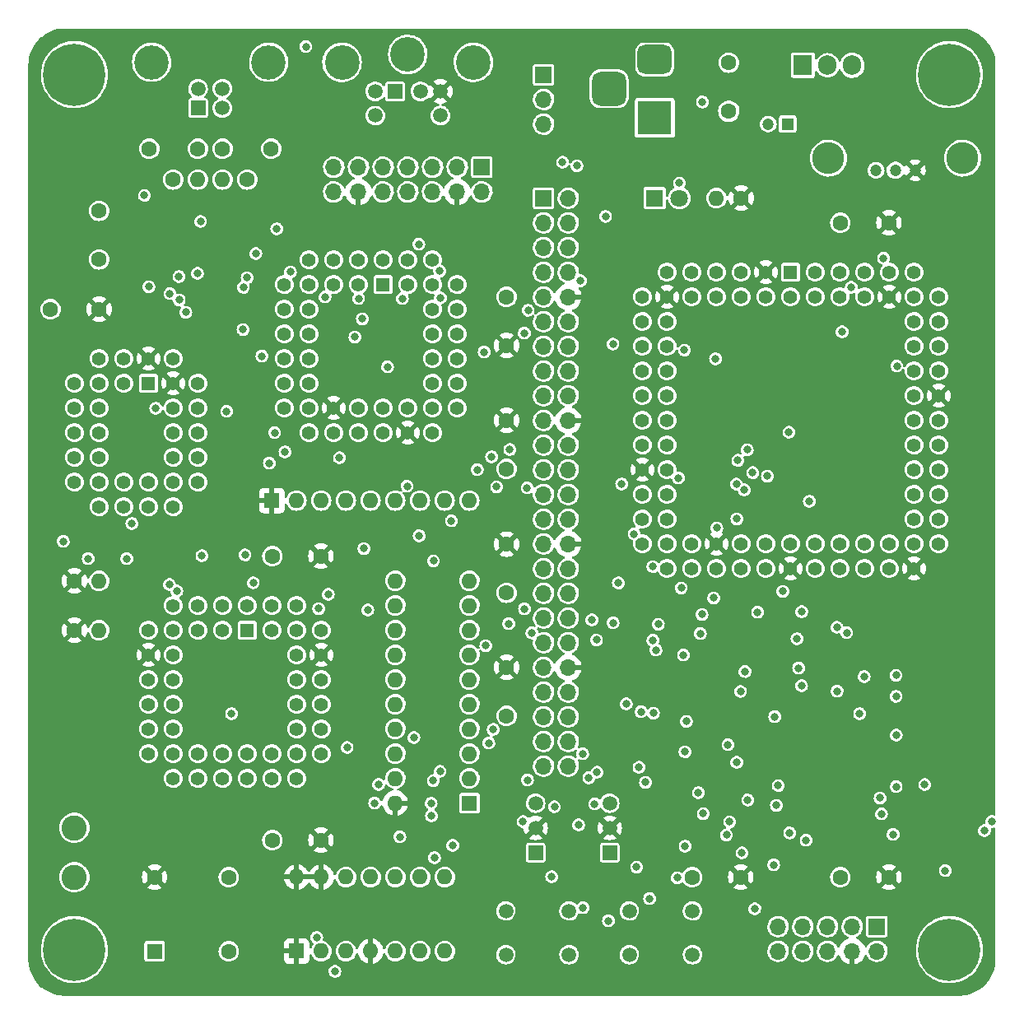
<source format=gbr>
%TF.GenerationSoftware,KiCad,Pcbnew,(6.0.4)*%
%TF.CreationDate,2022-10-30T01:11:02+02:00*%
%TF.ProjectId,65C816_SBC,36354338-3136-45f5-9342-432e6b696361,rev?*%
%TF.SameCoordinates,Original*%
%TF.FileFunction,Copper,L3,Inr*%
%TF.FilePolarity,Positive*%
%FSLAX46Y46*%
G04 Gerber Fmt 4.6, Leading zero omitted, Abs format (unit mm)*
G04 Created by KiCad (PCBNEW (6.0.4)) date 2022-10-30 01:11:02*
%MOMM*%
%LPD*%
G01*
G04 APERTURE LIST*
G04 Aperture macros list*
%AMRoundRect*
0 Rectangle with rounded corners*
0 $1 Rounding radius*
0 $2 $3 $4 $5 $6 $7 $8 $9 X,Y pos of 4 corners*
0 Add a 4 corners polygon primitive as box body*
4,1,4,$2,$3,$4,$5,$6,$7,$8,$9,$2,$3,0*
0 Add four circle primitives for the rounded corners*
1,1,$1+$1,$2,$3*
1,1,$1+$1,$4,$5*
1,1,$1+$1,$6,$7*
1,1,$1+$1,$8,$9*
0 Add four rect primitives between the rounded corners*
20,1,$1+$1,$2,$3,$4,$5,0*
20,1,$1+$1,$4,$5,$6,$7,0*
20,1,$1+$1,$6,$7,$8,$9,0*
20,1,$1+$1,$8,$9,$2,$3,0*%
G04 Aperture macros list end*
%TA.AperFunction,ComponentPad*%
%ADD10R,1.500000X1.500000*%
%TD*%
%TA.AperFunction,ComponentPad*%
%ADD11C,1.500000*%
%TD*%
%TA.AperFunction,ComponentPad*%
%ADD12C,1.200000*%
%TD*%
%TA.AperFunction,ComponentPad*%
%ADD13C,3.290000*%
%TD*%
%TA.AperFunction,ComponentPad*%
%ADD14R,3.500000X3.500000*%
%TD*%
%TA.AperFunction,ComponentPad*%
%ADD15RoundRect,0.750000X-1.000000X0.750000X-1.000000X-0.750000X1.000000X-0.750000X1.000000X0.750000X0*%
%TD*%
%TA.AperFunction,ComponentPad*%
%ADD16RoundRect,0.875000X-0.875000X0.875000X-0.875000X-0.875000X0.875000X-0.875000X0.875000X0.875000X0*%
%TD*%
%TA.AperFunction,ComponentPad*%
%ADD17C,1.600000*%
%TD*%
%TA.AperFunction,ComponentPad*%
%ADD18R,1.200000X1.200000*%
%TD*%
%TA.AperFunction,ComponentPad*%
%ADD19O,1.600000X1.600000*%
%TD*%
%TA.AperFunction,ComponentPad*%
%ADD20R,1.700000X1.700000*%
%TD*%
%TA.AperFunction,ComponentPad*%
%ADD21O,1.700000X1.700000*%
%TD*%
%TA.AperFunction,ComponentPad*%
%ADD22R,1.422400X1.422400*%
%TD*%
%TA.AperFunction,ComponentPad*%
%ADD23C,1.422400*%
%TD*%
%TA.AperFunction,ComponentPad*%
%ADD24R,1.509000X1.509000*%
%TD*%
%TA.AperFunction,ComponentPad*%
%ADD25C,1.509000*%
%TD*%
%TA.AperFunction,ComponentPad*%
%ADD26C,3.525000*%
%TD*%
%TA.AperFunction,ComponentPad*%
%ADD27C,6.400000*%
%TD*%
%TA.AperFunction,ComponentPad*%
%ADD28C,3.555000*%
%TD*%
%TA.AperFunction,ComponentPad*%
%ADD29R,1.905000X2.000000*%
%TD*%
%TA.AperFunction,ComponentPad*%
%ADD30O,1.905000X2.000000*%
%TD*%
%TA.AperFunction,ComponentPad*%
%ADD31R,1.800000X1.800000*%
%TD*%
%TA.AperFunction,ComponentPad*%
%ADD32C,1.800000*%
%TD*%
%TA.AperFunction,ComponentPad*%
%ADD33R,1.600000X1.600000*%
%TD*%
%TA.AperFunction,ComponentPad*%
%ADD34C,2.600000*%
%TD*%
%TA.AperFunction,ViaPad*%
%ADD35C,0.800000*%
%TD*%
G04 APERTURE END LIST*
D10*
%TO.N,/~{NMI}*%
%TO.C,U11*%
X149040000Y-130820000D03*
D11*
%TO.N,/5V*%
X149040000Y-128280000D03*
%TO.N,/GND*%
X149040000Y-125740000D03*
%TD*%
D12*
%TO.N,/5V*%
%TO.C,S0*%
X188055000Y-60640000D03*
%TO.N,/PWR_IN*%
X186055000Y-60640000D03*
%TO.N,unconnected-(S0-Pad3)*%
X184055000Y-60640000D03*
D13*
%TO.N,/GND*%
X192955000Y-59390000D03*
X179155000Y-59390000D03*
%TD*%
D14*
%TO.N,Net-(BJ0-Pad1)*%
%TO.C,BJ0*%
X161290000Y-55245000D03*
D15*
%TO.N,/GND*%
X161290000Y-49245000D03*
D16*
X156590000Y-52245000D03*
%TD*%
D17*
%TO.N,/GND*%
%TO.C,C13*%
X121960000Y-100330000D03*
%TO.N,/5V*%
X126960000Y-100330000D03*
%TD*%
%TO.N,Net-(C1-Pad1)*%
%TO.C,C1*%
X116840000Y-58420000D03*
%TO.N,/GND*%
X121840000Y-58420000D03*
%TD*%
D18*
%TO.N,/PWR_IN*%
%TO.C,C4*%
X174962600Y-55880000D03*
D12*
%TO.N,/GND*%
X172962600Y-55880000D03*
%TD*%
D17*
%TO.N,/GND*%
%TO.C,C7*%
X146050000Y-91360000D03*
%TO.N,/5V*%
X146050000Y-86360000D03*
%TD*%
%TO.N,/5V*%
%TO.C,R4*%
X101600000Y-107950000D03*
D19*
%TO.N,/~{NMI}*%
X104140000Y-107950000D03*
%TD*%
D11*
%TO.N,/~{NMI}*%
%TO.C,SW1*%
X145975000Y-136815000D03*
X152475000Y-136815000D03*
%TO.N,/GND*%
X145975000Y-141315000D03*
X152475000Y-141315000D03*
%TD*%
D17*
%TO.N,/GND*%
%TO.C,C11*%
X180380000Y-133350000D03*
%TO.N,/5V*%
X185380000Y-133350000D03*
%TD*%
%TO.N,/3V3*%
%TO.C,C0*%
X104140000Y-69810000D03*
%TO.N,/GND*%
X104140000Y-64810000D03*
%TD*%
D20*
%TO.N,/A22*%
%TO.C,J1*%
X149860000Y-63510000D03*
D21*
%TO.N,/A23*%
X152400000Y-63510000D03*
%TO.N,/A20*%
X149860000Y-66050000D03*
%TO.N,/A21*%
X152400000Y-66050000D03*
%TO.N,/A18*%
X149860000Y-68590000D03*
%TO.N,/A19*%
X152400000Y-68590000D03*
%TO.N,/A16*%
X149860000Y-71130000D03*
%TO.N,/A17*%
X152400000Y-71130000D03*
%TO.N,/GND*%
X149860000Y-73670000D03*
%TO.N,/5V*%
X152400000Y-73670000D03*
%TO.N,/A14*%
X149860000Y-76210000D03*
%TO.N,/A15*%
X152400000Y-76210000D03*
%TO.N,/A12*%
X149860000Y-78750000D03*
%TO.N,/A13*%
X152400000Y-78750000D03*
%TO.N,/A10*%
X149860000Y-81290000D03*
%TO.N,/A11*%
X152400000Y-81290000D03*
%TO.N,/A8*%
X149860000Y-83830000D03*
%TO.N,/A9*%
X152400000Y-83830000D03*
%TO.N,/GND*%
X149860000Y-86370000D03*
%TO.N,/5V*%
X152400000Y-86370000D03*
%TO.N,/A6*%
X149860000Y-88910000D03*
%TO.N,/A7*%
X152400000Y-88910000D03*
%TO.N,/A4*%
X149860000Y-91450000D03*
%TO.N,/A5*%
X152400000Y-91450000D03*
%TO.N,/A2*%
X149860000Y-93990000D03*
%TO.N,/A3*%
X152400000Y-93990000D03*
%TO.N,/A0*%
X149860000Y-96530000D03*
%TO.N,/A1*%
X152400000Y-96530000D03*
%TO.N,/GND*%
X149860000Y-99070000D03*
%TO.N,/5V*%
X152400000Y-99070000D03*
%TO.N,/MD6*%
X149860000Y-101610000D03*
%TO.N,/MD7*%
X152400000Y-101610000D03*
%TO.N,/MD4*%
X149860000Y-104150000D03*
%TO.N,/MD5*%
X152400000Y-104150000D03*
%TO.N,/MD2*%
X149860000Y-106690000D03*
%TO.N,/MD3*%
X152400000Y-106690000D03*
%TO.N,/MD0*%
X149860000Y-109230000D03*
%TO.N,/MD1*%
X152400000Y-109230000D03*
%TO.N,/GND*%
X149860000Y-111770000D03*
%TO.N,/5V*%
X152400000Y-111770000D03*
%TO.N,/PHI2*%
X149860000Y-114310000D03*
%TO.N,/PHI1*%
X152400000Y-114310000D03*
%TO.N,/GCLK*%
X149860000Y-116850000D03*
%TO.N,/~{IRQ_EXT}*%
X152400000Y-116850000D03*
%TO.N,/R~{W}*%
X149860000Y-119390000D03*
%TO.N,/~{CS_EXT}*%
X152400000Y-119390000D03*
%TO.N,/~{WSE_EXT}*%
X149860000Y-121930000D03*
%TO.N,/~{CS_IO}*%
X152400000Y-121930000D03*
%TD*%
D20*
%TO.N,/TCK_08*%
%TO.C,J0*%
X184145000Y-138425000D03*
D21*
%TO.N,/GND*%
X184145000Y-140965000D03*
%TO.N,/TDO_08*%
X181605000Y-138425000D03*
%TO.N,/5V*%
X181605000Y-140965000D03*
%TO.N,/TMS_08*%
X179065000Y-138425000D03*
%TO.N,unconnected-(J0-Pad6)*%
X179065000Y-140965000D03*
%TO.N,unconnected-(J0-Pad7)*%
X176525000Y-138425000D03*
%TO.N,unconnected-(J0-Pad8)*%
X176525000Y-140965000D03*
%TO.N,/TDI_08*%
X173985000Y-138425000D03*
%TO.N,/GND*%
X173985000Y-140965000D03*
%TD*%
D17*
%TO.N,/GND*%
%TO.C,C9*%
X146050000Y-116760000D03*
%TO.N,/5V*%
X146050000Y-111760000D03*
%TD*%
D10*
%TO.N,/~{RST}*%
%TO.C,U10*%
X156660000Y-130820000D03*
D11*
%TO.N,/5V*%
X156660000Y-128280000D03*
%TO.N,/GND*%
X156660000Y-125740000D03*
%TD*%
D20*
%TO.N,/PB4*%
%TO.C,J3*%
X149860000Y-50815000D03*
D21*
%TO.N,/PB5*%
X149860000Y-53355000D03*
%TO.N,/PB6*%
X149860000Y-55895000D03*
%TD*%
D17*
%TO.N,/GND*%
%TO.C,C2*%
X109300000Y-58420000D03*
%TO.N,Net-(C2-Pad2)*%
X114300000Y-58420000D03*
%TD*%
D22*
%TO.N,/GND*%
%TO.C,U8*%
X119380000Y-107950000D03*
D23*
%TO.N,unconnected-(U8-Pad2)*%
X116840000Y-105410000D03*
%TO.N,/RDY*%
X116840000Y-107950000D03*
%TO.N,/~{ABT}*%
X114300000Y-105410000D03*
%TO.N,/~{IRQ_CPU}*%
X114300000Y-107950000D03*
%TO.N,unconnected-(U8-Pad6)*%
X111760000Y-105410000D03*
%TO.N,/~{NMI}*%
X109220000Y-107950000D03*
%TO.N,/VPA*%
X111760000Y-107950000D03*
%TO.N,/5V*%
X109220000Y-110490000D03*
%TO.N,/A0*%
X111760000Y-110490000D03*
%TO.N,/A1*%
X109220000Y-113030000D03*
%TO.N,unconnected-(U8-Pad12)*%
X111760000Y-113030000D03*
%TO.N,/A2*%
X109220000Y-115570000D03*
%TO.N,/A3*%
X111760000Y-115570000D03*
%TO.N,/A4*%
X109220000Y-118110000D03*
%TO.N,/A5*%
X111760000Y-118110000D03*
%TO.N,/A6*%
X109220000Y-120650000D03*
%TO.N,/A7*%
X111760000Y-123190000D03*
%TO.N,/A8*%
X111760000Y-120650000D03*
%TO.N,/A9*%
X114300000Y-123190000D03*
%TO.N,/A10*%
X114300000Y-120650000D03*
%TO.N,/A11*%
X116840000Y-123190000D03*
%TO.N,/GND*%
X116840000Y-120650000D03*
X119380000Y-123190000D03*
%TO.N,/A12*%
X119380000Y-120650000D03*
%TO.N,/A13*%
X121920000Y-123190000D03*
%TO.N,/A14*%
X121920000Y-120650000D03*
%TO.N,/A15*%
X124460000Y-123190000D03*
%TO.N,/AD7*%
X127000000Y-120650000D03*
%TO.N,/AD6*%
X124460000Y-120650000D03*
%TO.N,/AD5*%
X127000000Y-118110000D03*
%TO.N,/AD4*%
X124460000Y-118110000D03*
%TO.N,/AD3*%
X127000000Y-115570000D03*
%TO.N,/AD2*%
X124460000Y-115570000D03*
%TO.N,/AD1*%
X127000000Y-113030000D03*
%TO.N,/AD0*%
X124460000Y-113030000D03*
%TO.N,/5V*%
X127000000Y-110490000D03*
%TO.N,/R~{W}*%
X124460000Y-110490000D03*
%TO.N,unconnected-(U8-Pad39)*%
X127000000Y-107950000D03*
%TO.N,/BE*%
X124460000Y-105410000D03*
%TO.N,/PHI2*%
X124460000Y-107950000D03*
%TO.N,unconnected-(U8-Pad42)*%
X121920000Y-105410000D03*
%TO.N,/VDA*%
X121920000Y-107950000D03*
%TO.N,/~{RST}*%
X119380000Y-105410000D03*
%TD*%
D17*
%TO.N,Net-(BJ0-Pad1)*%
%TO.C,C3*%
X168910000Y-54570000D03*
%TO.N,/GND*%
X168910000Y-49570000D03*
%TD*%
D24*
%TO.N,/USB_5V*%
%TO.C,USB0*%
X114320000Y-54240000D03*
D25*
%TO.N,Net-(C2-Pad2)*%
X116820000Y-54240000D03*
%TO.N,Net-(C1-Pad1)*%
X116820000Y-52240000D03*
%TO.N,/GND*%
X114320000Y-52240000D03*
D26*
X121590000Y-49530000D03*
X109550000Y-49530000D03*
%TD*%
D20*
%TO.N,/CA1*%
%TO.C,J2*%
X143515000Y-60325000D03*
D21*
%TO.N,/CA2*%
X143515000Y-62865000D03*
%TO.N,/GND*%
X140975000Y-60325000D03*
%TO.N,/5V*%
X140975000Y-62865000D03*
%TO.N,/PA0*%
X138435000Y-60325000D03*
%TO.N,/PA1*%
X138435000Y-62865000D03*
%TO.N,/PA2*%
X135895000Y-60325000D03*
%TO.N,/PA3*%
X135895000Y-62865000D03*
%TO.N,/PA4*%
X133355000Y-60325000D03*
%TO.N,/PA5*%
X133355000Y-62865000D03*
%TO.N,/GND*%
X130815000Y-60325000D03*
%TO.N,/5V*%
X130815000Y-62865000D03*
%TO.N,/PA6*%
X128275000Y-60325000D03*
%TO.N,/PA7*%
X128275000Y-62865000D03*
%TD*%
D27*
%TO.N,/GND*%
%TO.C,H1*%
X191600000Y-140800000D03*
%TD*%
%TO.N,/GND*%
%TO.C,H3*%
X101600000Y-50800000D03*
%TD*%
D17*
%TO.N,Net-(C2-Pad2)*%
%TO.C,R0*%
X111760000Y-61595000D03*
D19*
%TO.N,Net-(R0-Pad2)*%
X114300000Y-61595000D03*
%TD*%
D17*
%TO.N,/GND*%
%TO.C,C14*%
X121960000Y-129540000D03*
%TO.N,/5V*%
X126960000Y-129540000D03*
%TD*%
%TO.N,Net-(C1-Pad1)*%
%TO.C,R1*%
X119380000Y-61595000D03*
D19*
%TO.N,Net-(R1-Pad2)*%
X116840000Y-61595000D03*
%TD*%
D24*
%TO.N,/PS2K_D*%
%TO.C,PS0*%
X134590000Y-52530000D03*
D25*
%TO.N,/PS2M_D*%
X137190000Y-52530000D03*
%TO.N,/GND*%
X132540000Y-52530000D03*
%TO.N,/5V*%
X139240000Y-52530000D03*
%TO.N,/PS2K_C*%
X132540000Y-55020000D03*
%TO.N,/PS2M_C*%
X139240000Y-55020000D03*
D28*
%TO.N,/GND*%
X135890000Y-48720000D03*
X142650000Y-49530000D03*
X129130000Y-49530000D03*
%TD*%
D22*
%TO.N,/~{RST}*%
%TO.C,U3*%
X175260000Y-71120000D03*
D23*
%TO.N,/GCLK*%
X175260000Y-73660000D03*
%TO.N,/5V*%
X172720000Y-71120000D03*
%TO.N,/~{CS_VIA}*%
X172720000Y-73660000D03*
%TO.N,/~{IRQ_VIA}*%
X170180000Y-71120000D03*
%TO.N,/FT_WR*%
X170180000Y-73660000D03*
%TO.N,/GND*%
X167640000Y-71120000D03*
%TO.N,/~{FT_RD}*%
X167640000Y-73660000D03*
%TO.N,/~{FT_TXE}*%
X165100000Y-71120000D03*
%TO.N,/~{FT_RXF}*%
X165100000Y-73660000D03*
%TO.N,/~{WSE}*%
X162560000Y-71120000D03*
%TO.N,/MD0*%
X160020000Y-73660000D03*
%TO.N,/5V*%
X162560000Y-73660000D03*
%TO.N,/TDI_08*%
X160020000Y-76200000D03*
%TO.N,/MD1*%
X162560000Y-76200000D03*
%TO.N,/MD2*%
X160020000Y-78740000D03*
%TO.N,/MD3*%
X162560000Y-78740000D03*
%TO.N,/MD4*%
X160020000Y-81280000D03*
%TO.N,/GND*%
X162560000Y-81280000D03*
%TO.N,/MD5*%
X160020000Y-83820000D03*
%TO.N,/MD6*%
X162560000Y-83820000D03*
%TO.N,/MD7*%
X160020000Y-86360000D03*
%TO.N,/TMS_08*%
X162560000Y-86360000D03*
%TO.N,/VPA*%
X160020000Y-88900000D03*
%TO.N,/VDA*%
X162560000Y-88900000D03*
%TO.N,/5V*%
X160020000Y-91440000D03*
%TO.N,/R~{W}*%
X162560000Y-91440000D03*
%TO.N,/AD0*%
X160020000Y-93980000D03*
%TO.N,/AD1*%
X162560000Y-93980000D03*
%TO.N,/AD2*%
X160020000Y-96520000D03*
%TO.N,/AD3*%
X162560000Y-96520000D03*
%TO.N,/GND*%
X160020000Y-99060000D03*
%TO.N,/AD4*%
X162560000Y-101600000D03*
%TO.N,/AD5*%
X162560000Y-99060000D03*
%TO.N,/AD6*%
X165100000Y-101600000D03*
%TO.N,/AD7*%
X165100000Y-99060000D03*
%TO.N,/A15*%
X167640000Y-101600000D03*
%TO.N,/5V*%
X167640000Y-99060000D03*
%TO.N,/A14*%
X170180000Y-101600000D03*
%TO.N,/A13*%
X170180000Y-99060000D03*
%TO.N,/A12*%
X172720000Y-101600000D03*
%TO.N,/GND*%
X172720000Y-99060000D03*
%TO.N,/5V*%
X175260000Y-101600000D03*
%TO.N,/A11*%
X175260000Y-99060000D03*
%TO.N,/A10*%
X177800000Y-101600000D03*
%TO.N,/A9*%
X177800000Y-99060000D03*
%TO.N,/GND*%
X180340000Y-101600000D03*
%TO.N,/A8*%
X180340000Y-99060000D03*
%TO.N,/A7*%
X182880000Y-101600000D03*
%TO.N,/A6*%
X182880000Y-99060000D03*
%TO.N,/A5*%
X185420000Y-101600000D03*
%TO.N,/A4*%
X185420000Y-99060000D03*
%TO.N,/5V*%
X187960000Y-101600000D03*
%TO.N,/A3*%
X190500000Y-99060000D03*
%TO.N,/A2*%
X187960000Y-99060000D03*
%TO.N,/A1*%
X190500000Y-96520000D03*
%TO.N,/A0*%
X187960000Y-96520000D03*
%TO.N,/A16*%
X190500000Y-93980000D03*
%TO.N,/GND*%
X187960000Y-93980000D03*
%TO.N,/A17*%
X190500000Y-91440000D03*
%TO.N,/A18*%
X187960000Y-91440000D03*
%TO.N,/TCK_08*%
X190500000Y-88900000D03*
%TO.N,/A19*%
X187960000Y-88900000D03*
%TO.N,/A20*%
X190500000Y-86360000D03*
%TO.N,/A21*%
X187960000Y-86360000D03*
%TO.N,/5V*%
X190500000Y-83820000D03*
%TO.N,/A22*%
X187960000Y-83820000D03*
%TO.N,/A23*%
X190500000Y-81280000D03*
%TO.N,/~{OE_MEM}*%
X187960000Y-81280000D03*
%TO.N,/~{WE_MEM}*%
X190500000Y-78740000D03*
%TO.N,/TDO_08*%
X187960000Y-78740000D03*
%TO.N,/GND*%
X190500000Y-76200000D03*
%TO.N,/~{CS_RAM1}*%
X187960000Y-76200000D03*
%TO.N,/~{CS_RAM0}*%
X190500000Y-73660000D03*
%TO.N,/~{CS_IO}*%
X187960000Y-71120000D03*
%TO.N,/~{CS_EXT}*%
X187960000Y-73660000D03*
%TO.N,/~{WSE_EXT}*%
X185420000Y-71120000D03*
%TO.N,/5V*%
X185420000Y-73660000D03*
%TO.N,/~{IRQ_CPU}*%
X182880000Y-71120000D03*
%TO.N,/~{CS_ROM}*%
X182880000Y-73660000D03*
%TO.N,/T1_CLK*%
X180340000Y-71120000D03*
%TO.N,/GND*%
X180340000Y-73660000D03*
%TO.N,/PHI1*%
X177800000Y-71120000D03*
%TO.N,/~{IRQ_EXT}*%
X177800000Y-73660000D03*
%TD*%
D11*
%TO.N,/~{RST}*%
%TO.C,SW0*%
X158675000Y-136815000D03*
X165175000Y-136815000D03*
%TO.N,/GND*%
X158675000Y-141315000D03*
X165175000Y-141315000D03*
%TD*%
D17*
%TO.N,/GND*%
%TO.C,C5*%
X99140000Y-74930000D03*
%TO.N,/5V*%
X104140000Y-74930000D03*
%TD*%
D22*
%TO.N,/GND*%
%TO.C,U4*%
X133350000Y-72390000D03*
D23*
%TO.N,/PA0*%
X130810000Y-69850000D03*
%TO.N,/PA1*%
X130810000Y-72390000D03*
%TO.N,/PA2*%
X128270000Y-69850000D03*
%TO.N,/PA3*%
X128270000Y-72390000D03*
%TO.N,/PA4*%
X125730000Y-69850000D03*
%TO.N,/PA5*%
X123190000Y-72390000D03*
%TO.N,/PA6*%
X125730000Y-72390000D03*
%TO.N,/PA7*%
X123190000Y-74930000D03*
%TO.N,/PS2K_C*%
X125730000Y-74930000D03*
%TO.N,unconnected-(U4-Pad11)*%
X123190000Y-77470000D03*
%TO.N,/PS2K_D*%
X125730000Y-77470000D03*
%TO.N,/PS2M_C*%
X123190000Y-80010000D03*
%TO.N,/PS2M_D*%
X125730000Y-80010000D03*
%TO.N,/PB4*%
X123190000Y-82550000D03*
%TO.N,/PB5*%
X125730000Y-82550000D03*
%TO.N,/PB6*%
X123190000Y-85090000D03*
%TO.N,/T1_CLK*%
X125730000Y-87630000D03*
%TO.N,/PS2M_C*%
X125730000Y-85090000D03*
%TO.N,/PS2K_C*%
X128270000Y-87630000D03*
%TO.N,/5V*%
X128270000Y-85090000D03*
%TO.N,unconnected-(U4-Pad22)*%
X130810000Y-87630000D03*
%TO.N,/~{IRQ_VIA}*%
X130810000Y-85090000D03*
%TO.N,/R~{W}*%
X133350000Y-87630000D03*
%TO.N,/~{CS_VIA}*%
X133350000Y-85090000D03*
%TO.N,/5V*%
X135890000Y-87630000D03*
%TO.N,/GCLK*%
X135890000Y-85090000D03*
%TO.N,/MD7*%
X138430000Y-87630000D03*
%TO.N,/MD6*%
X140970000Y-85090000D03*
%TO.N,/MD5*%
X138430000Y-85090000D03*
%TO.N,/MD4*%
X140970000Y-82550000D03*
%TO.N,/MD3*%
X138430000Y-82550000D03*
%TO.N,unconnected-(U4-Pad33)*%
X140970000Y-80010000D03*
%TO.N,/MD2*%
X138430000Y-80010000D03*
%TO.N,/MD1*%
X140970000Y-77470000D03*
%TO.N,/MD0*%
X138430000Y-77470000D03*
%TO.N,/~{RST}*%
X140970000Y-74930000D03*
%TO.N,unconnected-(U4-Pad38)*%
X138430000Y-74930000D03*
%TO.N,/A3*%
X140970000Y-72390000D03*
%TO.N,/A2*%
X138430000Y-69850000D03*
%TO.N,/A1*%
X138430000Y-72390000D03*
%TO.N,/A0*%
X135890000Y-69850000D03*
%TO.N,/CA2*%
X135890000Y-72390000D03*
%TO.N,/CA1*%
X133350000Y-69850000D03*
%TD*%
D27*
%TO.N,/GND*%
%TO.C,H0*%
X191600000Y-50800000D03*
%TD*%
D29*
%TO.N,Net-(BJ0-Pad1)*%
%TO.C,U0*%
X176530000Y-49840000D03*
D30*
%TO.N,/GND*%
X179070000Y-49840000D03*
%TO.N,/PWR_IN*%
X181610000Y-49840000D03*
%TD*%
D31*
%TO.N,/GND*%
%TO.C,D0*%
X161290000Y-63500000D03*
D32*
%TO.N,Net-(D0-Pad2)*%
X163830000Y-63500000D03*
%TD*%
D17*
%TO.N,/GND*%
%TO.C,C10*%
X165140000Y-133350000D03*
%TO.N,/5V*%
X170140000Y-133350000D03*
%TD*%
D22*
%TO.N,/GND*%
%TO.C,U5*%
X109220000Y-82550000D03*
D23*
X106680000Y-80010000D03*
%TO.N,/A15*%
X106680000Y-82550000D03*
%TO.N,/A12*%
X104140000Y-80010000D03*
%TO.N,/A7*%
X101600000Y-82550000D03*
%TO.N,/A6*%
X104140000Y-82550000D03*
%TO.N,/A5*%
X101600000Y-85090000D03*
%TO.N,/A4*%
X104140000Y-85090000D03*
%TO.N,/A3*%
X101600000Y-87630000D03*
%TO.N,/A2*%
X104140000Y-87630000D03*
%TO.N,/A1*%
X101600000Y-90170000D03*
%TO.N,/A0*%
X104140000Y-90170000D03*
%TO.N,/MD0*%
X101600000Y-92710000D03*
%TO.N,/MD1*%
X104140000Y-95250000D03*
%TO.N,/MD2*%
X104140000Y-92710000D03*
%TO.N,/GND*%
X106680000Y-95250000D03*
%TO.N,/MD3*%
X106680000Y-92710000D03*
%TO.N,/MD4*%
X109220000Y-95250000D03*
%TO.N,/MD5*%
X109220000Y-92710000D03*
%TO.N,/MD6*%
X111760000Y-95250000D03*
%TO.N,/MD7*%
X114300000Y-92710000D03*
%TO.N,/~{CS_ROM}*%
X111760000Y-92710000D03*
%TO.N,/A10*%
X114300000Y-90170000D03*
%TO.N,/~{OE_MEM}*%
X111760000Y-90170000D03*
%TO.N,/A11*%
X114300000Y-87630000D03*
%TO.N,/A9*%
X111760000Y-87630000D03*
%TO.N,/A8*%
X114300000Y-85090000D03*
%TO.N,/A13*%
X111760000Y-85090000D03*
%TO.N,/A14*%
X114300000Y-82550000D03*
%TO.N,/GND*%
X111760000Y-80010000D03*
%TO.N,/5V*%
X111760000Y-82550000D03*
X109220000Y-80010000D03*
%TD*%
D33*
%TO.N,/R~{W}*%
%TO.C,U9*%
X142230000Y-125725000D03*
D19*
%TO.N,/MD7*%
X142230000Y-123185000D03*
%TO.N,/MD6*%
X142230000Y-120645000D03*
%TO.N,/MD5*%
X142230000Y-118105000D03*
%TO.N,/MD4*%
X142230000Y-115565000D03*
%TO.N,/MD3*%
X142230000Y-113025000D03*
%TO.N,/MD2*%
X142230000Y-110485000D03*
%TO.N,/MD1*%
X142230000Y-107945000D03*
%TO.N,/MD0*%
X142230000Y-105405000D03*
%TO.N,/GND*%
X142230000Y-102865000D03*
%TO.N,/AD0*%
X134610000Y-102865000D03*
%TO.N,/AD1*%
X134610000Y-105405000D03*
%TO.N,/AD2*%
X134610000Y-107945000D03*
%TO.N,/AD3*%
X134610000Y-110485000D03*
%TO.N,/AD4*%
X134610000Y-113025000D03*
%TO.N,/AD5*%
X134610000Y-115565000D03*
%TO.N,/AD6*%
X134610000Y-118105000D03*
%TO.N,/AD7*%
X134610000Y-120645000D03*
%TO.N,/PHI1*%
X134610000Y-123185000D03*
%TO.N,/5V*%
X134610000Y-125725000D03*
%TD*%
D33*
%TO.N,unconnected-(X0-Pad1)*%
%TO.C,X0*%
X109855000Y-140970000D03*
D17*
%TO.N,/GND*%
X117475000Y-140970000D03*
%TO.N,Net-(U2-Pad11)*%
X117475000Y-133350000D03*
%TO.N,/5V*%
X109855000Y-133350000D03*
%TD*%
D33*
%TO.N,/5V*%
%TO.C,U2*%
X124455000Y-140960000D03*
D19*
%TO.N,Net-(U2-Pad12)*%
X126995000Y-140960000D03*
%TO.N,Net-(U2-Pad11)*%
X129535000Y-140960000D03*
%TO.N,/5V*%
X132075000Y-140960000D03*
%TO.N,/GCLK*%
X134615000Y-140960000D03*
%TO.N,Net-(U2-Pad12)*%
X137155000Y-140960000D03*
%TO.N,/GND*%
X139695000Y-140960000D03*
%TO.N,/PHI1*%
X139695000Y-133340000D03*
%TO.N,/PHI2*%
X137155000Y-133340000D03*
%TO.N,/~{WSE}*%
X134615000Y-133340000D03*
%TO.N,Net-(U2-Pad11)*%
X132075000Y-133340000D03*
%TO.N,Net-(U2-Pad12)*%
X129535000Y-133340000D03*
%TO.N,/5V*%
X126995000Y-133340000D03*
X124455000Y-133340000D03*
%TD*%
D17*
%TO.N,/GND*%
%TO.C,C12*%
X180380000Y-66040000D03*
%TO.N,/5V*%
X185380000Y-66040000D03*
%TD*%
D27*
%TO.N,/GND*%
%TO.C,H2*%
X101600000Y-140800000D03*
%TD*%
D17*
%TO.N,/GND*%
%TO.C,C6*%
X146050000Y-73660000D03*
%TO.N,/5V*%
X146050000Y-78660000D03*
%TD*%
%TO.N,/GND*%
%TO.C,C8*%
X146050000Y-104100000D03*
%TO.N,/5V*%
X146050000Y-99100000D03*
%TD*%
%TO.N,/5V*%
%TO.C,R2*%
X170180000Y-63500000D03*
D19*
%TO.N,Net-(D0-Pad2)*%
X167640000Y-63500000D03*
%TD*%
D33*
%TO.N,/5V*%
%TO.C,RN0*%
X121905000Y-94615000D03*
D19*
%TO.N,/~{IRQ_EXT}*%
X124445000Y-94615000D03*
%TO.N,/~{CS_VIA}*%
X126985000Y-94615000D03*
%TO.N,/PS2K_C*%
X129525000Y-94615000D03*
%TO.N,/PS2K_D*%
X132065000Y-94615000D03*
%TO.N,/PS2M_C*%
X134605000Y-94615000D03*
%TO.N,/PS2M_D*%
X137145000Y-94615000D03*
%TO.N,/RDY*%
X139685000Y-94615000D03*
%TO.N,/~{ABT}*%
X142225000Y-94615000D03*
%TD*%
D17*
%TO.N,/5V*%
%TO.C,R3*%
X101600000Y-102870000D03*
D19*
%TO.N,/~{RST}*%
X104140000Y-102870000D03*
%TD*%
D34*
%TO.N,/GND*%
%TO.C,TP0*%
X101600000Y-133350000D03*
X101600000Y-128270000D03*
%TD*%
D35*
%TO.N,/GND*%
X186127900Y-118745000D03*
X164395800Y-120449600D03*
%TO.N,/5V*%
X174952000Y-120015000D03*
X114023500Y-66798000D03*
%TO.N,/TMS_08*%
X177193800Y-94677400D03*
%TO.N,/PS2K_D*%
X130446200Y-77793500D03*
%TO.N,/PS2K_C*%
X123826100Y-71100000D03*
X131219600Y-75917800D03*
%TO.N,/A0*%
X143744300Y-79325200D03*
X147882400Y-77391700D03*
X165986700Y-108291500D03*
%TO.N,/A1*%
X164247400Y-110499500D03*
X146383400Y-89367400D03*
%TO.N,/A2*%
X186106700Y-112595700D03*
X106989300Y-100583000D03*
X161414400Y-109976200D03*
%TO.N,/A3*%
X148171600Y-93307700D03*
X180018800Y-107646200D03*
X103013600Y-100589000D03*
X161093800Y-108975800D03*
X182828600Y-112713100D03*
%TO.N,/A4*%
X161655700Y-107328500D03*
X189061000Y-123825000D03*
X100458100Y-98802600D03*
%TO.N,/A5*%
X165776300Y-124649300D03*
X186121300Y-124037800D03*
%TO.N,/A6*%
X184464700Y-125212200D03*
X139205700Y-122464700D03*
X135818800Y-93124000D03*
X132487600Y-125735100D03*
%TO.N,/A7*%
X166276400Y-126810100D03*
X184614400Y-126841100D03*
X170267400Y-130853500D03*
%TO.N,/A8*%
X119994600Y-103079800D03*
X168672100Y-129016700D03*
X185812500Y-128952000D03*
%TO.N,/A9*%
X159435900Y-132320600D03*
X176862700Y-129538900D03*
X164411600Y-130153400D03*
%TO.N,/A10*%
X175165900Y-128792000D03*
X157890500Y-92900200D03*
%TO.N,/A11*%
X168996900Y-127655900D03*
X166159000Y-106327500D03*
%TO.N,/A12*%
X117765300Y-116526900D03*
X111382000Y-103251000D03*
X173527900Y-132073000D03*
X126532500Y-139548900D03*
X173809000Y-125957000D03*
%TO.N,/A13*%
X156994500Y-78520700D03*
X170863100Y-125405500D03*
X128397000Y-143042700D03*
X171582900Y-136602600D03*
%TO.N,/A14*%
X167668700Y-97430400D03*
X176409900Y-106048800D03*
X171864200Y-106095700D03*
X176392400Y-113665000D03*
X173988100Y-123919300D03*
%TO.N,/A15*%
X153884400Y-120653800D03*
X138333400Y-127043200D03*
X117264800Y-85432100D03*
X153456600Y-127975200D03*
X132890400Y-123803700D03*
X170567700Y-112196300D03*
%TO.N,/~{IRQ_EXT}*%
X136514100Y-118996200D03*
X131773000Y-105867200D03*
X170496200Y-93519200D03*
X127710900Y-104253100D03*
%TO.N,/MD0*%
X109255600Y-72617700D03*
X158359200Y-115531400D03*
X118946100Y-77019300D03*
X148262900Y-75034300D03*
X180049700Y-114208700D03*
X182368000Y-116527000D03*
X108795600Y-63214400D03*
%TO.N,/MD1*%
X170117400Y-114246100D03*
X159884800Y-116330800D03*
X169733900Y-96491000D03*
X164340200Y-79131700D03*
X155304100Y-108948600D03*
X167355300Y-104635600D03*
%TO.N,/MD2*%
X175095500Y-87584300D03*
X173636400Y-116840000D03*
X161150600Y-116476100D03*
X154826100Y-106891200D03*
%TO.N,/MD3*%
X164546900Y-117318800D03*
X148648100Y-108217800D03*
X114257200Y-71233500D03*
%TO.N,/MD4*%
X143039500Y-91432100D03*
X144676000Y-118155500D03*
X143906000Y-109542000D03*
%TO.N,/MD5*%
X146269000Y-107267300D03*
X168829200Y-119723800D03*
X111424100Y-73331300D03*
X147898200Y-105754700D03*
X161099100Y-101398100D03*
%TO.N,/MD6*%
X145030500Y-93195400D03*
X112378000Y-73978300D03*
X169723000Y-121536300D03*
X137052400Y-98229600D03*
%TO.N,/MD7*%
X112356200Y-71568200D03*
X160338300Y-123601700D03*
X122190000Y-87622500D03*
X159176400Y-98044600D03*
%TO.N,/A16*%
X176095800Y-111841000D03*
X174468100Y-103942800D03*
%TO.N,/A18*%
X181029500Y-108207900D03*
X153648700Y-71995600D03*
%TO.N,/A20*%
X156235500Y-65382200D03*
%TO.N,/A22*%
X186194300Y-80769300D03*
%TO.N,/~{CS_IO}*%
X195203000Y-128557400D03*
X163601600Y-133406900D03*
%TO.N,/RDY*%
X138527800Y-100825200D03*
%TO.N,/~{RST}*%
X144230300Y-119552300D03*
X144507200Y-90106700D03*
X148198600Y-123354500D03*
X140380800Y-96699100D03*
X119144800Y-100209200D03*
%TO.N,/~{ABT}*%
X114719100Y-100292200D03*
%TO.N,/~{CS_VIA}*%
X139246200Y-73772900D03*
X163830100Y-61945100D03*
%TO.N,/~{IRQ_CPU}*%
X112138300Y-103912700D03*
X107504300Y-96964800D03*
%TO.N,/VPA*%
X131380300Y-99540400D03*
X126728000Y-105724900D03*
%TO.N,/AD7*%
X154513700Y-123121000D03*
X159674300Y-122041000D03*
X155109300Y-125806100D03*
X147750300Y-127626400D03*
X157014400Y-107182000D03*
X150973300Y-126111800D03*
X138291900Y-125749700D03*
%TO.N,/AD5*%
X150695700Y-133311200D03*
X181502500Y-72677200D03*
X171366200Y-91741600D03*
X195951400Y-127640400D03*
X184825300Y-69678300D03*
X135075600Y-129199500D03*
X140513000Y-130071800D03*
X156522900Y-137837900D03*
X138635700Y-131342000D03*
%TO.N,/R~{W}*%
X138521200Y-123427700D03*
%TO.N,/VDA*%
X118974900Y-72697900D03*
X166193212Y-53608208D03*
X170805700Y-89394900D03*
X125404300Y-47918600D03*
X123261800Y-89603800D03*
X119366800Y-71697500D03*
X121654700Y-90763000D03*
%TO.N,/T1_CLK*%
X139165600Y-71010500D03*
%TO.N,/~{CS_ROM}*%
X120885000Y-79751500D03*
X109962600Y-85116500D03*
%TO.N,/~{OE_MEM}*%
X113062400Y-75250500D03*
X120254200Y-69210600D03*
X180559200Y-77256400D03*
%TO.N,/~{CS_RAM0}*%
X186106700Y-114746900D03*
%TO.N,/~{CS_RAM1}*%
X175922800Y-108816400D03*
%TO.N,/3V3*%
X114576900Y-65915800D03*
%TO.N,/~{FT_TXE}*%
X153291200Y-60173300D03*
%TO.N,/~{FT_RXF}*%
X151808700Y-59810600D03*
%TO.N,/PS2M_D*%
X133803500Y-80863200D03*
X127382400Y-73669400D03*
%TO.N,/PS2M_C*%
X128861900Y-90200800D03*
X130833000Y-73839800D03*
%TO.N,/~{IRQ_VIA}*%
X135343200Y-73839800D03*
X137023300Y-68250500D03*
%TO.N,/~{CS_EXT}*%
X172876100Y-92102200D03*
%TO.N,/FT_WR*%
X122414500Y-66652700D03*
%TO.N,/~{WSE_EXT}*%
X155362200Y-122554800D03*
X160762400Y-135555900D03*
X191182200Y-132673000D03*
%TO.N,/GCLK*%
X167542000Y-80025800D03*
%TO.N,/PHI2*%
X129650900Y-120013200D03*
%TO.N,/PHI1*%
X164017800Y-103618400D03*
X169832300Y-90473400D03*
X163719100Y-92289800D03*
%TO.N,/~{WSE}*%
X157553200Y-103088500D03*
X169683200Y-92917400D03*
X153915700Y-136490400D03*
%TD*%
%TA.AperFunction,Conductor*%
%TO.N,/5V*%
G36*
X192587103Y-46056921D02*
G01*
X192600000Y-46059486D01*
X192612169Y-46057066D01*
X192624569Y-46057066D01*
X192635624Y-46056251D01*
X192845747Y-46066573D01*
X192960945Y-46072232D01*
X192973241Y-46073443D01*
X193324595Y-46125562D01*
X193336701Y-46127969D01*
X193681253Y-46214275D01*
X193693085Y-46217864D01*
X194027513Y-46337524D01*
X194038937Y-46342256D01*
X194360021Y-46494118D01*
X194370926Y-46499947D01*
X194675582Y-46682551D01*
X194685863Y-46689421D01*
X194971153Y-46901006D01*
X194980691Y-46908832D01*
X195243887Y-47147380D01*
X195252620Y-47156113D01*
X195491168Y-47419309D01*
X195498994Y-47428847D01*
X195630783Y-47606543D01*
X195710579Y-47714137D01*
X195717449Y-47724418D01*
X195900053Y-48029074D01*
X195905882Y-48039979D01*
X196057744Y-48361063D01*
X196062476Y-48372487D01*
X196182136Y-48706915D01*
X196185725Y-48718746D01*
X196272031Y-49063299D01*
X196274438Y-49075405D01*
X196325545Y-49419941D01*
X196326556Y-49426754D01*
X196327768Y-49439055D01*
X196332235Y-49530000D01*
X196343749Y-49764376D01*
X196342934Y-49775431D01*
X196342934Y-49787831D01*
X196340514Y-49800000D01*
X196343079Y-49812894D01*
X196345500Y-49837476D01*
X196345500Y-126903114D01*
X196325498Y-126971235D01*
X196271842Y-127017728D01*
X196201568Y-127027832D01*
X196187832Y-127024255D01*
X196187674Y-127024884D01*
X196041402Y-126988143D01*
X196034033Y-126986292D01*
X196026434Y-126986252D01*
X196026433Y-126986252D01*
X195960581Y-126985907D01*
X195875621Y-126985462D01*
X195868241Y-126987234D01*
X195868239Y-126987234D01*
X195728963Y-127020671D01*
X195728960Y-127020672D01*
X195721584Y-127022443D01*
X195580814Y-127095100D01*
X195461439Y-127199238D01*
X195370350Y-127328844D01*
X195345078Y-127393663D01*
X195315654Y-127469133D01*
X195312806Y-127476437D01*
X195311814Y-127483970D01*
X195311814Y-127483971D01*
X195294964Y-127611965D01*
X195292129Y-127633496D01*
X195306418Y-127762916D01*
X195294012Y-127832820D01*
X195245783Y-127884920D01*
X195180519Y-127902741D01*
X195155238Y-127902609D01*
X195127221Y-127902462D01*
X195119841Y-127904234D01*
X195119839Y-127904234D01*
X194980563Y-127937671D01*
X194980560Y-127937672D01*
X194973184Y-127939443D01*
X194832414Y-128012100D01*
X194713039Y-128116238D01*
X194621950Y-128245844D01*
X194601673Y-128297852D01*
X194569876Y-128379408D01*
X194564406Y-128393437D01*
X194563414Y-128400970D01*
X194563414Y-128400971D01*
X194546722Y-128527763D01*
X194543729Y-128550496D01*
X194547493Y-128584585D01*
X194560117Y-128698928D01*
X194561113Y-128707953D01*
X194563723Y-128715084D01*
X194563723Y-128715086D01*
X194601595Y-128818576D01*
X194615553Y-128856719D01*
X194619789Y-128863022D01*
X194619789Y-128863023D01*
X194686730Y-128962641D01*
X194703908Y-128988205D01*
X194709527Y-128993318D01*
X194709528Y-128993319D01*
X194763284Y-129042233D01*
X194821076Y-129094819D01*
X194960293Y-129170408D01*
X195113522Y-129210607D01*
X195197477Y-129211926D01*
X195264319Y-129212976D01*
X195264322Y-129212976D01*
X195271916Y-129213095D01*
X195426332Y-129177729D01*
X195508870Y-129136217D01*
X195561072Y-129109963D01*
X195561075Y-129109961D01*
X195567855Y-129106551D01*
X195573626Y-129101622D01*
X195573629Y-129101620D01*
X195682536Y-129008604D01*
X195682536Y-129008603D01*
X195688314Y-129003669D01*
X195780755Y-128875024D01*
X195839842Y-128728041D01*
X195852048Y-128642273D01*
X195861581Y-128575291D01*
X195861581Y-128575288D01*
X195862162Y-128571207D01*
X195862307Y-128557400D01*
X195860758Y-128544602D01*
X195847677Y-128436500D01*
X195859350Y-128366469D01*
X195907032Y-128313867D01*
X195974742Y-128295379D01*
X195986827Y-128295569D01*
X196012719Y-128295976D01*
X196012722Y-128295976D01*
X196020316Y-128296095D01*
X196174732Y-128260729D01*
X196178335Y-128258917D01*
X196247688Y-128254753D01*
X196309608Y-128289487D01*
X196342919Y-128352184D01*
X196345500Y-128377559D01*
X196345500Y-141762524D01*
X196343079Y-141787103D01*
X196340514Y-141800000D01*
X196342934Y-141812169D01*
X196342934Y-141824569D01*
X196343749Y-141835624D01*
X196334684Y-142020155D01*
X196328461Y-142146842D01*
X196327768Y-142160940D01*
X196326557Y-142173241D01*
X196277733Y-142502389D01*
X196274440Y-142524586D01*
X196272031Y-142536701D01*
X196221797Y-142737246D01*
X196185725Y-142881253D01*
X196182136Y-142893085D01*
X196062476Y-143227513D01*
X196057744Y-143238937D01*
X195905882Y-143560021D01*
X195900053Y-143570926D01*
X195717449Y-143875582D01*
X195710579Y-143885863D01*
X195498994Y-144171153D01*
X195491168Y-144180691D01*
X195423416Y-144255444D01*
X195252625Y-144443882D01*
X195243887Y-144452620D01*
X194980691Y-144691168D01*
X194971153Y-144698994D01*
X194763082Y-144853310D01*
X194685863Y-144910579D01*
X194675582Y-144917449D01*
X194370926Y-145100053D01*
X194360021Y-145105882D01*
X194038937Y-145257744D01*
X194027513Y-145262476D01*
X193693085Y-145382136D01*
X193681254Y-145385725D01*
X193336701Y-145472031D01*
X193324595Y-145474438D01*
X192973241Y-145526557D01*
X192960945Y-145527768D01*
X192845747Y-145533427D01*
X192635624Y-145543749D01*
X192624569Y-145542934D01*
X192612169Y-145542934D01*
X192600000Y-145540514D01*
X192587103Y-145543079D01*
X192562524Y-145545500D01*
X100637476Y-145545500D01*
X100612897Y-145543079D01*
X100600000Y-145540514D01*
X100587831Y-145542934D01*
X100575431Y-145542934D01*
X100564376Y-145543749D01*
X100354253Y-145533427D01*
X100239055Y-145527768D01*
X100226759Y-145526557D01*
X99875405Y-145474438D01*
X99863299Y-145472031D01*
X99518746Y-145385725D01*
X99506915Y-145382136D01*
X99172487Y-145262476D01*
X99161063Y-145257744D01*
X98839979Y-145105882D01*
X98829074Y-145100053D01*
X98524418Y-144917449D01*
X98514137Y-144910579D01*
X98436918Y-144853310D01*
X98228847Y-144698994D01*
X98219309Y-144691168D01*
X97956113Y-144452620D01*
X97947375Y-144443882D01*
X97776584Y-144255444D01*
X97708832Y-144180691D01*
X97701006Y-144171153D01*
X97489421Y-143885863D01*
X97482551Y-143875582D01*
X97299947Y-143570926D01*
X97294118Y-143560021D01*
X97142256Y-143238937D01*
X97137524Y-143227513D01*
X97017864Y-142893085D01*
X97014275Y-142881253D01*
X96978203Y-142737246D01*
X96927969Y-142536701D01*
X96925560Y-142524586D01*
X96922268Y-142502389D01*
X96873443Y-142173241D01*
X96872232Y-142160940D01*
X96871540Y-142146842D01*
X96865316Y-142020155D01*
X96856251Y-141835624D01*
X96857066Y-141824569D01*
X96857066Y-141812169D01*
X96859486Y-141800000D01*
X96856921Y-141787103D01*
X96854500Y-141762524D01*
X96854500Y-140787924D01*
X98140447Y-140787924D01*
X98159378Y-141161624D01*
X98159915Y-141164979D01*
X98159916Y-141164985D01*
X98189561Y-141350066D01*
X98218557Y-141531094D01*
X98317293Y-141892011D01*
X98454430Y-142240154D01*
X98456016Y-142243174D01*
X98456016Y-142243175D01*
X98470020Y-142269849D01*
X98628365Y-142571450D01*
X98630262Y-142574274D01*
X98630265Y-142574278D01*
X98735674Y-142731144D01*
X98837061Y-142882024D01*
X98839256Y-142884630D01*
X98839260Y-142884636D01*
X98846375Y-142893085D01*
X99078079Y-143168241D01*
X99348598Y-143426755D01*
X99645455Y-143654541D01*
X99965176Y-143848935D01*
X100304021Y-144007661D01*
X100307239Y-144008763D01*
X100307242Y-144008764D01*
X100654803Y-144127761D01*
X100654811Y-144127763D01*
X100658026Y-144128864D01*
X101023051Y-144211126D01*
X101110200Y-144221056D01*
X101391442Y-144253100D01*
X101391450Y-144253100D01*
X101394825Y-144253485D01*
X101398229Y-144253503D01*
X101398232Y-144253503D01*
X101601556Y-144254567D01*
X101768999Y-144255444D01*
X101772385Y-144255094D01*
X101772387Y-144255094D01*
X102137805Y-144217332D01*
X102137814Y-144217331D01*
X102141197Y-144216981D01*
X102144530Y-144216267D01*
X102144533Y-144216266D01*
X102355012Y-144171143D01*
X102507063Y-144138546D01*
X102862318Y-144021056D01*
X103202807Y-143865887D01*
X103300707Y-143807758D01*
X103521601Y-143676601D01*
X103521606Y-143676598D01*
X103524546Y-143674852D01*
X103544839Y-143659616D01*
X103677486Y-143560021D01*
X103823771Y-143450187D01*
X104096983Y-143194521D01*
X104233508Y-143035796D01*
X127737729Y-143035796D01*
X127746421Y-143114524D01*
X127752352Y-143168241D01*
X127755113Y-143193253D01*
X127757723Y-143200384D01*
X127757723Y-143200386D01*
X127771831Y-143238937D01*
X127809553Y-143342019D01*
X127813789Y-143348322D01*
X127813789Y-143348323D01*
X127880677Y-143447862D01*
X127897908Y-143473505D01*
X127903527Y-143478618D01*
X127903528Y-143478619D01*
X127914903Y-143488969D01*
X128015076Y-143580119D01*
X128154293Y-143655708D01*
X128307522Y-143695907D01*
X128391477Y-143697226D01*
X128458319Y-143698276D01*
X128458322Y-143698276D01*
X128465916Y-143698395D01*
X128620332Y-143663029D01*
X128690742Y-143627617D01*
X128755072Y-143595263D01*
X128755075Y-143595261D01*
X128761855Y-143591851D01*
X128767626Y-143586922D01*
X128767629Y-143586920D01*
X128876536Y-143493904D01*
X128876536Y-143493903D01*
X128882314Y-143488969D01*
X128974755Y-143360324D01*
X129033842Y-143213341D01*
X129056162Y-143056507D01*
X129056307Y-143042700D01*
X129037276Y-142885433D01*
X128981280Y-142737246D01*
X128891553Y-142606692D01*
X128773275Y-142501311D01*
X128765889Y-142497400D01*
X128639988Y-142430739D01*
X128639989Y-142430739D01*
X128633274Y-142427184D01*
X128479633Y-142388592D01*
X128472034Y-142388552D01*
X128472033Y-142388552D01*
X128406181Y-142388207D01*
X128321221Y-142387762D01*
X128313841Y-142389534D01*
X128313839Y-142389534D01*
X128174563Y-142422971D01*
X128174560Y-142422972D01*
X128167184Y-142424743D01*
X128026414Y-142497400D01*
X127907039Y-142601538D01*
X127815950Y-142731144D01*
X127758406Y-142878737D01*
X127757414Y-142886270D01*
X127757414Y-142886271D01*
X127753839Y-142913430D01*
X127737729Y-143035796D01*
X104233508Y-143035796D01*
X104340985Y-142910842D01*
X104367916Y-142871657D01*
X104550992Y-142605280D01*
X104550997Y-142605273D01*
X104552922Y-142602471D01*
X104554534Y-142599477D01*
X104554539Y-142599469D01*
X104728697Y-142276022D01*
X104728698Y-142276020D01*
X104730316Y-142273015D01*
X104836240Y-142012155D01*
X104869811Y-141929480D01*
X104869813Y-141929475D01*
X104871091Y-141926327D01*
X104878165Y-141901496D01*
X104939724Y-141685389D01*
X104973601Y-141566463D01*
X105001413Y-141403761D01*
X105036075Y-141200981D01*
X105036075Y-141200979D01*
X105036647Y-141197634D01*
X105037198Y-141188634D01*
X105059380Y-140825948D01*
X105059490Y-140824152D01*
X105059574Y-140800000D01*
X105039339Y-140426368D01*
X104993252Y-140144933D01*
X108800500Y-140144933D01*
X108800501Y-141795066D01*
X108807467Y-141830091D01*
X108812681Y-141856302D01*
X108815266Y-141869301D01*
X108822161Y-141879620D01*
X108822162Y-141879622D01*
X108855477Y-141929480D01*
X108871516Y-141953484D01*
X108955699Y-142009734D01*
X109029933Y-142024500D01*
X109854866Y-142024500D01*
X110680066Y-142024499D01*
X110721993Y-142016160D01*
X110742126Y-142012156D01*
X110742128Y-142012155D01*
X110754301Y-142009734D01*
X110764621Y-142002839D01*
X110764622Y-142002838D01*
X110828168Y-141960377D01*
X110838484Y-141953484D01*
X110894734Y-141869301D01*
X110909500Y-141795067D01*
X110909499Y-140955206D01*
X116415501Y-140955206D01*
X116432806Y-141161278D01*
X116489807Y-141360066D01*
X116492625Y-141365548D01*
X116492626Y-141365552D01*
X116581514Y-141538509D01*
X116581517Y-141538513D01*
X116584334Y-141543995D01*
X116712786Y-141706061D01*
X116717479Y-141710055D01*
X116717480Y-141710056D01*
X116852033Y-141824569D01*
X116870271Y-141840091D01*
X117050789Y-141940980D01*
X117247466Y-142004884D01*
X117452809Y-142029370D01*
X117458944Y-142028898D01*
X117458946Y-142028898D01*
X117652856Y-142013977D01*
X117652860Y-142013976D01*
X117658998Y-142013504D01*
X117858178Y-141957892D01*
X117863682Y-141955112D01*
X117863684Y-141955111D01*
X118037262Y-141867431D01*
X118037264Y-141867430D01*
X118042763Y-141864652D01*
X118119537Y-141804669D01*
X123147001Y-141804669D01*
X123147371Y-141811490D01*
X123152895Y-141862352D01*
X123156521Y-141877604D01*
X123201676Y-141998054D01*
X123210214Y-142013649D01*
X123286715Y-142115724D01*
X123299276Y-142128285D01*
X123401351Y-142204786D01*
X123416946Y-142213324D01*
X123537394Y-142258478D01*
X123552649Y-142262105D01*
X123603514Y-142267631D01*
X123610328Y-142268000D01*
X124182885Y-142268000D01*
X124198124Y-142263525D01*
X124199329Y-142262135D01*
X124201000Y-142254452D01*
X124201000Y-142249884D01*
X124709000Y-142249884D01*
X124713475Y-142265123D01*
X124714865Y-142266328D01*
X124722548Y-142267999D01*
X125299669Y-142267999D01*
X125306490Y-142267629D01*
X125357352Y-142262105D01*
X125372604Y-142258479D01*
X125493054Y-142213324D01*
X125508649Y-142204786D01*
X125610724Y-142128285D01*
X125623285Y-142115724D01*
X125699786Y-142013649D01*
X125708324Y-141998054D01*
X125753478Y-141877606D01*
X125757105Y-141862351D01*
X125762631Y-141811486D01*
X125763000Y-141804672D01*
X125763000Y-141385583D01*
X125783002Y-141317462D01*
X125836658Y-141270969D01*
X125906932Y-141260865D01*
X125971512Y-141290359D01*
X126006152Y-141339199D01*
X126008106Y-141344134D01*
X126009807Y-141350066D01*
X126046369Y-141421208D01*
X126101514Y-141528509D01*
X126101517Y-141528513D01*
X126104334Y-141533995D01*
X126232786Y-141696061D01*
X126237479Y-141700055D01*
X126237480Y-141700056D01*
X126383783Y-141824569D01*
X126390271Y-141830091D01*
X126570789Y-141930980D01*
X126767466Y-141994884D01*
X126972809Y-142019370D01*
X126978944Y-142018898D01*
X126978946Y-142018898D01*
X127172856Y-142003977D01*
X127172860Y-142003976D01*
X127178998Y-142003504D01*
X127378178Y-141947892D01*
X127383682Y-141945112D01*
X127383684Y-141945111D01*
X127557262Y-141857431D01*
X127557264Y-141857430D01*
X127562763Y-141854652D01*
X127725722Y-141727334D01*
X127729748Y-141722670D01*
X127729751Y-141722667D01*
X127856819Y-141575457D01*
X127856820Y-141575455D01*
X127860848Y-141570789D01*
X127922836Y-141461672D01*
X127959950Y-141396340D01*
X127959952Y-141396336D01*
X127962995Y-141390979D01*
X128015057Y-141234473D01*
X128026325Y-141200601D01*
X128026326Y-141200598D01*
X128028270Y-141194753D01*
X128054189Y-140989586D01*
X128054602Y-140960000D01*
X128053151Y-140945206D01*
X128475501Y-140945206D01*
X128478932Y-140986062D01*
X128491251Y-141132755D01*
X128492806Y-141151278D01*
X128549807Y-141350066D01*
X128552625Y-141355548D01*
X128552626Y-141355552D01*
X128641514Y-141528509D01*
X128641517Y-141528513D01*
X128644334Y-141533995D01*
X128772786Y-141696061D01*
X128777479Y-141700055D01*
X128777480Y-141700056D01*
X128923783Y-141824569D01*
X128930271Y-141830091D01*
X129110789Y-141930980D01*
X129307466Y-141994884D01*
X129512809Y-142019370D01*
X129518944Y-142018898D01*
X129518946Y-142018898D01*
X129712856Y-142003977D01*
X129712860Y-142003976D01*
X129718998Y-142003504D01*
X129918178Y-141947892D01*
X129923682Y-141945112D01*
X129923684Y-141945111D01*
X130097262Y-141857431D01*
X130097264Y-141857430D01*
X130102763Y-141854652D01*
X130265722Y-141727334D01*
X130269748Y-141722670D01*
X130269751Y-141722667D01*
X130396819Y-141575457D01*
X130396820Y-141575455D01*
X130400848Y-141570789D01*
X130462836Y-141461672D01*
X130499950Y-141396340D01*
X130499952Y-141396336D01*
X130502995Y-141390979D01*
X130504940Y-141385131D01*
X130504943Y-141385125D01*
X130555058Y-141234473D01*
X130595539Y-141176149D01*
X130661127Y-141148969D01*
X130730998Y-141161564D01*
X130782967Y-141209934D01*
X130796323Y-141241634D01*
X130839764Y-141403761D01*
X130843510Y-141414053D01*
X130935586Y-141611511D01*
X130941069Y-141621007D01*
X131066028Y-141799467D01*
X131073084Y-141807875D01*
X131227125Y-141961916D01*
X131235533Y-141968972D01*
X131413993Y-142093931D01*
X131423489Y-142099414D01*
X131620947Y-142191490D01*
X131631239Y-142195236D01*
X131803503Y-142241394D01*
X131817599Y-142241058D01*
X131821000Y-142233116D01*
X131821000Y-142227967D01*
X132329000Y-142227967D01*
X132332973Y-142241498D01*
X132341522Y-142242727D01*
X132518761Y-142195236D01*
X132529053Y-142191490D01*
X132726511Y-142099414D01*
X132736007Y-142093931D01*
X132914467Y-141968972D01*
X132922875Y-141961916D01*
X133076916Y-141807875D01*
X133083972Y-141799467D01*
X133208931Y-141621007D01*
X133214414Y-141611511D01*
X133306490Y-141414053D01*
X133310236Y-141403761D01*
X133354452Y-141238743D01*
X133391404Y-141178120D01*
X133455264Y-141147099D01*
X133525759Y-141155527D01*
X133580506Y-141200730D01*
X133597278Y-141236624D01*
X133612686Y-141290359D01*
X133629807Y-141350066D01*
X133632625Y-141355548D01*
X133632626Y-141355552D01*
X133721514Y-141528509D01*
X133721517Y-141528513D01*
X133724334Y-141533995D01*
X133852786Y-141696061D01*
X133857479Y-141700055D01*
X133857480Y-141700056D01*
X134003783Y-141824569D01*
X134010271Y-141830091D01*
X134190789Y-141930980D01*
X134387466Y-141994884D01*
X134592809Y-142019370D01*
X134598944Y-142018898D01*
X134598946Y-142018898D01*
X134792856Y-142003977D01*
X134792860Y-142003976D01*
X134798998Y-142003504D01*
X134998178Y-141947892D01*
X135003682Y-141945112D01*
X135003684Y-141945111D01*
X135177262Y-141857431D01*
X135177264Y-141857430D01*
X135182763Y-141854652D01*
X135345722Y-141727334D01*
X135349748Y-141722670D01*
X135349751Y-141722667D01*
X135476819Y-141575457D01*
X135476820Y-141575455D01*
X135480848Y-141570789D01*
X135542836Y-141461672D01*
X135579950Y-141396340D01*
X135579952Y-141396336D01*
X135582995Y-141390979D01*
X135635057Y-141234473D01*
X135646325Y-141200601D01*
X135646326Y-141200598D01*
X135648270Y-141194753D01*
X135674189Y-140989586D01*
X135674602Y-140960000D01*
X135673151Y-140945206D01*
X136095501Y-140945206D01*
X136098932Y-140986062D01*
X136111251Y-141132755D01*
X136112806Y-141151278D01*
X136169807Y-141350066D01*
X136172625Y-141355548D01*
X136172626Y-141355552D01*
X136261514Y-141528509D01*
X136261517Y-141528513D01*
X136264334Y-141533995D01*
X136392786Y-141696061D01*
X136397479Y-141700055D01*
X136397480Y-141700056D01*
X136543783Y-141824569D01*
X136550271Y-141830091D01*
X136730789Y-141930980D01*
X136927466Y-141994884D01*
X137132809Y-142019370D01*
X137138944Y-142018898D01*
X137138946Y-142018898D01*
X137332856Y-142003977D01*
X137332860Y-142003976D01*
X137338998Y-142003504D01*
X137538178Y-141947892D01*
X137543682Y-141945112D01*
X137543684Y-141945111D01*
X137717262Y-141857431D01*
X137717264Y-141857430D01*
X137722763Y-141854652D01*
X137885722Y-141727334D01*
X137889748Y-141722670D01*
X137889751Y-141722667D01*
X138016819Y-141575457D01*
X138016820Y-141575455D01*
X138020848Y-141570789D01*
X138082836Y-141461672D01*
X138119950Y-141396340D01*
X138119952Y-141396336D01*
X138122995Y-141390979D01*
X138175057Y-141234473D01*
X138186325Y-141200601D01*
X138186326Y-141200598D01*
X138188270Y-141194753D01*
X138214189Y-140989586D01*
X138214602Y-140960000D01*
X138213151Y-140945206D01*
X138635501Y-140945206D01*
X138638932Y-140986062D01*
X138651251Y-141132755D01*
X138652806Y-141151278D01*
X138709807Y-141350066D01*
X138712625Y-141355548D01*
X138712626Y-141355552D01*
X138801514Y-141528509D01*
X138801517Y-141528513D01*
X138804334Y-141533995D01*
X138932786Y-141696061D01*
X138937479Y-141700055D01*
X138937480Y-141700056D01*
X139083783Y-141824569D01*
X139090271Y-141830091D01*
X139270789Y-141930980D01*
X139467466Y-141994884D01*
X139672809Y-142019370D01*
X139678944Y-142018898D01*
X139678946Y-142018898D01*
X139872856Y-142003977D01*
X139872860Y-142003976D01*
X139878998Y-142003504D01*
X140078178Y-141947892D01*
X140083682Y-141945112D01*
X140083684Y-141945111D01*
X140257262Y-141857431D01*
X140257264Y-141857430D01*
X140262763Y-141854652D01*
X140425722Y-141727334D01*
X140429748Y-141722670D01*
X140429751Y-141722667D01*
X140556819Y-141575457D01*
X140556820Y-141575455D01*
X140560848Y-141570789D01*
X140622836Y-141461672D01*
X140659950Y-141396340D01*
X140659952Y-141396336D01*
X140662995Y-141390979D01*
X140692958Y-141300907D01*
X144965738Y-141300907D01*
X144966254Y-141307051D01*
X144980044Y-141471267D01*
X144982222Y-141497209D01*
X145036521Y-141686570D01*
X145039336Y-141692047D01*
X145121444Y-141851812D01*
X145126566Y-141861779D01*
X145130389Y-141866603D01*
X145130392Y-141866607D01*
X145211526Y-141968972D01*
X145248927Y-142016160D01*
X145253620Y-142020154D01*
X145253621Y-142020155D01*
X145365915Y-142115724D01*
X145398945Y-142143835D01*
X145404323Y-142146841D01*
X145404325Y-142146842D01*
X145562407Y-142235191D01*
X145570904Y-142239940D01*
X145758255Y-142300814D01*
X145953862Y-142324139D01*
X145959997Y-142323667D01*
X145959999Y-142323667D01*
X146019801Y-142319065D01*
X146150274Y-142309026D01*
X146340009Y-142256050D01*
X146352216Y-142249884D01*
X146510341Y-142170010D01*
X146510343Y-142170009D01*
X146515842Y-142167231D01*
X146671074Y-142045950D01*
X146675100Y-142041286D01*
X146675103Y-142041283D01*
X146795764Y-141901496D01*
X146795765Y-141901494D01*
X146799793Y-141896828D01*
X146897096Y-141725544D01*
X146959277Y-141538622D01*
X146983966Y-141343183D01*
X146984155Y-141329674D01*
X146984311Y-141318522D01*
X146984311Y-141318518D01*
X146984360Y-141315000D01*
X146982978Y-141300907D01*
X151465738Y-141300907D01*
X151466254Y-141307051D01*
X151480044Y-141471267D01*
X151482222Y-141497209D01*
X151536521Y-141686570D01*
X151539336Y-141692047D01*
X151621444Y-141851812D01*
X151626566Y-141861779D01*
X151630389Y-141866603D01*
X151630392Y-141866607D01*
X151711526Y-141968972D01*
X151748927Y-142016160D01*
X151753620Y-142020154D01*
X151753621Y-142020155D01*
X151865915Y-142115724D01*
X151898945Y-142143835D01*
X151904323Y-142146841D01*
X151904325Y-142146842D01*
X152062407Y-142235191D01*
X152070904Y-142239940D01*
X152258255Y-142300814D01*
X152453862Y-142324139D01*
X152459997Y-142323667D01*
X152459999Y-142323667D01*
X152519801Y-142319065D01*
X152650274Y-142309026D01*
X152840009Y-142256050D01*
X152852216Y-142249884D01*
X153010341Y-142170010D01*
X153010343Y-142170009D01*
X153015842Y-142167231D01*
X153171074Y-142045950D01*
X153175100Y-142041286D01*
X153175103Y-142041283D01*
X153295764Y-141901496D01*
X153295765Y-141901494D01*
X153299793Y-141896828D01*
X153397096Y-141725544D01*
X153459277Y-141538622D01*
X153483966Y-141343183D01*
X153484155Y-141329674D01*
X153484311Y-141318522D01*
X153484311Y-141318518D01*
X153484360Y-141315000D01*
X153482978Y-141300907D01*
X157665738Y-141300907D01*
X157666254Y-141307051D01*
X157680044Y-141471267D01*
X157682222Y-141497209D01*
X157736521Y-141686570D01*
X157739336Y-141692047D01*
X157821444Y-141851812D01*
X157826566Y-141861779D01*
X157830389Y-141866603D01*
X157830392Y-141866607D01*
X157911526Y-141968972D01*
X157948927Y-142016160D01*
X157953620Y-142020154D01*
X157953621Y-142020155D01*
X158065915Y-142115724D01*
X158098945Y-142143835D01*
X158104323Y-142146841D01*
X158104325Y-142146842D01*
X158262407Y-142235191D01*
X158270904Y-142239940D01*
X158458255Y-142300814D01*
X158653862Y-142324139D01*
X158659997Y-142323667D01*
X158659999Y-142323667D01*
X158719801Y-142319065D01*
X158850274Y-142309026D01*
X159040009Y-142256050D01*
X159052216Y-142249884D01*
X159210341Y-142170010D01*
X159210343Y-142170009D01*
X159215842Y-142167231D01*
X159371074Y-142045950D01*
X159375100Y-142041286D01*
X159375103Y-142041283D01*
X159495764Y-141901496D01*
X159495765Y-141901494D01*
X159499793Y-141896828D01*
X159597096Y-141725544D01*
X159659277Y-141538622D01*
X159683966Y-141343183D01*
X159684155Y-141329674D01*
X159684311Y-141318522D01*
X159684311Y-141318518D01*
X159684360Y-141315000D01*
X159682978Y-141300907D01*
X164165738Y-141300907D01*
X164166254Y-141307051D01*
X164180044Y-141471267D01*
X164182222Y-141497209D01*
X164236521Y-141686570D01*
X164239336Y-141692047D01*
X164321444Y-141851812D01*
X164326566Y-141861779D01*
X164330389Y-141866603D01*
X164330392Y-141866607D01*
X164411526Y-141968972D01*
X164448927Y-142016160D01*
X164453620Y-142020154D01*
X164453621Y-142020155D01*
X164565915Y-142115724D01*
X164598945Y-142143835D01*
X164604323Y-142146841D01*
X164604325Y-142146842D01*
X164762407Y-142235191D01*
X164770904Y-142239940D01*
X164958255Y-142300814D01*
X165153862Y-142324139D01*
X165159997Y-142323667D01*
X165159999Y-142323667D01*
X165219801Y-142319065D01*
X165350274Y-142309026D01*
X165540009Y-142256050D01*
X165552216Y-142249884D01*
X165710341Y-142170010D01*
X165710343Y-142170009D01*
X165715842Y-142167231D01*
X165871074Y-142045950D01*
X165875100Y-142041286D01*
X165875103Y-142041283D01*
X165995764Y-141901496D01*
X165995765Y-141901494D01*
X165999793Y-141896828D01*
X166097096Y-141725544D01*
X166159277Y-141538622D01*
X166183966Y-141343183D01*
X166184155Y-141329674D01*
X166184311Y-141318522D01*
X166184311Y-141318518D01*
X166184360Y-141315000D01*
X166165137Y-141118948D01*
X166109891Y-140935964D01*
X172876148Y-140935964D01*
X172889424Y-141138522D01*
X172890845Y-141144118D01*
X172890846Y-141144123D01*
X172935139Y-141318522D01*
X172939392Y-141335269D01*
X172941809Y-141340512D01*
X172979010Y-141421208D01*
X173024377Y-141519616D01*
X173027710Y-141524332D01*
X173096033Y-141621007D01*
X173141533Y-141685389D01*
X173145675Y-141689424D01*
X173198751Y-141741128D01*
X173286938Y-141827035D01*
X173455720Y-141939812D01*
X173461023Y-141942090D01*
X173461026Y-141942092D01*
X173628344Y-142013977D01*
X173642228Y-142019942D01*
X173683894Y-142029370D01*
X173834579Y-142063467D01*
X173834584Y-142063468D01*
X173840216Y-142064742D01*
X173845987Y-142064969D01*
X173845989Y-142064969D01*
X173905756Y-142067317D01*
X174043053Y-142072712D01*
X174143499Y-142058148D01*
X174238231Y-142044413D01*
X174238236Y-142044412D01*
X174243945Y-142043584D01*
X174249409Y-142041729D01*
X174249414Y-142041728D01*
X174430693Y-141980192D01*
X174430698Y-141980190D01*
X174436165Y-141978334D01*
X174465482Y-141961916D01*
X174584645Y-141895181D01*
X174613276Y-141879147D01*
X174625115Y-141869301D01*
X174740696Y-141773172D01*
X174769345Y-141749345D01*
X174809362Y-141701230D01*
X174895453Y-141597718D01*
X174895455Y-141597715D01*
X174899147Y-141593276D01*
X174998334Y-141416165D01*
X175000190Y-141410698D01*
X175000192Y-141410693D01*
X175061728Y-141229414D01*
X175061729Y-141229409D01*
X175063584Y-141223945D01*
X175064412Y-141218236D01*
X175064413Y-141218231D01*
X175092179Y-141026727D01*
X175092712Y-141023053D01*
X175094232Y-140965000D01*
X175091564Y-140935964D01*
X175416148Y-140935964D01*
X175429424Y-141138522D01*
X175430845Y-141144118D01*
X175430846Y-141144123D01*
X175475139Y-141318522D01*
X175479392Y-141335269D01*
X175481809Y-141340512D01*
X175519010Y-141421208D01*
X175564377Y-141519616D01*
X175567710Y-141524332D01*
X175636033Y-141621007D01*
X175681533Y-141685389D01*
X175685675Y-141689424D01*
X175738751Y-141741128D01*
X175826938Y-141827035D01*
X175995720Y-141939812D01*
X176001023Y-141942090D01*
X176001026Y-141942092D01*
X176168344Y-142013977D01*
X176182228Y-142019942D01*
X176223894Y-142029370D01*
X176374579Y-142063467D01*
X176374584Y-142063468D01*
X176380216Y-142064742D01*
X176385987Y-142064969D01*
X176385989Y-142064969D01*
X176445756Y-142067317D01*
X176583053Y-142072712D01*
X176683499Y-142058148D01*
X176778231Y-142044413D01*
X176778236Y-142044412D01*
X176783945Y-142043584D01*
X176789409Y-142041729D01*
X176789414Y-142041728D01*
X176970693Y-141980192D01*
X176970698Y-141980190D01*
X176976165Y-141978334D01*
X177005482Y-141961916D01*
X177124645Y-141895181D01*
X177153276Y-141879147D01*
X177165115Y-141869301D01*
X177280696Y-141773172D01*
X177309345Y-141749345D01*
X177349362Y-141701230D01*
X177435453Y-141597718D01*
X177435455Y-141597715D01*
X177439147Y-141593276D01*
X177538334Y-141416165D01*
X177540190Y-141410698D01*
X177540192Y-141410693D01*
X177601728Y-141229414D01*
X177601729Y-141229409D01*
X177603584Y-141223945D01*
X177604412Y-141218236D01*
X177604413Y-141218231D01*
X177632179Y-141026727D01*
X177632712Y-141023053D01*
X177634232Y-140965000D01*
X177631564Y-140935964D01*
X177956148Y-140935964D01*
X177969424Y-141138522D01*
X177970845Y-141144118D01*
X177970846Y-141144123D01*
X178015139Y-141318522D01*
X178019392Y-141335269D01*
X178021809Y-141340512D01*
X178059010Y-141421208D01*
X178104377Y-141519616D01*
X178107710Y-141524332D01*
X178176033Y-141621007D01*
X178221533Y-141685389D01*
X178225675Y-141689424D01*
X178278751Y-141741128D01*
X178366938Y-141827035D01*
X178535720Y-141939812D01*
X178541023Y-141942090D01*
X178541026Y-141942092D01*
X178708344Y-142013977D01*
X178722228Y-142019942D01*
X178763894Y-142029370D01*
X178914579Y-142063467D01*
X178914584Y-142063468D01*
X178920216Y-142064742D01*
X178925987Y-142064969D01*
X178925989Y-142064969D01*
X178985756Y-142067317D01*
X179123053Y-142072712D01*
X179223499Y-142058148D01*
X179318231Y-142044413D01*
X179318236Y-142044412D01*
X179323945Y-142043584D01*
X179329409Y-142041729D01*
X179329414Y-142041728D01*
X179510693Y-141980192D01*
X179510698Y-141980190D01*
X179516165Y-141978334D01*
X179545482Y-141961916D01*
X179664645Y-141895181D01*
X179693276Y-141879147D01*
X179705115Y-141869301D01*
X179820696Y-141773172D01*
X179849345Y-141749345D01*
X179889362Y-141701230D01*
X179975453Y-141597718D01*
X179975455Y-141597715D01*
X179979147Y-141593276D01*
X180078334Y-141416165D01*
X180080720Y-141409135D01*
X180081170Y-141408496D01*
X180082541Y-141405416D01*
X180083146Y-141405685D01*
X180121553Y-141351059D01*
X180187305Y-141324278D01*
X180257098Y-141337295D01*
X180308773Y-141385980D01*
X180316777Y-141402229D01*
X180386770Y-141574603D01*
X180391413Y-141583794D01*
X180502694Y-141765388D01*
X180508777Y-141773699D01*
X180648213Y-141934667D01*
X180655580Y-141941883D01*
X180819434Y-142077916D01*
X180827881Y-142083831D01*
X181011756Y-142191279D01*
X181021042Y-142195729D01*
X181220001Y-142271703D01*
X181229899Y-142274579D01*
X181333250Y-142295606D01*
X181347299Y-142294410D01*
X181351000Y-142284065D01*
X181351000Y-140837000D01*
X181371002Y-140768879D01*
X181424658Y-140722386D01*
X181477000Y-140711000D01*
X181733000Y-140711000D01*
X181801121Y-140731002D01*
X181847614Y-140784658D01*
X181859000Y-140837000D01*
X181859000Y-142283517D01*
X181863064Y-142297359D01*
X181876478Y-142299393D01*
X181883184Y-142298534D01*
X181893262Y-142296392D01*
X182097255Y-142235191D01*
X182106842Y-142231433D01*
X182298095Y-142137739D01*
X182306945Y-142132464D01*
X182480328Y-142008792D01*
X182488200Y-142002139D01*
X182639052Y-141851812D01*
X182645730Y-141843965D01*
X182770003Y-141671020D01*
X182775313Y-141662183D01*
X182869670Y-141471267D01*
X182873469Y-141461672D01*
X182890066Y-141407047D01*
X182929007Y-141347683D01*
X182993862Y-141318796D01*
X183064038Y-141329558D01*
X183117256Y-141376551D01*
X183125048Y-141390922D01*
X183184377Y-141519616D01*
X183187710Y-141524332D01*
X183256033Y-141621007D01*
X183301533Y-141685389D01*
X183305675Y-141689424D01*
X183358751Y-141741128D01*
X183446938Y-141827035D01*
X183615720Y-141939812D01*
X183621023Y-141942090D01*
X183621026Y-141942092D01*
X183788344Y-142013977D01*
X183802228Y-142019942D01*
X183843894Y-142029370D01*
X183994579Y-142063467D01*
X183994584Y-142063468D01*
X184000216Y-142064742D01*
X184005987Y-142064969D01*
X184005989Y-142064969D01*
X184065756Y-142067317D01*
X184203053Y-142072712D01*
X184303499Y-142058148D01*
X184398231Y-142044413D01*
X184398236Y-142044412D01*
X184403945Y-142043584D01*
X184409409Y-142041729D01*
X184409414Y-142041728D01*
X184590693Y-141980192D01*
X184590698Y-141980190D01*
X184596165Y-141978334D01*
X184625482Y-141961916D01*
X184744645Y-141895181D01*
X184773276Y-141879147D01*
X184785115Y-141869301D01*
X184900696Y-141773172D01*
X184929345Y-141749345D01*
X184969362Y-141701230D01*
X185055453Y-141597718D01*
X185055455Y-141597715D01*
X185059147Y-141593276D01*
X185158334Y-141416165D01*
X185160190Y-141410698D01*
X185160192Y-141410693D01*
X185221728Y-141229414D01*
X185221729Y-141229409D01*
X185223584Y-141223945D01*
X185224412Y-141218236D01*
X185224413Y-141218231D01*
X185252179Y-141026727D01*
X185252712Y-141023053D01*
X185254232Y-140965000D01*
X185237961Y-140787924D01*
X188140447Y-140787924D01*
X188159378Y-141161624D01*
X188159915Y-141164979D01*
X188159916Y-141164985D01*
X188189561Y-141350066D01*
X188218557Y-141531094D01*
X188317293Y-141892011D01*
X188454430Y-142240154D01*
X188456016Y-142243174D01*
X188456016Y-142243175D01*
X188470020Y-142269849D01*
X188628365Y-142571450D01*
X188630262Y-142574274D01*
X188630265Y-142574278D01*
X188735674Y-142731144D01*
X188837061Y-142882024D01*
X188839256Y-142884630D01*
X188839260Y-142884636D01*
X188846375Y-142893085D01*
X189078079Y-143168241D01*
X189348598Y-143426755D01*
X189645455Y-143654541D01*
X189965176Y-143848935D01*
X190304021Y-144007661D01*
X190307239Y-144008763D01*
X190307242Y-144008764D01*
X190654803Y-144127761D01*
X190654811Y-144127763D01*
X190658026Y-144128864D01*
X191023051Y-144211126D01*
X191110200Y-144221056D01*
X191391442Y-144253100D01*
X191391450Y-144253100D01*
X191394825Y-144253485D01*
X191398229Y-144253503D01*
X191398232Y-144253503D01*
X191601556Y-144254567D01*
X191768999Y-144255444D01*
X191772385Y-144255094D01*
X191772387Y-144255094D01*
X192137805Y-144217332D01*
X192137814Y-144217331D01*
X192141197Y-144216981D01*
X192144530Y-144216267D01*
X192144533Y-144216266D01*
X192355012Y-144171143D01*
X192507063Y-144138546D01*
X192862318Y-144021056D01*
X193202807Y-143865887D01*
X193300707Y-143807758D01*
X193521601Y-143676601D01*
X193521606Y-143676598D01*
X193524546Y-143674852D01*
X193544839Y-143659616D01*
X193677486Y-143560021D01*
X193823771Y-143450187D01*
X194096983Y-143194521D01*
X194340985Y-142910842D01*
X194367916Y-142871657D01*
X194550992Y-142605280D01*
X194550997Y-142605273D01*
X194552922Y-142602471D01*
X194554534Y-142599477D01*
X194554539Y-142599469D01*
X194728697Y-142276022D01*
X194728698Y-142276020D01*
X194730316Y-142273015D01*
X194836240Y-142012155D01*
X194869811Y-141929480D01*
X194869813Y-141929475D01*
X194871091Y-141926327D01*
X194878165Y-141901496D01*
X194939724Y-141685389D01*
X194973601Y-141566463D01*
X195001413Y-141403761D01*
X195036075Y-141200981D01*
X195036075Y-141200979D01*
X195036647Y-141197634D01*
X195037198Y-141188634D01*
X195059380Y-140825948D01*
X195059490Y-140824152D01*
X195059574Y-140800000D01*
X195039339Y-140426368D01*
X194978870Y-140057107D01*
X194878875Y-139696537D01*
X194875627Y-139688373D01*
X194741783Y-139352039D01*
X194741779Y-139352031D01*
X194740523Y-139348874D01*
X194565434Y-139018188D01*
X194563534Y-139015382D01*
X194563530Y-139015375D01*
X194357561Y-138711162D01*
X194355654Y-138708345D01*
X194113639Y-138422970D01*
X193842219Y-138165402D01*
X193839512Y-138163340D01*
X193839504Y-138163333D01*
X193547281Y-137940720D01*
X193544569Y-137938654D01*
X193317279Y-137801543D01*
X193227100Y-137747143D01*
X193227096Y-137747141D01*
X193224172Y-137745377D01*
X193221082Y-137743943D01*
X193221077Y-137743940D01*
X192887871Y-137589272D01*
X192887869Y-137589271D01*
X192884775Y-137587835D01*
X192881540Y-137586740D01*
X192881535Y-137586738D01*
X192533583Y-137468963D01*
X192530348Y-137467868D01*
X192519126Y-137465380D01*
X192344993Y-137426776D01*
X192165038Y-137386881D01*
X191981402Y-137366607D01*
X191796500Y-137346193D01*
X191796495Y-137346193D01*
X191793119Y-137345820D01*
X191789720Y-137345814D01*
X191789719Y-137345814D01*
X191612987Y-137345506D01*
X191418940Y-137345167D01*
X191340368Y-137353564D01*
X191050263Y-137384567D01*
X191050257Y-137384568D01*
X191046879Y-137384929D01*
X190681289Y-137464641D01*
X190326446Y-137583369D01*
X189986501Y-137739727D01*
X189983567Y-137741483D01*
X189983565Y-137741484D01*
X189974110Y-137747143D01*
X189665431Y-137931883D01*
X189366991Y-138157591D01*
X189364509Y-138159930D01*
X189364503Y-138159935D01*
X189232670Y-138284169D01*
X189094674Y-138414210D01*
X189092462Y-138416800D01*
X189092461Y-138416801D01*
X189039044Y-138479344D01*
X188851664Y-138698738D01*
X188849736Y-138701565D01*
X188849734Y-138701567D01*
X188646076Y-139000119D01*
X188640804Y-139007847D01*
X188639197Y-139010857D01*
X188639195Y-139010860D01*
X188484773Y-139300067D01*
X188464561Y-139337921D01*
X188463288Y-139341089D01*
X188463287Y-139341090D01*
X188327341Y-139679268D01*
X188324997Y-139685098D01*
X188267355Y-139890166D01*
X188237373Y-139996832D01*
X188223744Y-140045317D01*
X188223182Y-140048674D01*
X188223182Y-140048675D01*
X188168804Y-140373625D01*
X188161986Y-140414365D01*
X188140447Y-140787924D01*
X185237961Y-140787924D01*
X185235658Y-140762859D01*
X185230549Y-140744745D01*
X185182125Y-140573046D01*
X185182124Y-140573044D01*
X185180557Y-140567487D01*
X185177909Y-140562116D01*
X185093331Y-140390609D01*
X185090776Y-140385428D01*
X185084781Y-140377399D01*
X185011601Y-140279400D01*
X184969320Y-140222779D01*
X184820258Y-140084987D01*
X184815375Y-140081906D01*
X184815371Y-140081903D01*
X184661501Y-139984819D01*
X184648581Y-139976667D01*
X184460039Y-139901446D01*
X184454379Y-139900320D01*
X184454375Y-139900319D01*
X184266613Y-139862971D01*
X184266610Y-139862971D01*
X184260946Y-139861844D01*
X184255171Y-139861768D01*
X184255167Y-139861768D01*
X184153793Y-139860441D01*
X184057971Y-139859187D01*
X184052274Y-139860166D01*
X184052273Y-139860166D01*
X184015272Y-139866524D01*
X183857910Y-139893564D01*
X183667463Y-139963824D01*
X183493010Y-140067612D01*
X183488670Y-140071418D01*
X183488666Y-140071421D01*
X183344733Y-140197648D01*
X183340392Y-140201455D01*
X183336817Y-140205990D01*
X183336816Y-140205991D01*
X183323581Y-140222779D01*
X183214720Y-140360869D01*
X183212031Y-140365980D01*
X183212029Y-140365983D01*
X183122589Y-140535980D01*
X183073170Y-140586952D01*
X183004037Y-140603115D01*
X182937141Y-140579336D01*
X182897003Y-140524973D01*
X182894955Y-140525863D01*
X182807972Y-140325814D01*
X182803105Y-140316739D01*
X182687426Y-140137926D01*
X182681136Y-140129757D01*
X182537806Y-139972240D01*
X182530273Y-139965215D01*
X182363139Y-139833222D01*
X182354552Y-139827517D01*
X182168117Y-139724599D01*
X182158705Y-139720369D01*
X182044391Y-139679888D01*
X181986855Y-139638294D01*
X181960939Y-139572196D01*
X181974873Y-139502580D01*
X182024232Y-139451549D01*
X182045943Y-139441804D01*
X182056165Y-139438334D01*
X182233276Y-139339147D01*
X182238370Y-139334911D01*
X182384913Y-139213031D01*
X182389345Y-139209345D01*
X182469565Y-139112892D01*
X182515453Y-139057718D01*
X182515455Y-139057715D01*
X182519147Y-139053276D01*
X182607375Y-138895734D01*
X182615510Y-138881208D01*
X182615511Y-138881206D01*
X182618334Y-138876165D01*
X182620190Y-138870698D01*
X182620192Y-138870693D01*
X182681728Y-138689414D01*
X182681729Y-138689409D01*
X182683584Y-138683945D01*
X182684412Y-138678236D01*
X182684413Y-138678231D01*
X182711183Y-138493595D01*
X182712712Y-138483053D01*
X182714232Y-138425000D01*
X182695658Y-138222859D01*
X182694090Y-138217299D01*
X182642125Y-138033046D01*
X182642124Y-138033044D01*
X182640557Y-138027487D01*
X182629978Y-138006033D01*
X182553331Y-137850609D01*
X182550776Y-137845428D01*
X182534376Y-137823465D01*
X182470778Y-137738298D01*
X182429320Y-137682779D01*
X182285609Y-137549933D01*
X183040500Y-137549933D01*
X183040501Y-139300066D01*
X183047432Y-139334911D01*
X183050209Y-139348874D01*
X183055266Y-139374301D01*
X183062161Y-139384620D01*
X183062162Y-139384622D01*
X183100370Y-139441803D01*
X183111516Y-139458484D01*
X183195699Y-139514734D01*
X183269933Y-139529500D01*
X184144858Y-139529500D01*
X185020066Y-139529499D01*
X185055818Y-139522388D01*
X185082126Y-139517156D01*
X185082128Y-139517155D01*
X185094301Y-139514734D01*
X185104621Y-139507839D01*
X185104622Y-139507838D01*
X185168168Y-139465377D01*
X185178484Y-139458484D01*
X185234734Y-139374301D01*
X185249500Y-139300067D01*
X185249499Y-137549934D01*
X185234734Y-137475699D01*
X185227346Y-137464641D01*
X185185377Y-137401832D01*
X185178484Y-137391516D01*
X185094301Y-137335266D01*
X185020067Y-137320500D01*
X184145142Y-137320500D01*
X183269934Y-137320501D01*
X183234182Y-137327612D01*
X183207874Y-137332844D01*
X183207872Y-137332845D01*
X183195699Y-137335266D01*
X183185379Y-137342161D01*
X183185378Y-137342162D01*
X183148794Y-137366607D01*
X183111516Y-137391516D01*
X183055266Y-137475699D01*
X183040500Y-137549933D01*
X182285609Y-137549933D01*
X182280258Y-137544987D01*
X182275375Y-137541906D01*
X182275371Y-137541903D01*
X182113464Y-137439748D01*
X182108581Y-137436667D01*
X181920039Y-137361446D01*
X181914379Y-137360320D01*
X181914375Y-137360319D01*
X181726613Y-137322971D01*
X181726610Y-137322971D01*
X181720946Y-137321844D01*
X181715171Y-137321768D01*
X181715167Y-137321768D01*
X181613793Y-137320441D01*
X181517971Y-137319187D01*
X181512274Y-137320166D01*
X181512273Y-137320166D01*
X181424397Y-137335266D01*
X181317910Y-137353564D01*
X181127463Y-137423824D01*
X180953010Y-137527612D01*
X180948670Y-137531418D01*
X180948666Y-137531421D01*
X180825037Y-137639842D01*
X180800392Y-137661455D01*
X180796817Y-137665990D01*
X180796816Y-137665991D01*
X180793648Y-137670010D01*
X180674720Y-137820869D01*
X180672031Y-137825980D01*
X180672029Y-137825983D01*
X180624128Y-137917027D01*
X180580203Y-138000515D01*
X180520007Y-138194378D01*
X180496148Y-138395964D01*
X180509424Y-138598522D01*
X180510845Y-138604118D01*
X180510846Y-138604123D01*
X180534876Y-138698738D01*
X180559392Y-138795269D01*
X180561809Y-138800512D01*
X180599010Y-138881208D01*
X180644377Y-138979616D01*
X180647710Y-138984332D01*
X180739316Y-139113952D01*
X180761533Y-139145389D01*
X180906938Y-139287035D01*
X181075720Y-139399812D01*
X181081023Y-139402090D01*
X181081026Y-139402092D01*
X181177954Y-139443735D01*
X181232647Y-139489003D01*
X181254184Y-139556654D01*
X181235727Y-139625210D01*
X181183136Y-139672904D01*
X181167361Y-139679268D01*
X181081868Y-139707212D01*
X181072359Y-139711209D01*
X180883463Y-139809542D01*
X180874738Y-139815036D01*
X180704433Y-139942905D01*
X180696726Y-139949748D01*
X180549590Y-140103717D01*
X180543104Y-140111727D01*
X180423098Y-140287649D01*
X180418000Y-140296623D01*
X180328338Y-140489783D01*
X180324777Y-140499464D01*
X180320291Y-140515640D01*
X180282813Y-140575939D01*
X180218684Y-140606403D01*
X180148266Y-140597360D01*
X180093915Y-140551682D01*
X180085867Y-140537698D01*
X180013331Y-140390609D01*
X180010776Y-140385428D01*
X180004781Y-140377399D01*
X179931601Y-140279400D01*
X179889320Y-140222779D01*
X179740258Y-140084987D01*
X179735375Y-140081906D01*
X179735371Y-140081903D01*
X179581501Y-139984819D01*
X179568581Y-139976667D01*
X179380039Y-139901446D01*
X179374379Y-139900320D01*
X179374375Y-139900319D01*
X179186613Y-139862971D01*
X179186610Y-139862971D01*
X179180946Y-139861844D01*
X179175171Y-139861768D01*
X179175167Y-139861768D01*
X179073793Y-139860441D01*
X178977971Y-139859187D01*
X178972274Y-139860166D01*
X178972273Y-139860166D01*
X178935272Y-139866524D01*
X178777910Y-139893564D01*
X178587463Y-139963824D01*
X178413010Y-140067612D01*
X178408670Y-140071418D01*
X178408666Y-140071421D01*
X178264733Y-140197648D01*
X178260392Y-140201455D01*
X178256817Y-140205990D01*
X178256816Y-140205991D01*
X178243581Y-140222779D01*
X178134720Y-140360869D01*
X178132031Y-140365980D01*
X178132029Y-140365983D01*
X178106574Y-140414365D01*
X178040203Y-140540515D01*
X177980007Y-140734378D01*
X177956148Y-140935964D01*
X177631564Y-140935964D01*
X177615658Y-140762859D01*
X177610549Y-140744745D01*
X177562125Y-140573046D01*
X177562124Y-140573044D01*
X177560557Y-140567487D01*
X177557909Y-140562116D01*
X177473331Y-140390609D01*
X177470776Y-140385428D01*
X177464781Y-140377399D01*
X177391601Y-140279400D01*
X177349320Y-140222779D01*
X177200258Y-140084987D01*
X177195375Y-140081906D01*
X177195371Y-140081903D01*
X177041501Y-139984819D01*
X177028581Y-139976667D01*
X176840039Y-139901446D01*
X176834379Y-139900320D01*
X176834375Y-139900319D01*
X176646613Y-139862971D01*
X176646610Y-139862971D01*
X176640946Y-139861844D01*
X176635171Y-139861768D01*
X176635167Y-139861768D01*
X176533793Y-139860441D01*
X176437971Y-139859187D01*
X176432274Y-139860166D01*
X176432273Y-139860166D01*
X176395272Y-139866524D01*
X176237910Y-139893564D01*
X176047463Y-139963824D01*
X175873010Y-140067612D01*
X175868670Y-140071418D01*
X175868666Y-140071421D01*
X175724733Y-140197648D01*
X175720392Y-140201455D01*
X175716817Y-140205990D01*
X175716816Y-140205991D01*
X175703581Y-140222779D01*
X175594720Y-140360869D01*
X175592031Y-140365980D01*
X175592029Y-140365983D01*
X175566574Y-140414365D01*
X175500203Y-140540515D01*
X175440007Y-140734378D01*
X175416148Y-140935964D01*
X175091564Y-140935964D01*
X175075658Y-140762859D01*
X175070549Y-140744745D01*
X175022125Y-140573046D01*
X175022124Y-140573044D01*
X175020557Y-140567487D01*
X175017909Y-140562116D01*
X174933331Y-140390609D01*
X174930776Y-140385428D01*
X174924781Y-140377399D01*
X174851601Y-140279400D01*
X174809320Y-140222779D01*
X174660258Y-140084987D01*
X174655375Y-140081906D01*
X174655371Y-140081903D01*
X174501501Y-139984819D01*
X174488581Y-139976667D01*
X174300039Y-139901446D01*
X174294379Y-139900320D01*
X174294375Y-139900319D01*
X174106613Y-139862971D01*
X174106610Y-139862971D01*
X174100946Y-139861844D01*
X174095171Y-139861768D01*
X174095167Y-139861768D01*
X173993793Y-139860441D01*
X173897971Y-139859187D01*
X173892274Y-139860166D01*
X173892273Y-139860166D01*
X173855272Y-139866524D01*
X173697910Y-139893564D01*
X173507463Y-139963824D01*
X173333010Y-140067612D01*
X173328670Y-140071418D01*
X173328666Y-140071421D01*
X173184733Y-140197648D01*
X173180392Y-140201455D01*
X173176817Y-140205990D01*
X173176816Y-140205991D01*
X173163581Y-140222779D01*
X173054720Y-140360869D01*
X173052031Y-140365980D01*
X173052029Y-140365983D01*
X173026574Y-140414365D01*
X172960203Y-140540515D01*
X172900007Y-140734378D01*
X172876148Y-140935964D01*
X166109891Y-140935964D01*
X166108200Y-140930363D01*
X166039853Y-140801821D01*
X166018611Y-140761871D01*
X166018609Y-140761868D01*
X166015717Y-140756429D01*
X165891212Y-140603770D01*
X165797038Y-140525863D01*
X165744177Y-140482132D01*
X165744174Y-140482130D01*
X165739427Y-140478203D01*
X165566143Y-140384508D01*
X165377960Y-140326256D01*
X165371835Y-140325612D01*
X165371834Y-140325612D01*
X165188176Y-140306309D01*
X165188174Y-140306309D01*
X165182047Y-140305665D01*
X165100018Y-140313130D01*
X164992004Y-140322960D01*
X164992001Y-140322961D01*
X164985865Y-140323519D01*
X164979959Y-140325257D01*
X164979955Y-140325258D01*
X164858960Y-140360869D01*
X164796887Y-140379138D01*
X164781011Y-140387438D01*
X164627772Y-140467549D01*
X164627768Y-140467552D01*
X164622312Y-140470404D01*
X164617512Y-140474264D01*
X164617511Y-140474264D01*
X164538615Y-140537698D01*
X164468788Y-140593840D01*
X164342163Y-140744745D01*
X164334718Y-140758287D01*
X164310786Y-140801821D01*
X164247262Y-140917371D01*
X164245398Y-140923246D01*
X164245397Y-140923249D01*
X164221182Y-140999586D01*
X164187697Y-141105142D01*
X164165738Y-141300907D01*
X159682978Y-141300907D01*
X159665137Y-141118948D01*
X159608200Y-140930363D01*
X159539853Y-140801821D01*
X159518611Y-140761871D01*
X159518609Y-140761868D01*
X159515717Y-140756429D01*
X159391212Y-140603770D01*
X159297038Y-140525863D01*
X159244177Y-140482132D01*
X159244174Y-140482130D01*
X159239427Y-140478203D01*
X159066143Y-140384508D01*
X158877960Y-140326256D01*
X158871835Y-140325612D01*
X158871834Y-140325612D01*
X158688176Y-140306309D01*
X158688174Y-140306309D01*
X158682047Y-140305665D01*
X158600018Y-140313130D01*
X158492004Y-140322960D01*
X158492001Y-140322961D01*
X158485865Y-140323519D01*
X158479959Y-140325257D01*
X158479955Y-140325258D01*
X158358960Y-140360869D01*
X158296887Y-140379138D01*
X158281011Y-140387438D01*
X158127772Y-140467549D01*
X158127768Y-140467552D01*
X158122312Y-140470404D01*
X158117512Y-140474264D01*
X158117511Y-140474264D01*
X158038615Y-140537698D01*
X157968788Y-140593840D01*
X157842163Y-140744745D01*
X157834718Y-140758287D01*
X157810786Y-140801821D01*
X157747262Y-140917371D01*
X157745398Y-140923246D01*
X157745397Y-140923249D01*
X157721182Y-140999586D01*
X157687697Y-141105142D01*
X157665738Y-141300907D01*
X153482978Y-141300907D01*
X153465137Y-141118948D01*
X153408200Y-140930363D01*
X153339853Y-140801821D01*
X153318611Y-140761871D01*
X153318609Y-140761868D01*
X153315717Y-140756429D01*
X153191212Y-140603770D01*
X153097038Y-140525863D01*
X153044177Y-140482132D01*
X153044174Y-140482130D01*
X153039427Y-140478203D01*
X152866143Y-140384508D01*
X152677960Y-140326256D01*
X152671835Y-140325612D01*
X152671834Y-140325612D01*
X152488176Y-140306309D01*
X152488174Y-140306309D01*
X152482047Y-140305665D01*
X152400018Y-140313130D01*
X152292004Y-140322960D01*
X152292001Y-140322961D01*
X152285865Y-140323519D01*
X152279959Y-140325257D01*
X152279955Y-140325258D01*
X152158960Y-140360869D01*
X152096887Y-140379138D01*
X152081011Y-140387438D01*
X151927772Y-140467549D01*
X151927768Y-140467552D01*
X151922312Y-140470404D01*
X151917512Y-140474264D01*
X151917511Y-140474264D01*
X151838615Y-140537698D01*
X151768788Y-140593840D01*
X151642163Y-140744745D01*
X151634718Y-140758287D01*
X151610786Y-140801821D01*
X151547262Y-140917371D01*
X151545398Y-140923246D01*
X151545397Y-140923249D01*
X151521182Y-140999586D01*
X151487697Y-141105142D01*
X151465738Y-141300907D01*
X146982978Y-141300907D01*
X146965137Y-141118948D01*
X146908200Y-140930363D01*
X146839853Y-140801821D01*
X146818611Y-140761871D01*
X146818609Y-140761868D01*
X146815717Y-140756429D01*
X146691212Y-140603770D01*
X146597038Y-140525863D01*
X146544177Y-140482132D01*
X146544174Y-140482130D01*
X146539427Y-140478203D01*
X146366143Y-140384508D01*
X146177960Y-140326256D01*
X146171835Y-140325612D01*
X146171834Y-140325612D01*
X145988176Y-140306309D01*
X145988174Y-140306309D01*
X145982047Y-140305665D01*
X145900018Y-140313130D01*
X145792004Y-140322960D01*
X145792001Y-140322961D01*
X145785865Y-140323519D01*
X145779959Y-140325257D01*
X145779955Y-140325258D01*
X145658960Y-140360869D01*
X145596887Y-140379138D01*
X145581011Y-140387438D01*
X145427772Y-140467549D01*
X145427768Y-140467552D01*
X145422312Y-140470404D01*
X145417512Y-140474264D01*
X145417511Y-140474264D01*
X145338615Y-140537698D01*
X145268788Y-140593840D01*
X145142163Y-140744745D01*
X145134718Y-140758287D01*
X145110786Y-140801821D01*
X145047262Y-140917371D01*
X145045398Y-140923246D01*
X145045397Y-140923249D01*
X145021182Y-140999586D01*
X144987697Y-141105142D01*
X144965738Y-141300907D01*
X140692958Y-141300907D01*
X140715057Y-141234473D01*
X140726325Y-141200601D01*
X140726326Y-141200598D01*
X140728270Y-141194753D01*
X140754189Y-140989586D01*
X140754602Y-140960000D01*
X140734422Y-140754189D01*
X140674651Y-140556217D01*
X140605609Y-140426368D01*
X140580459Y-140379067D01*
X140580457Y-140379064D01*
X140577565Y-140373625D01*
X140573674Y-140368855D01*
X140573672Y-140368851D01*
X140450758Y-140218143D01*
X140450755Y-140218140D01*
X140446863Y-140213368D01*
X140439966Y-140207662D01*
X140292271Y-140085478D01*
X140292266Y-140085475D01*
X140287522Y-140081550D01*
X140282103Y-140078620D01*
X140282100Y-140078618D01*
X140111032Y-139986122D01*
X140111027Y-139986120D01*
X140105612Y-139983192D01*
X139908063Y-139922040D01*
X139901938Y-139921396D01*
X139901937Y-139921396D01*
X139708526Y-139901068D01*
X139708524Y-139901068D01*
X139702397Y-139900424D01*
X139612731Y-139908584D01*
X139502591Y-139918607D01*
X139502590Y-139918607D01*
X139496450Y-139919166D01*
X139298066Y-139977554D01*
X139292601Y-139980411D01*
X139120261Y-140070508D01*
X139120257Y-140070511D01*
X139114801Y-140073363D01*
X139110001Y-140077223D01*
X139110000Y-140077223D01*
X139095827Y-140088618D01*
X138953635Y-140202943D01*
X138820708Y-140361360D01*
X138721082Y-140542578D01*
X138658553Y-140739696D01*
X138657867Y-140745813D01*
X138657866Y-140745817D01*
X138638623Y-140917371D01*
X138635501Y-140945206D01*
X138213151Y-140945206D01*
X138194422Y-140754189D01*
X138134651Y-140556217D01*
X138065609Y-140426368D01*
X138040459Y-140379067D01*
X138040457Y-140379064D01*
X138037565Y-140373625D01*
X138033674Y-140368855D01*
X138033672Y-140368851D01*
X137910758Y-140218143D01*
X137910755Y-140218140D01*
X137906863Y-140213368D01*
X137899966Y-140207662D01*
X137752271Y-140085478D01*
X137752266Y-140085475D01*
X137747522Y-140081550D01*
X137742103Y-140078620D01*
X137742100Y-140078618D01*
X137571032Y-139986122D01*
X137571027Y-139986120D01*
X137565612Y-139983192D01*
X137368063Y-139922040D01*
X137361938Y-139921396D01*
X137361937Y-139921396D01*
X137168526Y-139901068D01*
X137168524Y-139901068D01*
X137162397Y-139900424D01*
X137072731Y-139908584D01*
X136962591Y-139918607D01*
X136962590Y-139918607D01*
X136956450Y-139919166D01*
X136758066Y-139977554D01*
X136752601Y-139980411D01*
X136580261Y-140070508D01*
X136580257Y-140070511D01*
X136574801Y-140073363D01*
X136570001Y-140077223D01*
X136570000Y-140077223D01*
X136555827Y-140088618D01*
X136413635Y-140202943D01*
X136280708Y-140361360D01*
X136181082Y-140542578D01*
X136118553Y-140739696D01*
X136117867Y-140745813D01*
X136117866Y-140745817D01*
X136098623Y-140917371D01*
X136095501Y-140945206D01*
X135673151Y-140945206D01*
X135654422Y-140754189D01*
X135594651Y-140556217D01*
X135525609Y-140426368D01*
X135500459Y-140379067D01*
X135500457Y-140379064D01*
X135497565Y-140373625D01*
X135493674Y-140368855D01*
X135493672Y-140368851D01*
X135370758Y-140218143D01*
X135370755Y-140218140D01*
X135366863Y-140213368D01*
X135359966Y-140207662D01*
X135212271Y-140085478D01*
X135212266Y-140085475D01*
X135207522Y-140081550D01*
X135202103Y-140078620D01*
X135202100Y-140078618D01*
X135031032Y-139986122D01*
X135031027Y-139986120D01*
X135025612Y-139983192D01*
X134828063Y-139922040D01*
X134821938Y-139921396D01*
X134821937Y-139921396D01*
X134628526Y-139901068D01*
X134628524Y-139901068D01*
X134622397Y-139900424D01*
X134532731Y-139908584D01*
X134422591Y-139918607D01*
X134422590Y-139918607D01*
X134416450Y-139919166D01*
X134218066Y-139977554D01*
X134212601Y-139980411D01*
X134040261Y-140070508D01*
X134040257Y-140070511D01*
X134034801Y-140073363D01*
X134030001Y-140077223D01*
X134030000Y-140077223D01*
X134015827Y-140088618D01*
X133873635Y-140202943D01*
X133740708Y-140361360D01*
X133641082Y-140542578D01*
X133639220Y-140548448D01*
X133639219Y-140548451D01*
X133595844Y-140685187D01*
X133556181Y-140744072D01*
X133490979Y-140772164D01*
X133420939Y-140760547D01*
X133368299Y-140712907D01*
X133354035Y-140679700D01*
X133310236Y-140516239D01*
X133306490Y-140505947D01*
X133214414Y-140308489D01*
X133208931Y-140298993D01*
X133083972Y-140120533D01*
X133076916Y-140112125D01*
X132922875Y-139958084D01*
X132914467Y-139951028D01*
X132736007Y-139826069D01*
X132726511Y-139820586D01*
X132529053Y-139728510D01*
X132518761Y-139724764D01*
X132346497Y-139678606D01*
X132332401Y-139678942D01*
X132329000Y-139686884D01*
X132329000Y-142227967D01*
X131821000Y-142227967D01*
X131821000Y-139692033D01*
X131817027Y-139678502D01*
X131808478Y-139677273D01*
X131631239Y-139724764D01*
X131620947Y-139728510D01*
X131423489Y-139820586D01*
X131413993Y-139826069D01*
X131235533Y-139951028D01*
X131227125Y-139958084D01*
X131073084Y-140112125D01*
X131066028Y-140120533D01*
X130941069Y-140298993D01*
X130935586Y-140308489D01*
X130843510Y-140505947D01*
X130839765Y-140516236D01*
X130795704Y-140680673D01*
X130758752Y-140741295D01*
X130694891Y-140772317D01*
X130624397Y-140763888D01*
X130569650Y-140718685D01*
X130553375Y-140684479D01*
X130551933Y-140679700D01*
X130514651Y-140556217D01*
X130445609Y-140426368D01*
X130420459Y-140379067D01*
X130420457Y-140379064D01*
X130417565Y-140373625D01*
X130413674Y-140368855D01*
X130413672Y-140368851D01*
X130290758Y-140218143D01*
X130290755Y-140218140D01*
X130286863Y-140213368D01*
X130279966Y-140207662D01*
X130132271Y-140085478D01*
X130132266Y-140085475D01*
X130127522Y-140081550D01*
X130122103Y-140078620D01*
X130122100Y-140078618D01*
X129951032Y-139986122D01*
X129951027Y-139986120D01*
X129945612Y-139983192D01*
X129748063Y-139922040D01*
X129741938Y-139921396D01*
X129741937Y-139921396D01*
X129548526Y-139901068D01*
X129548524Y-139901068D01*
X129542397Y-139900424D01*
X129452731Y-139908584D01*
X129342591Y-139918607D01*
X129342590Y-139918607D01*
X129336450Y-139919166D01*
X129138066Y-139977554D01*
X129132601Y-139980411D01*
X128960261Y-140070508D01*
X128960257Y-140070511D01*
X128954801Y-140073363D01*
X128950001Y-140077223D01*
X128950000Y-140077223D01*
X128935827Y-140088618D01*
X128793635Y-140202943D01*
X128660708Y-140361360D01*
X128561082Y-140542578D01*
X128498553Y-140739696D01*
X128497867Y-140745813D01*
X128497866Y-140745817D01*
X128478623Y-140917371D01*
X128475501Y-140945206D01*
X128053151Y-140945206D01*
X128034422Y-140754189D01*
X127974651Y-140556217D01*
X127905609Y-140426368D01*
X127880459Y-140379067D01*
X127880457Y-140379064D01*
X127877565Y-140373625D01*
X127873674Y-140368855D01*
X127873672Y-140368851D01*
X127750758Y-140218143D01*
X127750755Y-140218140D01*
X127746863Y-140213368D01*
X127739966Y-140207662D01*
X127592271Y-140085478D01*
X127592266Y-140085475D01*
X127587522Y-140081550D01*
X127582103Y-140078620D01*
X127582100Y-140078618D01*
X127411032Y-139986122D01*
X127411027Y-139986120D01*
X127405612Y-139983192D01*
X127256911Y-139937161D01*
X127231898Y-139929418D01*
X127172739Y-139890166D01*
X127144192Y-139825162D01*
X127152251Y-139762056D01*
X127166506Y-139726595D01*
X127169342Y-139719541D01*
X127178115Y-139657895D01*
X127191081Y-139566791D01*
X127191081Y-139566788D01*
X127191662Y-139562707D01*
X127191807Y-139548900D01*
X127172776Y-139391633D01*
X127116780Y-139243446D01*
X127027053Y-139112892D01*
X126908775Y-139007511D01*
X126901389Y-139003600D01*
X126775488Y-138936939D01*
X126775489Y-138936939D01*
X126768774Y-138933384D01*
X126615133Y-138894792D01*
X126607534Y-138894752D01*
X126607533Y-138894752D01*
X126541681Y-138894407D01*
X126456721Y-138893962D01*
X126449341Y-138895734D01*
X126449339Y-138895734D01*
X126310063Y-138929171D01*
X126310060Y-138929172D01*
X126302684Y-138930943D01*
X126161914Y-139003600D01*
X126042539Y-139107738D01*
X125951450Y-139237344D01*
X125948690Y-139244424D01*
X125898053Y-139374301D01*
X125893906Y-139384937D01*
X125892914Y-139392470D01*
X125892914Y-139392471D01*
X125875471Y-139524969D01*
X125873229Y-139541996D01*
X125881921Y-139620724D01*
X125889390Y-139688373D01*
X125890613Y-139699453D01*
X125893223Y-139706584D01*
X125893223Y-139706586D01*
X125927743Y-139800917D01*
X125930183Y-139838283D01*
X125947591Y-139851997D01*
X125973240Y-139890166D01*
X125999617Y-139929418D01*
X126033408Y-139979705D01*
X126039027Y-139984818D01*
X126039028Y-139984819D01*
X126142113Y-140078618D01*
X126150576Y-140086319D01*
X126157249Y-140089942D01*
X126163443Y-140094344D01*
X126161922Y-140096484D01*
X126203391Y-140137741D01*
X126218660Y-140207077D01*
X126194019Y-140273660D01*
X126189480Y-140279400D01*
X126173040Y-140298993D01*
X126120708Y-140361360D01*
X126021082Y-140542578D01*
X126016047Y-140558451D01*
X126009101Y-140580347D01*
X125969437Y-140639231D01*
X125904235Y-140667323D01*
X125834195Y-140655705D01*
X125781555Y-140608065D01*
X125762999Y-140542248D01*
X125762999Y-140115331D01*
X125762629Y-140108510D01*
X125757105Y-140057648D01*
X125753478Y-140042394D01*
X125725028Y-139966502D01*
X125722350Y-139929920D01*
X125708083Y-139919101D01*
X125700797Y-139907700D01*
X125623285Y-139804276D01*
X125610724Y-139791715D01*
X125508649Y-139715214D01*
X125493054Y-139706676D01*
X125372606Y-139661522D01*
X125357351Y-139657895D01*
X125306486Y-139652369D01*
X125299672Y-139652000D01*
X124727115Y-139652000D01*
X124711876Y-139656475D01*
X124710671Y-139657865D01*
X124709000Y-139665548D01*
X124709000Y-142249884D01*
X124201000Y-142249884D01*
X124201000Y-141232115D01*
X124196525Y-141216876D01*
X124195135Y-141215671D01*
X124187452Y-141214000D01*
X123165116Y-141214000D01*
X123149877Y-141218475D01*
X123148672Y-141219865D01*
X123147001Y-141227548D01*
X123147001Y-141804669D01*
X118119537Y-141804669D01*
X118205722Y-141737334D01*
X118209748Y-141732670D01*
X118209751Y-141732667D01*
X118336819Y-141585457D01*
X118336820Y-141585455D01*
X118340848Y-141580789D01*
X118403066Y-141471267D01*
X118439950Y-141406340D01*
X118439952Y-141406336D01*
X118442995Y-141400979D01*
X118489604Y-141260865D01*
X118506325Y-141210601D01*
X118506326Y-141210598D01*
X118508270Y-141204753D01*
X118534189Y-140999586D01*
X118534602Y-140970000D01*
X118514422Y-140764189D01*
X118491385Y-140687885D01*
X123147000Y-140687885D01*
X123151475Y-140703124D01*
X123152865Y-140704329D01*
X123160548Y-140706000D01*
X124182885Y-140706000D01*
X124198124Y-140701525D01*
X124199329Y-140700135D01*
X124201000Y-140692452D01*
X124201000Y-139670116D01*
X124196525Y-139654877D01*
X124195135Y-139653672D01*
X124187452Y-139652001D01*
X123610331Y-139652001D01*
X123603510Y-139652371D01*
X123552648Y-139657895D01*
X123537396Y-139661521D01*
X123416946Y-139706676D01*
X123401351Y-139715214D01*
X123299276Y-139791715D01*
X123286715Y-139804276D01*
X123210214Y-139906351D01*
X123201676Y-139921946D01*
X123156522Y-140042394D01*
X123152895Y-140057649D01*
X123147369Y-140108514D01*
X123147000Y-140115328D01*
X123147000Y-140687885D01*
X118491385Y-140687885D01*
X118454651Y-140566217D01*
X118378503Y-140423004D01*
X118360459Y-140389067D01*
X118360457Y-140389064D01*
X118357565Y-140383625D01*
X118353674Y-140378855D01*
X118353672Y-140378851D01*
X118230758Y-140228143D01*
X118230755Y-140228140D01*
X118226863Y-140223368D01*
X118214775Y-140213368D01*
X118072271Y-140095478D01*
X118072266Y-140095475D01*
X118067522Y-140091550D01*
X118062103Y-140088620D01*
X118062100Y-140088618D01*
X117891032Y-139996122D01*
X117891027Y-139996120D01*
X117885612Y-139993192D01*
X117688063Y-139932040D01*
X117681938Y-139931396D01*
X117681937Y-139931396D01*
X117488526Y-139911068D01*
X117488524Y-139911068D01*
X117482397Y-139910424D01*
X117367204Y-139920907D01*
X117282591Y-139928607D01*
X117282590Y-139928607D01*
X117276450Y-139929166D01*
X117078066Y-139987554D01*
X117072601Y-139990411D01*
X116900261Y-140080508D01*
X116900257Y-140080511D01*
X116894801Y-140083363D01*
X116733635Y-140212943D01*
X116600708Y-140371360D01*
X116501082Y-140552578D01*
X116438553Y-140749696D01*
X116437867Y-140755813D01*
X116437866Y-140755817D01*
X116430201Y-140824152D01*
X116415501Y-140955206D01*
X110909499Y-140955206D01*
X110909499Y-140144934D01*
X110899863Y-140096484D01*
X110897156Y-140082874D01*
X110897155Y-140082872D01*
X110894734Y-140070699D01*
X110886015Y-140057649D01*
X110845377Y-139996832D01*
X110838484Y-139986516D01*
X110754301Y-139930266D01*
X110680067Y-139915500D01*
X109855134Y-139915500D01*
X109029934Y-139915501D01*
X108994182Y-139922612D01*
X108967874Y-139927844D01*
X108967872Y-139927845D01*
X108955699Y-139930266D01*
X108945379Y-139937161D01*
X108945378Y-139937162D01*
X108892881Y-139972240D01*
X108871516Y-139986516D01*
X108864623Y-139996832D01*
X108823987Y-140057648D01*
X108815266Y-140070699D01*
X108800500Y-140144933D01*
X104993252Y-140144933D01*
X104978870Y-140057107D01*
X104878875Y-139696537D01*
X104875627Y-139688373D01*
X104741783Y-139352039D01*
X104741779Y-139352031D01*
X104740523Y-139348874D01*
X104565434Y-139018188D01*
X104563534Y-139015382D01*
X104563530Y-139015375D01*
X104357561Y-138711162D01*
X104355654Y-138708345D01*
X104113639Y-138422970D01*
X103842219Y-138165402D01*
X103839512Y-138163340D01*
X103839504Y-138163333D01*
X103547281Y-137940720D01*
X103544569Y-137938654D01*
X103366103Y-137830996D01*
X155863629Y-137830996D01*
X155881013Y-137988453D01*
X155883623Y-137995584D01*
X155883623Y-137995586D01*
X155897332Y-138033046D01*
X155935453Y-138137219D01*
X155939689Y-138143522D01*
X155939689Y-138143523D01*
X155989265Y-138217299D01*
X156023808Y-138268705D01*
X156029427Y-138273818D01*
X156029428Y-138273819D01*
X156040803Y-138284169D01*
X156140976Y-138375319D01*
X156280193Y-138450908D01*
X156433422Y-138491107D01*
X156517377Y-138492426D01*
X156584219Y-138493476D01*
X156584222Y-138493476D01*
X156591816Y-138493595D01*
X156746232Y-138458229D01*
X156833755Y-138414210D01*
X156870034Y-138395964D01*
X172876148Y-138395964D01*
X172889424Y-138598522D01*
X172890845Y-138604118D01*
X172890846Y-138604123D01*
X172914876Y-138698738D01*
X172939392Y-138795269D01*
X172941809Y-138800512D01*
X172979010Y-138881208D01*
X173024377Y-138979616D01*
X173027710Y-138984332D01*
X173119316Y-139113952D01*
X173141533Y-139145389D01*
X173286938Y-139287035D01*
X173455720Y-139399812D01*
X173461023Y-139402090D01*
X173461026Y-139402092D01*
X173576141Y-139451549D01*
X173642228Y-139479942D01*
X173715244Y-139496464D01*
X173834579Y-139523467D01*
X173834584Y-139523468D01*
X173840216Y-139524742D01*
X173845987Y-139524969D01*
X173845989Y-139524969D01*
X173905756Y-139527317D01*
X174043053Y-139532712D01*
X174150348Y-139517155D01*
X174238231Y-139504413D01*
X174238236Y-139504412D01*
X174243945Y-139503584D01*
X174249409Y-139501729D01*
X174249414Y-139501728D01*
X174430693Y-139440192D01*
X174430698Y-139440190D01*
X174436165Y-139438334D01*
X174613276Y-139339147D01*
X174618370Y-139334911D01*
X174764913Y-139213031D01*
X174769345Y-139209345D01*
X174849565Y-139112892D01*
X174895453Y-139057718D01*
X174895455Y-139057715D01*
X174899147Y-139053276D01*
X174987375Y-138895734D01*
X174995510Y-138881208D01*
X174995511Y-138881206D01*
X174998334Y-138876165D01*
X175000190Y-138870698D01*
X175000192Y-138870693D01*
X175061728Y-138689414D01*
X175061729Y-138689409D01*
X175063584Y-138683945D01*
X175064412Y-138678236D01*
X175064413Y-138678231D01*
X175091183Y-138493595D01*
X175092712Y-138483053D01*
X175094232Y-138425000D01*
X175091564Y-138395964D01*
X175416148Y-138395964D01*
X175429424Y-138598522D01*
X175430845Y-138604118D01*
X175430846Y-138604123D01*
X175454876Y-138698738D01*
X175479392Y-138795269D01*
X175481809Y-138800512D01*
X175519010Y-138881208D01*
X175564377Y-138979616D01*
X175567710Y-138984332D01*
X175659316Y-139113952D01*
X175681533Y-139145389D01*
X175826938Y-139287035D01*
X175995720Y-139399812D01*
X176001023Y-139402090D01*
X176001026Y-139402092D01*
X176116141Y-139451549D01*
X176182228Y-139479942D01*
X176255244Y-139496464D01*
X176374579Y-139523467D01*
X176374584Y-139523468D01*
X176380216Y-139524742D01*
X176385987Y-139524969D01*
X176385989Y-139524969D01*
X176445756Y-139527317D01*
X176583053Y-139532712D01*
X176690348Y-139517155D01*
X176778231Y-139504413D01*
X176778236Y-139504412D01*
X176783945Y-139503584D01*
X176789409Y-139501729D01*
X176789414Y-139501728D01*
X176970693Y-139440192D01*
X176970698Y-139440190D01*
X176976165Y-139438334D01*
X177153276Y-139339147D01*
X177158370Y-139334911D01*
X177304913Y-139213031D01*
X177309345Y-139209345D01*
X177389565Y-139112892D01*
X177435453Y-139057718D01*
X177435455Y-139057715D01*
X177439147Y-139053276D01*
X177527375Y-138895734D01*
X177535510Y-138881208D01*
X177535511Y-138881206D01*
X177538334Y-138876165D01*
X177540190Y-138870698D01*
X177540192Y-138870693D01*
X177601728Y-138689414D01*
X177601729Y-138689409D01*
X177603584Y-138683945D01*
X177604412Y-138678236D01*
X177604413Y-138678231D01*
X177631183Y-138493595D01*
X177632712Y-138483053D01*
X177634232Y-138425000D01*
X177631564Y-138395964D01*
X177956148Y-138395964D01*
X177969424Y-138598522D01*
X177970845Y-138604118D01*
X177970846Y-138604123D01*
X177994876Y-138698738D01*
X178019392Y-138795269D01*
X178021809Y-138800512D01*
X178059010Y-138881208D01*
X178104377Y-138979616D01*
X178107710Y-138984332D01*
X178199316Y-139113952D01*
X178221533Y-139145389D01*
X178366938Y-139287035D01*
X178535720Y-139399812D01*
X178541023Y-139402090D01*
X178541026Y-139402092D01*
X178656141Y-139451549D01*
X178722228Y-139479942D01*
X178795244Y-139496464D01*
X178914579Y-139523467D01*
X178914584Y-139523468D01*
X178920216Y-139524742D01*
X178925987Y-139524969D01*
X178925989Y-139524969D01*
X178985756Y-139527317D01*
X179123053Y-139532712D01*
X179230348Y-139517155D01*
X179318231Y-139504413D01*
X179318236Y-139504412D01*
X179323945Y-139503584D01*
X179329409Y-139501729D01*
X179329414Y-139501728D01*
X179510693Y-139440192D01*
X179510698Y-139440190D01*
X179516165Y-139438334D01*
X179693276Y-139339147D01*
X179698370Y-139334911D01*
X179844913Y-139213031D01*
X179849345Y-139209345D01*
X179929565Y-139112892D01*
X179975453Y-139057718D01*
X179975455Y-139057715D01*
X179979147Y-139053276D01*
X180067375Y-138895734D01*
X180075510Y-138881208D01*
X180075511Y-138881206D01*
X180078334Y-138876165D01*
X180080190Y-138870698D01*
X180080192Y-138870693D01*
X180141728Y-138689414D01*
X180141729Y-138689409D01*
X180143584Y-138683945D01*
X180144412Y-138678236D01*
X180144413Y-138678231D01*
X180171183Y-138493595D01*
X180172712Y-138483053D01*
X180174232Y-138425000D01*
X180155658Y-138222859D01*
X180154090Y-138217299D01*
X180102125Y-138033046D01*
X180102124Y-138033044D01*
X180100557Y-138027487D01*
X180089978Y-138006033D01*
X180013331Y-137850609D01*
X180010776Y-137845428D01*
X179994376Y-137823465D01*
X179930778Y-137738298D01*
X179889320Y-137682779D01*
X179740258Y-137544987D01*
X179735375Y-137541906D01*
X179735371Y-137541903D01*
X179573464Y-137439748D01*
X179568581Y-137436667D01*
X179380039Y-137361446D01*
X179374379Y-137360320D01*
X179374375Y-137360319D01*
X179186613Y-137322971D01*
X179186610Y-137322971D01*
X179180946Y-137321844D01*
X179175171Y-137321768D01*
X179175167Y-137321768D01*
X179073793Y-137320441D01*
X178977971Y-137319187D01*
X178972274Y-137320166D01*
X178972273Y-137320166D01*
X178884397Y-137335266D01*
X178777910Y-137353564D01*
X178587463Y-137423824D01*
X178413010Y-137527612D01*
X178408670Y-137531418D01*
X178408666Y-137531421D01*
X178285037Y-137639842D01*
X178260392Y-137661455D01*
X178256817Y-137665990D01*
X178256816Y-137665991D01*
X178253648Y-137670010D01*
X178134720Y-137820869D01*
X178132031Y-137825980D01*
X178132029Y-137825983D01*
X178084128Y-137917027D01*
X178040203Y-138000515D01*
X177980007Y-138194378D01*
X177956148Y-138395964D01*
X177631564Y-138395964D01*
X177615658Y-138222859D01*
X177614090Y-138217299D01*
X177562125Y-138033046D01*
X177562124Y-138033044D01*
X177560557Y-138027487D01*
X177549978Y-138006033D01*
X177473331Y-137850609D01*
X177470776Y-137845428D01*
X177454376Y-137823465D01*
X177390778Y-137738298D01*
X177349320Y-137682779D01*
X177200258Y-137544987D01*
X177195375Y-137541906D01*
X177195371Y-137541903D01*
X177033464Y-137439748D01*
X177028581Y-137436667D01*
X176840039Y-137361446D01*
X176834379Y-137360320D01*
X176834375Y-137360319D01*
X176646613Y-137322971D01*
X176646610Y-137322971D01*
X176640946Y-137321844D01*
X176635171Y-137321768D01*
X176635167Y-137321768D01*
X176533793Y-137320441D01*
X176437971Y-137319187D01*
X176432274Y-137320166D01*
X176432273Y-137320166D01*
X176344397Y-137335266D01*
X176237910Y-137353564D01*
X176047463Y-137423824D01*
X175873010Y-137527612D01*
X175868670Y-137531418D01*
X175868666Y-137531421D01*
X175745037Y-137639842D01*
X175720392Y-137661455D01*
X175716817Y-137665990D01*
X175716816Y-137665991D01*
X175713648Y-137670010D01*
X175594720Y-137820869D01*
X175592031Y-137825980D01*
X175592029Y-137825983D01*
X175544128Y-137917027D01*
X175500203Y-138000515D01*
X175440007Y-138194378D01*
X175416148Y-138395964D01*
X175091564Y-138395964D01*
X175075658Y-138222859D01*
X175074090Y-138217299D01*
X175022125Y-138033046D01*
X175022124Y-138033044D01*
X175020557Y-138027487D01*
X175009978Y-138006033D01*
X174933331Y-137850609D01*
X174930776Y-137845428D01*
X174914376Y-137823465D01*
X174850778Y-137738298D01*
X174809320Y-137682779D01*
X174660258Y-137544987D01*
X174655375Y-137541906D01*
X174655371Y-137541903D01*
X174493464Y-137439748D01*
X174488581Y-137436667D01*
X174300039Y-137361446D01*
X174294379Y-137360320D01*
X174294375Y-137360319D01*
X174106613Y-137322971D01*
X174106610Y-137322971D01*
X174100946Y-137321844D01*
X174095171Y-137321768D01*
X174095167Y-137321768D01*
X173993793Y-137320441D01*
X173897971Y-137319187D01*
X173892274Y-137320166D01*
X173892273Y-137320166D01*
X173804397Y-137335266D01*
X173697910Y-137353564D01*
X173507463Y-137423824D01*
X173333010Y-137527612D01*
X173328670Y-137531418D01*
X173328666Y-137531421D01*
X173205037Y-137639842D01*
X173180392Y-137661455D01*
X173176817Y-137665990D01*
X173176816Y-137665991D01*
X173173648Y-137670010D01*
X173054720Y-137820869D01*
X173052031Y-137825980D01*
X173052029Y-137825983D01*
X173004128Y-137917027D01*
X172960203Y-138000515D01*
X172900007Y-138194378D01*
X172876148Y-138395964D01*
X156870034Y-138395964D01*
X156880972Y-138390463D01*
X156880975Y-138390461D01*
X156887755Y-138387051D01*
X156893526Y-138382122D01*
X156893529Y-138382120D01*
X157002436Y-138289104D01*
X157002436Y-138289103D01*
X157008214Y-138284169D01*
X157100655Y-138155524D01*
X157159742Y-138008541D01*
X157182062Y-137851707D01*
X157182207Y-137837900D01*
X157163176Y-137680633D01*
X157107180Y-137532446D01*
X157068179Y-137475699D01*
X157021755Y-137408151D01*
X157021754Y-137408149D01*
X157017453Y-137401892D01*
X156899175Y-137296511D01*
X156891789Y-137292600D01*
X156823795Y-137256599D01*
X156759174Y-137222384D01*
X156605533Y-137183792D01*
X156597934Y-137183752D01*
X156597933Y-137183752D01*
X156532081Y-137183407D01*
X156447121Y-137182962D01*
X156439741Y-137184734D01*
X156439739Y-137184734D01*
X156300463Y-137218171D01*
X156300460Y-137218172D01*
X156293084Y-137219943D01*
X156152314Y-137292600D01*
X156032939Y-137396738D01*
X155941850Y-137526344D01*
X155913078Y-137600140D01*
X155888400Y-137663437D01*
X155884306Y-137673937D01*
X155883314Y-137681470D01*
X155883314Y-137681471D01*
X155864628Y-137823410D01*
X155863629Y-137830996D01*
X103366103Y-137830996D01*
X103317279Y-137801543D01*
X103227100Y-137747143D01*
X103227096Y-137747141D01*
X103224172Y-137745377D01*
X103221082Y-137743943D01*
X103221077Y-137743940D01*
X102887871Y-137589272D01*
X102887869Y-137589271D01*
X102884775Y-137587835D01*
X102881540Y-137586740D01*
X102881535Y-137586738D01*
X102533583Y-137468963D01*
X102530348Y-137467868D01*
X102519126Y-137465380D01*
X102344993Y-137426776D01*
X102165038Y-137386881D01*
X101981402Y-137366607D01*
X101796500Y-137346193D01*
X101796495Y-137346193D01*
X101793119Y-137345820D01*
X101789720Y-137345814D01*
X101789719Y-137345814D01*
X101612987Y-137345506D01*
X101418940Y-137345167D01*
X101340368Y-137353564D01*
X101050263Y-137384567D01*
X101050257Y-137384568D01*
X101046879Y-137384929D01*
X100681289Y-137464641D01*
X100326446Y-137583369D01*
X99986501Y-137739727D01*
X99983567Y-137741483D01*
X99983565Y-137741484D01*
X99974110Y-137747143D01*
X99665431Y-137931883D01*
X99366991Y-138157591D01*
X99364509Y-138159930D01*
X99364503Y-138159935D01*
X99232670Y-138284169D01*
X99094674Y-138414210D01*
X99092462Y-138416800D01*
X99092461Y-138416801D01*
X99039044Y-138479344D01*
X98851664Y-138698738D01*
X98849736Y-138701565D01*
X98849734Y-138701567D01*
X98646076Y-139000119D01*
X98640804Y-139007847D01*
X98639197Y-139010857D01*
X98639195Y-139010860D01*
X98484773Y-139300067D01*
X98464561Y-139337921D01*
X98463288Y-139341089D01*
X98463287Y-139341090D01*
X98327341Y-139679268D01*
X98324997Y-139685098D01*
X98267355Y-139890166D01*
X98237373Y-139996832D01*
X98223744Y-140045317D01*
X98223182Y-140048674D01*
X98223182Y-140048675D01*
X98168804Y-140373625D01*
X98161986Y-140414365D01*
X98140447Y-140787924D01*
X96854500Y-140787924D01*
X96854500Y-136800907D01*
X144965738Y-136800907D01*
X144966254Y-136807051D01*
X144977553Y-136941604D01*
X144982222Y-136997209D01*
X144998060Y-137052443D01*
X145026537Y-137151751D01*
X145036521Y-137186570D01*
X145052434Y-137217534D01*
X145118029Y-137345167D01*
X145126566Y-137361779D01*
X145130389Y-137366603D01*
X145130392Y-137366607D01*
X145210065Y-137467129D01*
X145248927Y-137516160D01*
X145253620Y-137520154D01*
X145253621Y-137520155D01*
X145334834Y-137589272D01*
X145398945Y-137643835D01*
X145404323Y-137646841D01*
X145404325Y-137646842D01*
X145468627Y-137682779D01*
X145570904Y-137739940D01*
X145758255Y-137800814D01*
X145953862Y-137824139D01*
X145959997Y-137823667D01*
X145959999Y-137823667D01*
X146019801Y-137819065D01*
X146150274Y-137809026D01*
X146340009Y-137756050D01*
X146357642Y-137747143D01*
X146510341Y-137670010D01*
X146510343Y-137670009D01*
X146515842Y-137667231D01*
X146671074Y-137545950D01*
X146675100Y-137541286D01*
X146675103Y-137541283D01*
X146795764Y-137401496D01*
X146795765Y-137401494D01*
X146799793Y-137396828D01*
X146897096Y-137225544D01*
X146959277Y-137038622D01*
X146983966Y-136843183D01*
X146984360Y-136815000D01*
X146982978Y-136800907D01*
X151465738Y-136800907D01*
X151466254Y-136807051D01*
X151477553Y-136941604D01*
X151482222Y-136997209D01*
X151498060Y-137052443D01*
X151526537Y-137151751D01*
X151536521Y-137186570D01*
X151552434Y-137217534D01*
X151618029Y-137345167D01*
X151626566Y-137361779D01*
X151630389Y-137366603D01*
X151630392Y-137366607D01*
X151710065Y-137467129D01*
X151748927Y-137516160D01*
X151753620Y-137520154D01*
X151753621Y-137520155D01*
X151834834Y-137589272D01*
X151898945Y-137643835D01*
X151904323Y-137646841D01*
X151904325Y-137646842D01*
X151968627Y-137682779D01*
X152070904Y-137739940D01*
X152258255Y-137800814D01*
X152453862Y-137824139D01*
X152459997Y-137823667D01*
X152459999Y-137823667D01*
X152519801Y-137819065D01*
X152650274Y-137809026D01*
X152840009Y-137756050D01*
X152857642Y-137747143D01*
X153010341Y-137670010D01*
X153010343Y-137670009D01*
X153015842Y-137667231D01*
X153171074Y-137545950D01*
X153175100Y-137541286D01*
X153175103Y-137541283D01*
X153295764Y-137401496D01*
X153295765Y-137401494D01*
X153299793Y-137396828D01*
X153397096Y-137225544D01*
X153423565Y-137145976D01*
X153426236Y-137137947D01*
X153466718Y-137079622D01*
X153532306Y-137052443D01*
X153605916Y-137066988D01*
X153672993Y-137103408D01*
X153826222Y-137143607D01*
X153910177Y-137144926D01*
X153977019Y-137145976D01*
X153977022Y-137145976D01*
X153984616Y-137146095D01*
X154139032Y-137110729D01*
X154226002Y-137066988D01*
X154273772Y-137042963D01*
X154273775Y-137042961D01*
X154280555Y-137039551D01*
X154286326Y-137034622D01*
X154286329Y-137034620D01*
X154395236Y-136941604D01*
X154395236Y-136941603D01*
X154401014Y-136936669D01*
X154493455Y-136808024D01*
X154496316Y-136800907D01*
X157665738Y-136800907D01*
X157666254Y-136807051D01*
X157677553Y-136941604D01*
X157682222Y-136997209D01*
X157698060Y-137052443D01*
X157726537Y-137151751D01*
X157736521Y-137186570D01*
X157752434Y-137217534D01*
X157818029Y-137345167D01*
X157826566Y-137361779D01*
X157830389Y-137366603D01*
X157830392Y-137366607D01*
X157910065Y-137467129D01*
X157948927Y-137516160D01*
X157953620Y-137520154D01*
X157953621Y-137520155D01*
X158034834Y-137589272D01*
X158098945Y-137643835D01*
X158104323Y-137646841D01*
X158104325Y-137646842D01*
X158168627Y-137682779D01*
X158270904Y-137739940D01*
X158458255Y-137800814D01*
X158653862Y-137824139D01*
X158659997Y-137823667D01*
X158659999Y-137823667D01*
X158719801Y-137819065D01*
X158850274Y-137809026D01*
X159040009Y-137756050D01*
X159057642Y-137747143D01*
X159210341Y-137670010D01*
X159210343Y-137670009D01*
X159215842Y-137667231D01*
X159371074Y-137545950D01*
X159375100Y-137541286D01*
X159375103Y-137541283D01*
X159495764Y-137401496D01*
X159495765Y-137401494D01*
X159499793Y-137396828D01*
X159597096Y-137225544D01*
X159659277Y-137038622D01*
X159683966Y-136843183D01*
X159684360Y-136815000D01*
X159682978Y-136800907D01*
X164165738Y-136800907D01*
X164166254Y-136807051D01*
X164177553Y-136941604D01*
X164182222Y-136997209D01*
X164198060Y-137052443D01*
X164226537Y-137151751D01*
X164236521Y-137186570D01*
X164252434Y-137217534D01*
X164318029Y-137345167D01*
X164326566Y-137361779D01*
X164330389Y-137366603D01*
X164330392Y-137366607D01*
X164410065Y-137467129D01*
X164448927Y-137516160D01*
X164453620Y-137520154D01*
X164453621Y-137520155D01*
X164534834Y-137589272D01*
X164598945Y-137643835D01*
X164604323Y-137646841D01*
X164604325Y-137646842D01*
X164668627Y-137682779D01*
X164770904Y-137739940D01*
X164958255Y-137800814D01*
X165153862Y-137824139D01*
X165159997Y-137823667D01*
X165159999Y-137823667D01*
X165219801Y-137819065D01*
X165350274Y-137809026D01*
X165540009Y-137756050D01*
X165557642Y-137747143D01*
X165710341Y-137670010D01*
X165710343Y-137670009D01*
X165715842Y-137667231D01*
X165871074Y-137545950D01*
X165875100Y-137541286D01*
X165875103Y-137541283D01*
X165995764Y-137401496D01*
X165995765Y-137401494D01*
X165999793Y-137396828D01*
X166097096Y-137225544D01*
X166159277Y-137038622D01*
X166183966Y-136843183D01*
X166184360Y-136815000D01*
X166165137Y-136618948D01*
X166158117Y-136595696D01*
X170923629Y-136595696D01*
X170941013Y-136753153D01*
X170943623Y-136760284D01*
X170943623Y-136760286D01*
X170963646Y-136815000D01*
X170995453Y-136901919D01*
X171083808Y-137033405D01*
X171089427Y-137038518D01*
X171089428Y-137038519D01*
X171170649Y-137112424D01*
X171200976Y-137140019D01*
X171340193Y-137215608D01*
X171493422Y-137255807D01*
X171577377Y-137257126D01*
X171644219Y-137258176D01*
X171644222Y-137258176D01*
X171651816Y-137258295D01*
X171806232Y-137222929D01*
X171876642Y-137187517D01*
X171940972Y-137155163D01*
X171940975Y-137155161D01*
X171947755Y-137151751D01*
X171953526Y-137146822D01*
X171953529Y-137146820D01*
X172062436Y-137053804D01*
X172062436Y-137053803D01*
X172068214Y-137048869D01*
X172160655Y-136920224D01*
X172219742Y-136773241D01*
X172242062Y-136616407D01*
X172242207Y-136602600D01*
X172223176Y-136445333D01*
X172167180Y-136297146D01*
X172107217Y-136209899D01*
X172081755Y-136172851D01*
X172081754Y-136172849D01*
X172077453Y-136166592D01*
X171959175Y-136061211D01*
X171951789Y-136057300D01*
X171825888Y-135990639D01*
X171825889Y-135990639D01*
X171819174Y-135987084D01*
X171665533Y-135948492D01*
X171657934Y-135948452D01*
X171657933Y-135948452D01*
X171592081Y-135948107D01*
X171507121Y-135947662D01*
X171499741Y-135949434D01*
X171499739Y-135949434D01*
X171360463Y-135982871D01*
X171360460Y-135982872D01*
X171353084Y-135984643D01*
X171212314Y-136057300D01*
X171092939Y-136161438D01*
X171001850Y-136291044D01*
X170973078Y-136364840D01*
X170950306Y-136423249D01*
X170944306Y-136438637D01*
X170943314Y-136446170D01*
X170943314Y-136446171D01*
X170935674Y-136504207D01*
X170923629Y-136595696D01*
X166158117Y-136595696D01*
X166108200Y-136430363D01*
X166056502Y-136333133D01*
X166018611Y-136261871D01*
X166018609Y-136261868D01*
X166015717Y-136256429D01*
X165891212Y-136103770D01*
X165819260Y-136044246D01*
X165744177Y-135982132D01*
X165744174Y-135982130D01*
X165739427Y-135978203D01*
X165566143Y-135884508D01*
X165377960Y-135826256D01*
X165371835Y-135825612D01*
X165371834Y-135825612D01*
X165188176Y-135806309D01*
X165188174Y-135806309D01*
X165182047Y-135805665D01*
X165100018Y-135813130D01*
X164992004Y-135822960D01*
X164992001Y-135822961D01*
X164985865Y-135823519D01*
X164979959Y-135825257D01*
X164979955Y-135825258D01*
X164878157Y-135855219D01*
X164796887Y-135879138D01*
X164791427Y-135881992D01*
X164791428Y-135881992D01*
X164627772Y-135967549D01*
X164627768Y-135967552D01*
X164622312Y-135970404D01*
X164617512Y-135974264D01*
X164617511Y-135974264D01*
X164473595Y-136089975D01*
X164468788Y-136093840D01*
X164342163Y-136244745D01*
X164335740Y-136256429D01*
X164289427Y-136340673D01*
X164247262Y-136417371D01*
X164245398Y-136423246D01*
X164245397Y-136423249D01*
X164222784Y-136494534D01*
X164187697Y-136605142D01*
X164165738Y-136800907D01*
X159682978Y-136800907D01*
X159665137Y-136618948D01*
X159608200Y-136430363D01*
X159556502Y-136333133D01*
X159518611Y-136261871D01*
X159518609Y-136261868D01*
X159515717Y-136256429D01*
X159391212Y-136103770D01*
X159319260Y-136044246D01*
X159244177Y-135982132D01*
X159244174Y-135982130D01*
X159239427Y-135978203D01*
X159066143Y-135884508D01*
X158877960Y-135826256D01*
X158871835Y-135825612D01*
X158871834Y-135825612D01*
X158688176Y-135806309D01*
X158688174Y-135806309D01*
X158682047Y-135805665D01*
X158600018Y-135813130D01*
X158492004Y-135822960D01*
X158492001Y-135822961D01*
X158485865Y-135823519D01*
X158479959Y-135825257D01*
X158479955Y-135825258D01*
X158378157Y-135855219D01*
X158296887Y-135879138D01*
X158291427Y-135881992D01*
X158291428Y-135881992D01*
X158127772Y-135967549D01*
X158127768Y-135967552D01*
X158122312Y-135970404D01*
X158117512Y-135974264D01*
X158117511Y-135974264D01*
X157973595Y-136089975D01*
X157968788Y-136093840D01*
X157842163Y-136244745D01*
X157835740Y-136256429D01*
X157789427Y-136340673D01*
X157747262Y-136417371D01*
X157745398Y-136423246D01*
X157745397Y-136423249D01*
X157722784Y-136494534D01*
X157687697Y-136605142D01*
X157665738Y-136800907D01*
X154496316Y-136800907D01*
X154552542Y-136661041D01*
X154559481Y-136612282D01*
X154574281Y-136508291D01*
X154574281Y-136508288D01*
X154574862Y-136504207D01*
X154575007Y-136490400D01*
X154555976Y-136333133D01*
X154499980Y-136184946D01*
X154450476Y-136112917D01*
X154414555Y-136060651D01*
X154414554Y-136060649D01*
X154410253Y-136054392D01*
X154291975Y-135949011D01*
X154284589Y-135945100D01*
X154175684Y-135887438D01*
X154151974Y-135874884D01*
X153998333Y-135836292D01*
X153990734Y-135836252D01*
X153990733Y-135836252D01*
X153924881Y-135835907D01*
X153839921Y-135835462D01*
X153832541Y-135837234D01*
X153832539Y-135837234D01*
X153693263Y-135870671D01*
X153693260Y-135870672D01*
X153685884Y-135872443D01*
X153545114Y-135945100D01*
X153425739Y-136049238D01*
X153417718Y-136060651D01*
X153392221Y-136096929D01*
X153336686Y-136141160D01*
X153266054Y-136148346D01*
X153202750Y-136116205D01*
X153199575Y-136112791D01*
X153199448Y-136112917D01*
X153195106Y-136108545D01*
X153191212Y-136103770D01*
X153119260Y-136044246D01*
X153044177Y-135982132D01*
X153044174Y-135982130D01*
X153039427Y-135978203D01*
X152866143Y-135884508D01*
X152677960Y-135826256D01*
X152671835Y-135825612D01*
X152671834Y-135825612D01*
X152488176Y-135806309D01*
X152488174Y-135806309D01*
X152482047Y-135805665D01*
X152400018Y-135813130D01*
X152292004Y-135822960D01*
X152292001Y-135822961D01*
X152285865Y-135823519D01*
X152279959Y-135825257D01*
X152279955Y-135825258D01*
X152178157Y-135855219D01*
X152096887Y-135879138D01*
X152091427Y-135881992D01*
X152091428Y-135881992D01*
X151927772Y-135967549D01*
X151927768Y-135967552D01*
X151922312Y-135970404D01*
X151917512Y-135974264D01*
X151917511Y-135974264D01*
X151773595Y-136089975D01*
X151768788Y-136093840D01*
X151642163Y-136244745D01*
X151635740Y-136256429D01*
X151589427Y-136340673D01*
X151547262Y-136417371D01*
X151545398Y-136423246D01*
X151545397Y-136423249D01*
X151522784Y-136494534D01*
X151487697Y-136605142D01*
X151465738Y-136800907D01*
X146982978Y-136800907D01*
X146965137Y-136618948D01*
X146908200Y-136430363D01*
X146856502Y-136333133D01*
X146818611Y-136261871D01*
X146818609Y-136261868D01*
X146815717Y-136256429D01*
X146691212Y-136103770D01*
X146619260Y-136044246D01*
X146544177Y-135982132D01*
X146544174Y-135982130D01*
X146539427Y-135978203D01*
X146366143Y-135884508D01*
X146177960Y-135826256D01*
X146171835Y-135825612D01*
X146171834Y-135825612D01*
X145988176Y-135806309D01*
X145988174Y-135806309D01*
X145982047Y-135805665D01*
X145900018Y-135813130D01*
X145792004Y-135822960D01*
X145792001Y-135822961D01*
X145785865Y-135823519D01*
X145779959Y-135825257D01*
X145779955Y-135825258D01*
X145678157Y-135855219D01*
X145596887Y-135879138D01*
X145591427Y-135881992D01*
X145591428Y-135881992D01*
X145427772Y-135967549D01*
X145427768Y-135967552D01*
X145422312Y-135970404D01*
X145417512Y-135974264D01*
X145417511Y-135974264D01*
X145273595Y-136089975D01*
X145268788Y-136093840D01*
X145142163Y-136244745D01*
X145135740Y-136256429D01*
X145089427Y-136340673D01*
X145047262Y-136417371D01*
X145045398Y-136423246D01*
X145045397Y-136423249D01*
X145022784Y-136494534D01*
X144987697Y-136605142D01*
X144965738Y-136800907D01*
X96854500Y-136800907D01*
X96854500Y-135548996D01*
X160103129Y-135548996D01*
X160120513Y-135706453D01*
X160123123Y-135713584D01*
X160123123Y-135713586D01*
X160168372Y-135837234D01*
X160174953Y-135855219D01*
X160179189Y-135861522D01*
X160179189Y-135861523D01*
X160250436Y-135967549D01*
X160263308Y-135986705D01*
X160268927Y-135991818D01*
X160268928Y-135991819D01*
X160346374Y-136062289D01*
X160380476Y-136093319D01*
X160519693Y-136168908D01*
X160672922Y-136209107D01*
X160756877Y-136210426D01*
X160823719Y-136211476D01*
X160823722Y-136211476D01*
X160831316Y-136211595D01*
X160985732Y-136176229D01*
X161105078Y-136116205D01*
X161120472Y-136108463D01*
X161120475Y-136108461D01*
X161127255Y-136105051D01*
X161133026Y-136100122D01*
X161133029Y-136100120D01*
X161241936Y-136007104D01*
X161241936Y-136007103D01*
X161247714Y-136002169D01*
X161340155Y-135873524D01*
X161399242Y-135726541D01*
X161421562Y-135569707D01*
X161421707Y-135555900D01*
X161402676Y-135398633D01*
X161346680Y-135250446D01*
X161256953Y-135119892D01*
X161138675Y-135014511D01*
X161131289Y-135010600D01*
X161005388Y-134943939D01*
X161005389Y-134943939D01*
X160998674Y-134940384D01*
X160845033Y-134901792D01*
X160837434Y-134901752D01*
X160837433Y-134901752D01*
X160771581Y-134901407D01*
X160686621Y-134900962D01*
X160679241Y-134902734D01*
X160679239Y-134902734D01*
X160539963Y-134936171D01*
X160539960Y-134936172D01*
X160532584Y-134937943D01*
X160391814Y-135010600D01*
X160272439Y-135114738D01*
X160181350Y-135244344D01*
X160123806Y-135391937D01*
X160103129Y-135548996D01*
X96854500Y-135548996D01*
X96854500Y-133350000D01*
X100040693Y-133350000D01*
X100059891Y-133593929D01*
X100061045Y-133598736D01*
X100061046Y-133598742D01*
X100093927Y-133735700D01*
X100117011Y-133831852D01*
X100118904Y-133836423D01*
X100118905Y-133836425D01*
X100195704Y-134021834D01*
X100210647Y-134057911D01*
X100213233Y-134062131D01*
X100215038Y-134065077D01*
X100338494Y-134266538D01*
X100497403Y-134452597D01*
X100683462Y-134611506D01*
X100892089Y-134739353D01*
X100896659Y-134741246D01*
X100896663Y-134741248D01*
X101113575Y-134831095D01*
X101118148Y-134832989D01*
X101200452Y-134852748D01*
X101351258Y-134888954D01*
X101351264Y-134888955D01*
X101356071Y-134890109D01*
X101600000Y-134909307D01*
X101843929Y-134890109D01*
X101848736Y-134888955D01*
X101848742Y-134888954D01*
X101999548Y-134852748D01*
X102081852Y-134832989D01*
X102086425Y-134831095D01*
X102303337Y-134741248D01*
X102303341Y-134741246D01*
X102307911Y-134739353D01*
X102516538Y-134611506D01*
X102702597Y-134452597D01*
X102716719Y-134436062D01*
X109133493Y-134436062D01*
X109142789Y-134448077D01*
X109193994Y-134483931D01*
X109203489Y-134489414D01*
X109400947Y-134581490D01*
X109411239Y-134585236D01*
X109621688Y-134641625D01*
X109632481Y-134643528D01*
X109849525Y-134662517D01*
X109860475Y-134662517D01*
X110077519Y-134643528D01*
X110088312Y-134641625D01*
X110298761Y-134585236D01*
X110309053Y-134581490D01*
X110506511Y-134489414D01*
X110516006Y-134483931D01*
X110568048Y-134447491D01*
X110576424Y-134437012D01*
X110569356Y-134423566D01*
X109867812Y-133722022D01*
X109853868Y-133714408D01*
X109852035Y-133714539D01*
X109845420Y-133718790D01*
X109139923Y-134424287D01*
X109133493Y-134436062D01*
X102716719Y-134436062D01*
X102861506Y-134266538D01*
X102984962Y-134065077D01*
X102986767Y-134062131D01*
X102989353Y-134057911D01*
X103004297Y-134021834D01*
X103081095Y-133836425D01*
X103081096Y-133836423D01*
X103082989Y-133831852D01*
X103106073Y-133735700D01*
X103138954Y-133598742D01*
X103138955Y-133598736D01*
X103140109Y-133593929D01*
X103158876Y-133355475D01*
X108542483Y-133355475D01*
X108561472Y-133572519D01*
X108563375Y-133583312D01*
X108619764Y-133793761D01*
X108623510Y-133804053D01*
X108715586Y-134001511D01*
X108721069Y-134011006D01*
X108757509Y-134063048D01*
X108767988Y-134071424D01*
X108781434Y-134064356D01*
X109482978Y-133362812D01*
X109489356Y-133351132D01*
X110219408Y-133351132D01*
X110219539Y-133352965D01*
X110223790Y-133359580D01*
X110929287Y-134065077D01*
X110941062Y-134071507D01*
X110953077Y-134062211D01*
X110988931Y-134011006D01*
X110994414Y-134001511D01*
X111086490Y-133804053D01*
X111090236Y-133793761D01*
X111146625Y-133583312D01*
X111148528Y-133572519D01*
X111167517Y-133355475D01*
X111167517Y-133344525D01*
X111166702Y-133335206D01*
X116415501Y-133335206D01*
X116432806Y-133541278D01*
X116489807Y-133740066D01*
X116492625Y-133745548D01*
X116492626Y-133745552D01*
X116581514Y-133918509D01*
X116581517Y-133918513D01*
X116584334Y-133923995D01*
X116712786Y-134086061D01*
X116870271Y-134220091D01*
X117050789Y-134320980D01*
X117247466Y-134384884D01*
X117452809Y-134409370D01*
X117458944Y-134408898D01*
X117458946Y-134408898D01*
X117652856Y-134393977D01*
X117652860Y-134393976D01*
X117658998Y-134393504D01*
X117858178Y-134337892D01*
X117863682Y-134335112D01*
X117863684Y-134335111D01*
X118037262Y-134247431D01*
X118037264Y-134247430D01*
X118042763Y-134244652D01*
X118205722Y-134117334D01*
X118209748Y-134112670D01*
X118209751Y-134112667D01*
X118336819Y-133965457D01*
X118336820Y-133965455D01*
X118340848Y-133960789D01*
X118442995Y-133780979D01*
X118500687Y-133607548D01*
X118501028Y-133606522D01*
X123172273Y-133606522D01*
X123219764Y-133783761D01*
X123223510Y-133794053D01*
X123315586Y-133991511D01*
X123321069Y-134001007D01*
X123446028Y-134179467D01*
X123453084Y-134187875D01*
X123607125Y-134341916D01*
X123615533Y-134348972D01*
X123793993Y-134473931D01*
X123803489Y-134479414D01*
X124000947Y-134571490D01*
X124011239Y-134575236D01*
X124183503Y-134621394D01*
X124197599Y-134621058D01*
X124201000Y-134613116D01*
X124201000Y-134607967D01*
X124709000Y-134607967D01*
X124712973Y-134621498D01*
X124721522Y-134622727D01*
X124898761Y-134575236D01*
X124909053Y-134571490D01*
X125106511Y-134479414D01*
X125116007Y-134473931D01*
X125294467Y-134348972D01*
X125302875Y-134341916D01*
X125456916Y-134187875D01*
X125463972Y-134179467D01*
X125588931Y-134001007D01*
X125594414Y-133991511D01*
X125610805Y-133956359D01*
X125657722Y-133903074D01*
X125725999Y-133883613D01*
X125793959Y-133904155D01*
X125839195Y-133956359D01*
X125855586Y-133991511D01*
X125861069Y-134001007D01*
X125986028Y-134179467D01*
X125993084Y-134187875D01*
X126147125Y-134341916D01*
X126155533Y-134348972D01*
X126333993Y-134473931D01*
X126343489Y-134479414D01*
X126540947Y-134571490D01*
X126551239Y-134575236D01*
X126723503Y-134621394D01*
X126737599Y-134621058D01*
X126741000Y-134613116D01*
X126741000Y-134607967D01*
X127249000Y-134607967D01*
X127252973Y-134621498D01*
X127261522Y-134622727D01*
X127438761Y-134575236D01*
X127449053Y-134571490D01*
X127646511Y-134479414D01*
X127656007Y-134473931D01*
X127710090Y-134436062D01*
X169418493Y-134436062D01*
X169427789Y-134448077D01*
X169478994Y-134483931D01*
X169488489Y-134489414D01*
X169685947Y-134581490D01*
X169696239Y-134585236D01*
X169906688Y-134641625D01*
X169917481Y-134643528D01*
X170134525Y-134662517D01*
X170145475Y-134662517D01*
X170362519Y-134643528D01*
X170373312Y-134641625D01*
X170583761Y-134585236D01*
X170594053Y-134581490D01*
X170791511Y-134489414D01*
X170801006Y-134483931D01*
X170853048Y-134447491D01*
X170861424Y-134437012D01*
X170860925Y-134436062D01*
X184658493Y-134436062D01*
X184667789Y-134448077D01*
X184718994Y-134483931D01*
X184728489Y-134489414D01*
X184925947Y-134581490D01*
X184936239Y-134585236D01*
X185146688Y-134641625D01*
X185157481Y-134643528D01*
X185374525Y-134662517D01*
X185385475Y-134662517D01*
X185602519Y-134643528D01*
X185613312Y-134641625D01*
X185823761Y-134585236D01*
X185834053Y-134581490D01*
X186031511Y-134489414D01*
X186041006Y-134483931D01*
X186093048Y-134447491D01*
X186101424Y-134437012D01*
X186094356Y-134423566D01*
X185392812Y-133722022D01*
X185378868Y-133714408D01*
X185377035Y-133714539D01*
X185370420Y-133718790D01*
X184664923Y-134424287D01*
X184658493Y-134436062D01*
X170860925Y-134436062D01*
X170854356Y-134423566D01*
X170152812Y-133722022D01*
X170138868Y-133714408D01*
X170137035Y-133714539D01*
X170130420Y-133718790D01*
X169424923Y-134424287D01*
X169418493Y-134436062D01*
X127710090Y-134436062D01*
X127834467Y-134348972D01*
X127842875Y-134341916D01*
X127996916Y-134187875D01*
X128003972Y-134179467D01*
X128128931Y-134001007D01*
X128134414Y-133991511D01*
X128226490Y-133794053D01*
X128230236Y-133783761D01*
X128274452Y-133618743D01*
X128311404Y-133558120D01*
X128375264Y-133527099D01*
X128445759Y-133535527D01*
X128500506Y-133580730D01*
X128517278Y-133616624D01*
X128522547Y-133634998D01*
X128549807Y-133730066D01*
X128552625Y-133735548D01*
X128552626Y-133735552D01*
X128641514Y-133908509D01*
X128641517Y-133908513D01*
X128644334Y-133913995D01*
X128772786Y-134076061D01*
X128777479Y-134080055D01*
X128777480Y-134080056D01*
X128825740Y-134121128D01*
X128930271Y-134210091D01*
X129110789Y-134310980D01*
X129307466Y-134374884D01*
X129512809Y-134399370D01*
X129518944Y-134398898D01*
X129518946Y-134398898D01*
X129712856Y-134383977D01*
X129712860Y-134383976D01*
X129718998Y-134383504D01*
X129918178Y-134327892D01*
X129923682Y-134325112D01*
X129923684Y-134325111D01*
X130097262Y-134237431D01*
X130097264Y-134237430D01*
X130102763Y-134234652D01*
X130265722Y-134107334D01*
X130269748Y-134102670D01*
X130269751Y-134102667D01*
X130396819Y-133955457D01*
X130396820Y-133955455D01*
X130400848Y-133950789D01*
X130456304Y-133853169D01*
X130499950Y-133776340D01*
X130499952Y-133776336D01*
X130502995Y-133770979D01*
X130535632Y-133672866D01*
X130566325Y-133580601D01*
X130566326Y-133580598D01*
X130568270Y-133574753D01*
X130594189Y-133369586D01*
X130594602Y-133340000D01*
X130593151Y-133325206D01*
X131015501Y-133325206D01*
X131017997Y-133354930D01*
X131028655Y-133481841D01*
X131032806Y-133531278D01*
X131089807Y-133730066D01*
X131092625Y-133735548D01*
X131092626Y-133735552D01*
X131181514Y-133908509D01*
X131181517Y-133908513D01*
X131184334Y-133913995D01*
X131312786Y-134076061D01*
X131317479Y-134080055D01*
X131317480Y-134080056D01*
X131365740Y-134121128D01*
X131470271Y-134210091D01*
X131650789Y-134310980D01*
X131847466Y-134374884D01*
X132052809Y-134399370D01*
X132058944Y-134398898D01*
X132058946Y-134398898D01*
X132252856Y-134383977D01*
X132252860Y-134383976D01*
X132258998Y-134383504D01*
X132458178Y-134327892D01*
X132463682Y-134325112D01*
X132463684Y-134325111D01*
X132637262Y-134237431D01*
X132637264Y-134237430D01*
X132642763Y-134234652D01*
X132805722Y-134107334D01*
X132809748Y-134102670D01*
X132809751Y-134102667D01*
X132936819Y-133955457D01*
X132936820Y-133955455D01*
X132940848Y-133950789D01*
X132996304Y-133853169D01*
X133039950Y-133776340D01*
X133039952Y-133776336D01*
X133042995Y-133770979D01*
X133075632Y-133672866D01*
X133106325Y-133580601D01*
X133106326Y-133580598D01*
X133108270Y-133574753D01*
X133134189Y-133369586D01*
X133134602Y-133340000D01*
X133133151Y-133325206D01*
X133555501Y-133325206D01*
X133557997Y-133354930D01*
X133568655Y-133481841D01*
X133572806Y-133531278D01*
X133629807Y-133730066D01*
X133632625Y-133735548D01*
X133632626Y-133735552D01*
X133721514Y-133908509D01*
X133721517Y-133908513D01*
X133724334Y-133913995D01*
X133852786Y-134076061D01*
X133857479Y-134080055D01*
X133857480Y-134080056D01*
X133905740Y-134121128D01*
X134010271Y-134210091D01*
X134190789Y-134310980D01*
X134387466Y-134374884D01*
X134592809Y-134399370D01*
X134598944Y-134398898D01*
X134598946Y-134398898D01*
X134792856Y-134383977D01*
X134792860Y-134383976D01*
X134798998Y-134383504D01*
X134998178Y-134327892D01*
X135003682Y-134325112D01*
X135003684Y-134325111D01*
X135177262Y-134237431D01*
X135177264Y-134237430D01*
X135182763Y-134234652D01*
X135345722Y-134107334D01*
X135349748Y-134102670D01*
X135349751Y-134102667D01*
X135476819Y-133955457D01*
X135476820Y-133955455D01*
X135480848Y-133950789D01*
X135536304Y-133853169D01*
X135579950Y-133776340D01*
X135579952Y-133776336D01*
X135582995Y-133770979D01*
X135615632Y-133672866D01*
X135646325Y-133580601D01*
X135646326Y-133580598D01*
X135648270Y-133574753D01*
X135674189Y-133369586D01*
X135674602Y-133340000D01*
X135673151Y-133325206D01*
X136095501Y-133325206D01*
X136097997Y-133354930D01*
X136108655Y-133481841D01*
X136112806Y-133531278D01*
X136169807Y-133730066D01*
X136172625Y-133735548D01*
X136172626Y-133735552D01*
X136261514Y-133908509D01*
X136261517Y-133908513D01*
X136264334Y-133913995D01*
X136392786Y-134076061D01*
X136397479Y-134080055D01*
X136397480Y-134080056D01*
X136445740Y-134121128D01*
X136550271Y-134210091D01*
X136730789Y-134310980D01*
X136927466Y-134374884D01*
X137132809Y-134399370D01*
X137138944Y-134398898D01*
X137138946Y-134398898D01*
X137332856Y-134383977D01*
X137332860Y-134383976D01*
X137338998Y-134383504D01*
X137538178Y-134327892D01*
X137543682Y-134325112D01*
X137543684Y-134325111D01*
X137717262Y-134237431D01*
X137717264Y-134237430D01*
X137722763Y-134234652D01*
X137885722Y-134107334D01*
X137889748Y-134102670D01*
X137889751Y-134102667D01*
X138016819Y-133955457D01*
X138016820Y-133955455D01*
X138020848Y-133950789D01*
X138076304Y-133853169D01*
X138119950Y-133776340D01*
X138119952Y-133776336D01*
X138122995Y-133770979D01*
X138155632Y-133672866D01*
X138186325Y-133580601D01*
X138186326Y-133580598D01*
X138188270Y-133574753D01*
X138214189Y-133369586D01*
X138214602Y-133340000D01*
X138213151Y-133325206D01*
X138635501Y-133325206D01*
X138637997Y-133354930D01*
X138648655Y-133481841D01*
X138652806Y-133531278D01*
X138709807Y-133730066D01*
X138712625Y-133735548D01*
X138712626Y-133735552D01*
X138801514Y-133908509D01*
X138801517Y-133908513D01*
X138804334Y-133913995D01*
X138932786Y-134076061D01*
X138937479Y-134080055D01*
X138937480Y-134080056D01*
X138985740Y-134121128D01*
X139090271Y-134210091D01*
X139270789Y-134310980D01*
X139467466Y-134374884D01*
X139672809Y-134399370D01*
X139678944Y-134398898D01*
X139678946Y-134398898D01*
X139872856Y-134383977D01*
X139872860Y-134383976D01*
X139878998Y-134383504D01*
X140078178Y-134327892D01*
X140083682Y-134325112D01*
X140083684Y-134325111D01*
X140257262Y-134237431D01*
X140257264Y-134237430D01*
X140262763Y-134234652D01*
X140425722Y-134107334D01*
X140429748Y-134102670D01*
X140429751Y-134102667D01*
X140556819Y-133955457D01*
X140556820Y-133955455D01*
X140560848Y-133950789D01*
X140616304Y-133853169D01*
X140659950Y-133776340D01*
X140659952Y-133776336D01*
X140662995Y-133770979D01*
X140695632Y-133672866D01*
X140726325Y-133580601D01*
X140726326Y-133580598D01*
X140728270Y-133574753D01*
X140754189Y-133369586D01*
X140754602Y-133340000D01*
X140751101Y-133304296D01*
X150036429Y-133304296D01*
X150053813Y-133461753D01*
X150056423Y-133468884D01*
X150056423Y-133468886D01*
X150103846Y-133598475D01*
X150108253Y-133610519D01*
X150112489Y-133616822D01*
X150112489Y-133616823D01*
X150178152Y-133714539D01*
X150196608Y-133742005D01*
X150202227Y-133747118D01*
X150202228Y-133747119D01*
X150307402Y-133842819D01*
X150313776Y-133848619D01*
X150452993Y-133924208D01*
X150606222Y-133964407D01*
X150690177Y-133965726D01*
X150757019Y-133966776D01*
X150757022Y-133966776D01*
X150764616Y-133966895D01*
X150919032Y-133931529D01*
X150989442Y-133896117D01*
X151053772Y-133863763D01*
X151053775Y-133863761D01*
X151060555Y-133860351D01*
X151066326Y-133855422D01*
X151066329Y-133855420D01*
X151175236Y-133762404D01*
X151175236Y-133762403D01*
X151181014Y-133757469D01*
X151273455Y-133628824D01*
X151332542Y-133481841D01*
X151344190Y-133399996D01*
X162942329Y-133399996D01*
X162943163Y-133407546D01*
X162956362Y-133527099D01*
X162959713Y-133557453D01*
X162962323Y-133564584D01*
X162962323Y-133564586D01*
X162985831Y-133628824D01*
X163014153Y-133706219D01*
X163018389Y-133712522D01*
X163018389Y-133712523D01*
X163048592Y-133757469D01*
X163102508Y-133837705D01*
X163108127Y-133842818D01*
X163108128Y-133842819D01*
X163197340Y-133923995D01*
X163219676Y-133944319D01*
X163358893Y-134019908D01*
X163512122Y-134060107D01*
X163596077Y-134061426D01*
X163662919Y-134062476D01*
X163662922Y-134062476D01*
X163670516Y-134062595D01*
X163824932Y-134027229D01*
X163895950Y-133991511D01*
X163959672Y-133959463D01*
X163959675Y-133959461D01*
X163966455Y-133956051D01*
X163972228Y-133951120D01*
X163972233Y-133951117D01*
X164053393Y-133881800D01*
X164118182Y-133852769D01*
X164188382Y-133863374D01*
X164241705Y-133910249D01*
X164245750Y-133917323D01*
X164246516Y-133918511D01*
X164249334Y-133923995D01*
X164253163Y-133928826D01*
X164274270Y-133955457D01*
X164377786Y-134086061D01*
X164535271Y-134220091D01*
X164715789Y-134320980D01*
X164912466Y-134384884D01*
X165117809Y-134409370D01*
X165123944Y-134408898D01*
X165123946Y-134408898D01*
X165317856Y-134393977D01*
X165317860Y-134393976D01*
X165323998Y-134393504D01*
X165523178Y-134337892D01*
X165528682Y-134335112D01*
X165528684Y-134335111D01*
X165702262Y-134247431D01*
X165702264Y-134247430D01*
X165707763Y-134244652D01*
X165870722Y-134117334D01*
X165874748Y-134112670D01*
X165874751Y-134112667D01*
X166001819Y-133965457D01*
X166001820Y-133965455D01*
X166005848Y-133960789D01*
X166107995Y-133780979D01*
X166165687Y-133607548D01*
X166171325Y-133590601D01*
X166171326Y-133590598D01*
X166173270Y-133584753D01*
X166199189Y-133379586D01*
X166199526Y-133355475D01*
X168827483Y-133355475D01*
X168846472Y-133572519D01*
X168848375Y-133583312D01*
X168904764Y-133793761D01*
X168908510Y-133804053D01*
X169000586Y-134001511D01*
X169006069Y-134011006D01*
X169042509Y-134063048D01*
X169052988Y-134071424D01*
X169066434Y-134064356D01*
X169767978Y-133362812D01*
X169774356Y-133351132D01*
X170504408Y-133351132D01*
X170504539Y-133352965D01*
X170508790Y-133359580D01*
X171214287Y-134065077D01*
X171226062Y-134071507D01*
X171238077Y-134062211D01*
X171273931Y-134011006D01*
X171279414Y-134001511D01*
X171371490Y-133804053D01*
X171375236Y-133793761D01*
X171431625Y-133583312D01*
X171433528Y-133572519D01*
X171452517Y-133355475D01*
X171452517Y-133344525D01*
X171451702Y-133335206D01*
X179320501Y-133335206D01*
X179337806Y-133541278D01*
X179394807Y-133740066D01*
X179397625Y-133745548D01*
X179397626Y-133745552D01*
X179486514Y-133918509D01*
X179486517Y-133918513D01*
X179489334Y-133923995D01*
X179617786Y-134086061D01*
X179775271Y-134220091D01*
X179955789Y-134320980D01*
X180152466Y-134384884D01*
X180357809Y-134409370D01*
X180363944Y-134408898D01*
X180363946Y-134408898D01*
X180557856Y-134393977D01*
X180557860Y-134393976D01*
X180563998Y-134393504D01*
X180763178Y-134337892D01*
X180768682Y-134335112D01*
X180768684Y-134335111D01*
X180942262Y-134247431D01*
X180942264Y-134247430D01*
X180947763Y-134244652D01*
X181110722Y-134117334D01*
X181114748Y-134112670D01*
X181114751Y-134112667D01*
X181241819Y-133965457D01*
X181241820Y-133965455D01*
X181245848Y-133960789D01*
X181347995Y-133780979D01*
X181405687Y-133607548D01*
X181411325Y-133590601D01*
X181411326Y-133590598D01*
X181413270Y-133584753D01*
X181439189Y-133379586D01*
X181439526Y-133355475D01*
X184067483Y-133355475D01*
X184086472Y-133572519D01*
X184088375Y-133583312D01*
X184144764Y-133793761D01*
X184148510Y-133804053D01*
X184240586Y-134001511D01*
X184246069Y-134011006D01*
X184282509Y-134063048D01*
X184292988Y-134071424D01*
X184306434Y-134064356D01*
X185007978Y-133362812D01*
X185014356Y-133351132D01*
X185744408Y-133351132D01*
X185744539Y-133352965D01*
X185748790Y-133359580D01*
X186454287Y-134065077D01*
X186466062Y-134071507D01*
X186478077Y-134062211D01*
X186513931Y-134011006D01*
X186519414Y-134001511D01*
X186611490Y-133804053D01*
X186615236Y-133793761D01*
X186671625Y-133583312D01*
X186673528Y-133572519D01*
X186692517Y-133355475D01*
X186692517Y-133344525D01*
X186673528Y-133127481D01*
X186671625Y-133116688D01*
X186615236Y-132906239D01*
X186611490Y-132895947D01*
X186519414Y-132698489D01*
X186513931Y-132688994D01*
X186497898Y-132666096D01*
X190522929Y-132666096D01*
X190526588Y-132699239D01*
X190537314Y-132796387D01*
X190540313Y-132823553D01*
X190542923Y-132830684D01*
X190542923Y-132830686D01*
X190587360Y-132952116D01*
X190594753Y-132972319D01*
X190598989Y-132978622D01*
X190598989Y-132978623D01*
X190671144Y-133086000D01*
X190683108Y-133103805D01*
X190688727Y-133108918D01*
X190688728Y-133108919D01*
X190723240Y-133140322D01*
X190800276Y-133210419D01*
X190939493Y-133286008D01*
X191092722Y-133326207D01*
X191176677Y-133327526D01*
X191243519Y-133328576D01*
X191243522Y-133328576D01*
X191251116Y-133328695D01*
X191405532Y-133293329D01*
X191475942Y-133257917D01*
X191540272Y-133225563D01*
X191540275Y-133225561D01*
X191547055Y-133222151D01*
X191552826Y-133217222D01*
X191552829Y-133217220D01*
X191661736Y-133124204D01*
X191661736Y-133124203D01*
X191667514Y-133119269D01*
X191759955Y-132990624D01*
X191819042Y-132843641D01*
X191828537Y-132776926D01*
X191840781Y-132690891D01*
X191840781Y-132690888D01*
X191841362Y-132686807D01*
X191841507Y-132673000D01*
X191822476Y-132515733D01*
X191766480Y-132367546D01*
X191726357Y-132309166D01*
X191681055Y-132243251D01*
X191681054Y-132243249D01*
X191676753Y-132236992D01*
X191558475Y-132131611D01*
X191551089Y-132127700D01*
X191472161Y-132085910D01*
X191418474Y-132057484D01*
X191264833Y-132018892D01*
X191257234Y-132018852D01*
X191257233Y-132018852D01*
X191191381Y-132018507D01*
X191106421Y-132018062D01*
X191099041Y-132019834D01*
X191099039Y-132019834D01*
X190959763Y-132053271D01*
X190959760Y-132053272D01*
X190952384Y-132055043D01*
X190811614Y-132127700D01*
X190692239Y-132231838D01*
X190601150Y-132361444D01*
X190592523Y-132383571D01*
X190546922Y-132500533D01*
X190543606Y-132509037D01*
X190542614Y-132516570D01*
X190542614Y-132516571D01*
X190524120Y-132657052D01*
X190522929Y-132666096D01*
X186497898Y-132666096D01*
X186477491Y-132636952D01*
X186467012Y-132628576D01*
X186453566Y-132635644D01*
X185752022Y-133337188D01*
X185744408Y-133351132D01*
X185014356Y-133351132D01*
X185015592Y-133348868D01*
X185015461Y-133347035D01*
X185011210Y-133340420D01*
X184305713Y-132634923D01*
X184293938Y-132628493D01*
X184281923Y-132637789D01*
X184246069Y-132688994D01*
X184240586Y-132698489D01*
X184148510Y-132895947D01*
X184144764Y-132906239D01*
X184088375Y-133116688D01*
X184086472Y-133127481D01*
X184067483Y-133344525D01*
X184067483Y-133355475D01*
X181439526Y-133355475D01*
X181439602Y-133350000D01*
X181419422Y-133144189D01*
X181359651Y-132946217D01*
X181275085Y-132787171D01*
X181265459Y-132769067D01*
X181265457Y-132769064D01*
X181262565Y-132763625D01*
X181258674Y-132758855D01*
X181258672Y-132758851D01*
X181135758Y-132608143D01*
X181135755Y-132608140D01*
X181131863Y-132603368D01*
X181119775Y-132593368D01*
X180977271Y-132475478D01*
X180977266Y-132475475D01*
X180972522Y-132471550D01*
X180967103Y-132468620D01*
X180967100Y-132468618D01*
X180796032Y-132376122D01*
X180796027Y-132376120D01*
X180790612Y-132373192D01*
X180593063Y-132312040D01*
X180586938Y-132311396D01*
X180586937Y-132311396D01*
X180393526Y-132291068D01*
X180393524Y-132291068D01*
X180387397Y-132290424D01*
X180272204Y-132300907D01*
X180187591Y-132308607D01*
X180187590Y-132308607D01*
X180181450Y-132309166D01*
X179983066Y-132367554D01*
X179977601Y-132370411D01*
X179805261Y-132460508D01*
X179805257Y-132460511D01*
X179799801Y-132463363D01*
X179638635Y-132592943D01*
X179505708Y-132751360D01*
X179406082Y-132932578D01*
X179343553Y-133129696D01*
X179342867Y-133135813D01*
X179342866Y-133135817D01*
X179323194Y-133311200D01*
X179320501Y-133335206D01*
X171451702Y-133335206D01*
X171433528Y-133127481D01*
X171431625Y-133116688D01*
X171375236Y-132906239D01*
X171371490Y-132895947D01*
X171279414Y-132698489D01*
X171273931Y-132688994D01*
X171237491Y-132636952D01*
X171227012Y-132628576D01*
X171213566Y-132635644D01*
X170512022Y-133337188D01*
X170504408Y-133351132D01*
X169774356Y-133351132D01*
X169775592Y-133348868D01*
X169775461Y-133347035D01*
X169771210Y-133340420D01*
X169065713Y-132634923D01*
X169053938Y-132628493D01*
X169041923Y-132637789D01*
X169006069Y-132688994D01*
X169000586Y-132698489D01*
X168908510Y-132895947D01*
X168904764Y-132906239D01*
X168848375Y-133116688D01*
X168846472Y-133127481D01*
X168827483Y-133344525D01*
X168827483Y-133355475D01*
X166199526Y-133355475D01*
X166199602Y-133350000D01*
X166179422Y-133144189D01*
X166119651Y-132946217D01*
X166035085Y-132787171D01*
X166025459Y-132769067D01*
X166025457Y-132769064D01*
X166022565Y-132763625D01*
X166018674Y-132758855D01*
X166018672Y-132758851D01*
X165895758Y-132608143D01*
X165895755Y-132608140D01*
X165891863Y-132603368D01*
X165879775Y-132593368D01*
X165737271Y-132475478D01*
X165737266Y-132475475D01*
X165732522Y-132471550D01*
X165727103Y-132468620D01*
X165727100Y-132468618D01*
X165556032Y-132376122D01*
X165556027Y-132376120D01*
X165550612Y-132373192D01*
X165353063Y-132312040D01*
X165346938Y-132311396D01*
X165346937Y-132311396D01*
X165153526Y-132291068D01*
X165153524Y-132291068D01*
X165147397Y-132290424D01*
X165032204Y-132300907D01*
X164947591Y-132308607D01*
X164947590Y-132308607D01*
X164941450Y-132309166D01*
X164743066Y-132367554D01*
X164737601Y-132370411D01*
X164565261Y-132460508D01*
X164565257Y-132460511D01*
X164559801Y-132463363D01*
X164398635Y-132592943D01*
X164265708Y-132751360D01*
X164243133Y-132792424D01*
X164205128Y-132861554D01*
X164154783Y-132911613D01*
X164085366Y-132926506D01*
X164018917Y-132901505D01*
X164010896Y-132894930D01*
X163983551Y-132870567D01*
X163983545Y-132870563D01*
X163977875Y-132865511D01*
X163970489Y-132861600D01*
X163844588Y-132794939D01*
X163844589Y-132794939D01*
X163837874Y-132791384D01*
X163684233Y-132752792D01*
X163676634Y-132752752D01*
X163676633Y-132752752D01*
X163610781Y-132752407D01*
X163525821Y-132751962D01*
X163518441Y-132753734D01*
X163518439Y-132753734D01*
X163379163Y-132787171D01*
X163379160Y-132787172D01*
X163371784Y-132788943D01*
X163231014Y-132861600D01*
X163111639Y-132965738D01*
X163020550Y-133095344D01*
X162994767Y-133161473D01*
X162973033Y-133217220D01*
X162963006Y-133242937D01*
X162962014Y-133250470D01*
X162962014Y-133250471D01*
X162944555Y-133383090D01*
X162942329Y-133399996D01*
X151344190Y-133399996D01*
X151350526Y-133355475D01*
X151354281Y-133329091D01*
X151354282Y-133329081D01*
X151354862Y-133325007D01*
X151355007Y-133311200D01*
X151351959Y-133286008D01*
X151336888Y-133161473D01*
X151335976Y-133153933D01*
X151279980Y-133005746D01*
X151252103Y-132965185D01*
X151194555Y-132881451D01*
X151194554Y-132881449D01*
X151190253Y-132875192D01*
X151071975Y-132769811D01*
X151064589Y-132765900D01*
X150994096Y-132728576D01*
X150931974Y-132695684D01*
X150778333Y-132657092D01*
X150770734Y-132657052D01*
X150770733Y-132657052D01*
X150704881Y-132656707D01*
X150619921Y-132656262D01*
X150612541Y-132658034D01*
X150612539Y-132658034D01*
X150473263Y-132691471D01*
X150473260Y-132691472D01*
X150465884Y-132693243D01*
X150325114Y-132765900D01*
X150205739Y-132870038D01*
X150114650Y-132999644D01*
X150111890Y-133006724D01*
X150064809Y-133127481D01*
X150057106Y-133147237D01*
X150056114Y-133154770D01*
X150056114Y-133154771D01*
X150037650Y-133295024D01*
X150036429Y-133304296D01*
X140751101Y-133304296D01*
X140734422Y-133134189D01*
X140674651Y-132936217D01*
X140618539Y-132830686D01*
X140580459Y-132759067D01*
X140580457Y-132759064D01*
X140577565Y-132753625D01*
X140573674Y-132748855D01*
X140573672Y-132748851D01*
X140450758Y-132598143D01*
X140450755Y-132598140D01*
X140446863Y-132593368D01*
X140439966Y-132587662D01*
X140292271Y-132465478D01*
X140292266Y-132465475D01*
X140287522Y-132461550D01*
X140282103Y-132458620D01*
X140282100Y-132458618D01*
X140111032Y-132366122D01*
X140111027Y-132366120D01*
X140105612Y-132363192D01*
X139945717Y-132313696D01*
X158776629Y-132313696D01*
X158783101Y-132372319D01*
X158792953Y-132461550D01*
X158794013Y-132471153D01*
X158796623Y-132478284D01*
X158796623Y-132478286D01*
X158844977Y-132610419D01*
X158848453Y-132619919D01*
X158852689Y-132626222D01*
X158852689Y-132626223D01*
X158921548Y-132728695D01*
X158936808Y-132751405D01*
X158942427Y-132756518D01*
X158942428Y-132756519D01*
X158986243Y-132796387D01*
X159053976Y-132858019D01*
X159193193Y-132933608D01*
X159346422Y-132973807D01*
X159430377Y-132975126D01*
X159497219Y-132976176D01*
X159497222Y-132976176D01*
X159504816Y-132976295D01*
X159659232Y-132940929D01*
X159768553Y-132885947D01*
X159793972Y-132873163D01*
X159793975Y-132873161D01*
X159800755Y-132869751D01*
X159806526Y-132864822D01*
X159806529Y-132864820D01*
X159915436Y-132771804D01*
X159915436Y-132771803D01*
X159921214Y-132766869D01*
X160013655Y-132638224D01*
X160072742Y-132491241D01*
X160086183Y-132396798D01*
X160094481Y-132338491D01*
X160094481Y-132338488D01*
X160095062Y-132334407D01*
X160095207Y-132320600D01*
X160088235Y-132262988D01*
X169418576Y-132262988D01*
X169425644Y-132276434D01*
X170127188Y-132977978D01*
X170141132Y-132985592D01*
X170142965Y-132985461D01*
X170149580Y-132981210D01*
X170855077Y-132275713D01*
X170861507Y-132263938D01*
X170852211Y-132251923D01*
X170801006Y-132216069D01*
X170791511Y-132210586D01*
X170594053Y-132118510D01*
X170583761Y-132114764D01*
X170402127Y-132066096D01*
X172868629Y-132066096D01*
X172871457Y-132091710D01*
X172884083Y-132206069D01*
X172886013Y-132223553D01*
X172888623Y-132230684D01*
X172888623Y-132230686D01*
X172935050Y-132357554D01*
X172940453Y-132372319D01*
X172944689Y-132378622D01*
X172944689Y-132378623D01*
X173007134Y-132471550D01*
X173028808Y-132503805D01*
X173034427Y-132508918D01*
X173034428Y-132508919D01*
X173045803Y-132519269D01*
X173145976Y-132610419D01*
X173285193Y-132686008D01*
X173438422Y-132726207D01*
X173522377Y-132727526D01*
X173589219Y-132728576D01*
X173589222Y-132728576D01*
X173596816Y-132728695D01*
X173751232Y-132693329D01*
X173844018Y-132646663D01*
X173885972Y-132625563D01*
X173885975Y-132625561D01*
X173892755Y-132622151D01*
X173898526Y-132617222D01*
X173898529Y-132617220D01*
X174007436Y-132524204D01*
X174007436Y-132524203D01*
X174013214Y-132519269D01*
X174105655Y-132390624D01*
X174156965Y-132262988D01*
X184658576Y-132262988D01*
X184665644Y-132276434D01*
X185367188Y-132977978D01*
X185381132Y-132985592D01*
X185382965Y-132985461D01*
X185389580Y-132981210D01*
X186095077Y-132275713D01*
X186101507Y-132263938D01*
X186092211Y-132251923D01*
X186041006Y-132216069D01*
X186031511Y-132210586D01*
X185834053Y-132118510D01*
X185823761Y-132114764D01*
X185613312Y-132058375D01*
X185602519Y-132056472D01*
X185385475Y-132037483D01*
X185374525Y-132037483D01*
X185157481Y-132056472D01*
X185146688Y-132058375D01*
X184936239Y-132114764D01*
X184925947Y-132118510D01*
X184728489Y-132210586D01*
X184718994Y-132216069D01*
X184666952Y-132252509D01*
X184658576Y-132262988D01*
X174156965Y-132262988D01*
X174164742Y-132243641D01*
X174183973Y-132108510D01*
X174186481Y-132090891D01*
X174186481Y-132090888D01*
X174187062Y-132086807D01*
X174187207Y-132073000D01*
X174168176Y-131915733D01*
X174112180Y-131767546D01*
X174095426Y-131743168D01*
X174026755Y-131643251D01*
X174026754Y-131643249D01*
X174022453Y-131636992D01*
X173904175Y-131531611D01*
X173896789Y-131527700D01*
X173843879Y-131499686D01*
X173764174Y-131457484D01*
X173610533Y-131418892D01*
X173602934Y-131418852D01*
X173602933Y-131418852D01*
X173537081Y-131418507D01*
X173452121Y-131418062D01*
X173444741Y-131419834D01*
X173444739Y-131419834D01*
X173305463Y-131453271D01*
X173305460Y-131453272D01*
X173298084Y-131455043D01*
X173157314Y-131527700D01*
X173037939Y-131631838D01*
X172946850Y-131761444D01*
X172930711Y-131802838D01*
X172898837Y-131884592D01*
X172889306Y-131909037D01*
X172888314Y-131916570D01*
X172888314Y-131916571D01*
X172869626Y-132058524D01*
X172868629Y-132066096D01*
X170402127Y-132066096D01*
X170373312Y-132058375D01*
X170362519Y-132056472D01*
X170145475Y-132037483D01*
X170134525Y-132037483D01*
X169917481Y-132056472D01*
X169906688Y-132058375D01*
X169696239Y-132114764D01*
X169685947Y-132118510D01*
X169488489Y-132210586D01*
X169478994Y-132216069D01*
X169426952Y-132252509D01*
X169418576Y-132262988D01*
X160088235Y-132262988D01*
X160076176Y-132163333D01*
X160020180Y-132015146D01*
X159980172Y-131956934D01*
X159934755Y-131890851D01*
X159934754Y-131890849D01*
X159930453Y-131884592D01*
X159812175Y-131779211D01*
X159804789Y-131775300D01*
X159678888Y-131708639D01*
X159678889Y-131708639D01*
X159672174Y-131705084D01*
X159518533Y-131666492D01*
X159510934Y-131666452D01*
X159510933Y-131666452D01*
X159445081Y-131666107D01*
X159360121Y-131665662D01*
X159352741Y-131667434D01*
X159352739Y-131667434D01*
X159213463Y-131700871D01*
X159213460Y-131700872D01*
X159206084Y-131702643D01*
X159065314Y-131775300D01*
X158945939Y-131879438D01*
X158854850Y-132009044D01*
X158836359Y-132056472D01*
X158808450Y-132128055D01*
X158797306Y-132156637D01*
X158796314Y-132164170D01*
X158796314Y-132164171D01*
X158777924Y-132303862D01*
X158776629Y-132313696D01*
X139945717Y-132313696D01*
X139908063Y-132302040D01*
X139901938Y-132301396D01*
X139901937Y-132301396D01*
X139708526Y-132281068D01*
X139708524Y-132281068D01*
X139702397Y-132280424D01*
X139592512Y-132290424D01*
X139502591Y-132298607D01*
X139502590Y-132298607D01*
X139496450Y-132299166D01*
X139298066Y-132357554D01*
X139292601Y-132360411D01*
X139120261Y-132450508D01*
X139120257Y-132450511D01*
X139114801Y-132453363D01*
X139110001Y-132457223D01*
X139110000Y-132457223D01*
X139095827Y-132468618D01*
X138953635Y-132582943D01*
X138820708Y-132741360D01*
X138721082Y-132922578D01*
X138658553Y-133119696D01*
X138657867Y-133125813D01*
X138657866Y-133125817D01*
X138638691Y-133296765D01*
X138635501Y-133325206D01*
X138213151Y-133325206D01*
X138194422Y-133134189D01*
X138134651Y-132936217D01*
X138078539Y-132830686D01*
X138040459Y-132759067D01*
X138040457Y-132759064D01*
X138037565Y-132753625D01*
X138033674Y-132748855D01*
X138033672Y-132748851D01*
X137910758Y-132598143D01*
X137910755Y-132598140D01*
X137906863Y-132593368D01*
X137899966Y-132587662D01*
X137752271Y-132465478D01*
X137752266Y-132465475D01*
X137747522Y-132461550D01*
X137742103Y-132458620D01*
X137742100Y-132458618D01*
X137571032Y-132366122D01*
X137571027Y-132366120D01*
X137565612Y-132363192D01*
X137368063Y-132302040D01*
X137361938Y-132301396D01*
X137361937Y-132301396D01*
X137168526Y-132281068D01*
X137168524Y-132281068D01*
X137162397Y-132280424D01*
X137052512Y-132290424D01*
X136962591Y-132298607D01*
X136962590Y-132298607D01*
X136956450Y-132299166D01*
X136758066Y-132357554D01*
X136752601Y-132360411D01*
X136580261Y-132450508D01*
X136580257Y-132450511D01*
X136574801Y-132453363D01*
X136570001Y-132457223D01*
X136570000Y-132457223D01*
X136555827Y-132468618D01*
X136413635Y-132582943D01*
X136280708Y-132741360D01*
X136181082Y-132922578D01*
X136118553Y-133119696D01*
X136117867Y-133125813D01*
X136117866Y-133125817D01*
X136098691Y-133296765D01*
X136095501Y-133325206D01*
X135673151Y-133325206D01*
X135654422Y-133134189D01*
X135594651Y-132936217D01*
X135538539Y-132830686D01*
X135500459Y-132759067D01*
X135500457Y-132759064D01*
X135497565Y-132753625D01*
X135493674Y-132748855D01*
X135493672Y-132748851D01*
X135370758Y-132598143D01*
X135370755Y-132598140D01*
X135366863Y-132593368D01*
X135359966Y-132587662D01*
X135212271Y-132465478D01*
X135212266Y-132465475D01*
X135207522Y-132461550D01*
X135202103Y-132458620D01*
X135202100Y-132458618D01*
X135031032Y-132366122D01*
X135031027Y-132366120D01*
X135025612Y-132363192D01*
X134828063Y-132302040D01*
X134821938Y-132301396D01*
X134821937Y-132301396D01*
X134628526Y-132281068D01*
X134628524Y-132281068D01*
X134622397Y-132280424D01*
X134512512Y-132290424D01*
X134422591Y-132298607D01*
X134422590Y-132298607D01*
X134416450Y-132299166D01*
X134218066Y-132357554D01*
X134212601Y-132360411D01*
X134040261Y-132450508D01*
X134040257Y-132450511D01*
X134034801Y-132453363D01*
X134030001Y-132457223D01*
X134030000Y-132457223D01*
X134015827Y-132468618D01*
X133873635Y-132582943D01*
X133740708Y-132741360D01*
X133641082Y-132922578D01*
X133578553Y-133119696D01*
X133577867Y-133125813D01*
X133577866Y-133125817D01*
X133558691Y-133296765D01*
X133555501Y-133325206D01*
X133133151Y-133325206D01*
X133114422Y-133134189D01*
X133054651Y-132936217D01*
X132998539Y-132830686D01*
X132960459Y-132759067D01*
X132960457Y-132759064D01*
X132957565Y-132753625D01*
X132953674Y-132748855D01*
X132953672Y-132748851D01*
X132830758Y-132598143D01*
X132830755Y-132598140D01*
X132826863Y-132593368D01*
X132819966Y-132587662D01*
X132672271Y-132465478D01*
X132672266Y-132465475D01*
X132667522Y-132461550D01*
X132662103Y-132458620D01*
X132662100Y-132458618D01*
X132491032Y-132366122D01*
X132491027Y-132366120D01*
X132485612Y-132363192D01*
X132288063Y-132302040D01*
X132281938Y-132301396D01*
X132281937Y-132301396D01*
X132088526Y-132281068D01*
X132088524Y-132281068D01*
X132082397Y-132280424D01*
X131972512Y-132290424D01*
X131882591Y-132298607D01*
X131882590Y-132298607D01*
X131876450Y-132299166D01*
X131678066Y-132357554D01*
X131672601Y-132360411D01*
X131500261Y-132450508D01*
X131500257Y-132450511D01*
X131494801Y-132453363D01*
X131490001Y-132457223D01*
X131490000Y-132457223D01*
X131475827Y-132468618D01*
X131333635Y-132582943D01*
X131200708Y-132741360D01*
X131101082Y-132922578D01*
X131038553Y-133119696D01*
X131037867Y-133125813D01*
X131037866Y-133125817D01*
X131018691Y-133296765D01*
X131015501Y-133325206D01*
X130593151Y-133325206D01*
X130574422Y-133134189D01*
X130514651Y-132936217D01*
X130458539Y-132830686D01*
X130420459Y-132759067D01*
X130420457Y-132759064D01*
X130417565Y-132753625D01*
X130413674Y-132748855D01*
X130413672Y-132748851D01*
X130290758Y-132598143D01*
X130290755Y-132598140D01*
X130286863Y-132593368D01*
X130279966Y-132587662D01*
X130132271Y-132465478D01*
X130132266Y-132465475D01*
X130127522Y-132461550D01*
X130122103Y-132458620D01*
X130122100Y-132458618D01*
X129951032Y-132366122D01*
X129951027Y-132366120D01*
X129945612Y-132363192D01*
X129748063Y-132302040D01*
X129741938Y-132301396D01*
X129741937Y-132301396D01*
X129548526Y-132281068D01*
X129548524Y-132281068D01*
X129542397Y-132280424D01*
X129432512Y-132290424D01*
X129342591Y-132298607D01*
X129342590Y-132298607D01*
X129336450Y-132299166D01*
X129138066Y-132357554D01*
X129132601Y-132360411D01*
X128960261Y-132450508D01*
X128960257Y-132450511D01*
X128954801Y-132453363D01*
X128950001Y-132457223D01*
X128950000Y-132457223D01*
X128935827Y-132468618D01*
X128793635Y-132582943D01*
X128660708Y-132741360D01*
X128561082Y-132922578D01*
X128559219Y-132928451D01*
X128515844Y-133065187D01*
X128476181Y-133124072D01*
X128410979Y-133152164D01*
X128340939Y-133140547D01*
X128288299Y-133092907D01*
X128274035Y-133059700D01*
X128230236Y-132896239D01*
X128226490Y-132885947D01*
X128134414Y-132688489D01*
X128128931Y-132678993D01*
X128003972Y-132500533D01*
X127996916Y-132492125D01*
X127842875Y-132338084D01*
X127834467Y-132331028D01*
X127656007Y-132206069D01*
X127646511Y-132200586D01*
X127449053Y-132108510D01*
X127438761Y-132104764D01*
X127266497Y-132058606D01*
X127252401Y-132058942D01*
X127249000Y-132066884D01*
X127249000Y-134607967D01*
X126741000Y-134607967D01*
X126741000Y-133612115D01*
X126736525Y-133596876D01*
X126735135Y-133595671D01*
X126727452Y-133594000D01*
X124727115Y-133594000D01*
X124711876Y-133598475D01*
X124710671Y-133599865D01*
X124709000Y-133607548D01*
X124709000Y-134607967D01*
X124201000Y-134607967D01*
X124201000Y-133612115D01*
X124196525Y-133596876D01*
X124195135Y-133595671D01*
X124187452Y-133594000D01*
X123187033Y-133594000D01*
X123173502Y-133597973D01*
X123172273Y-133606522D01*
X118501028Y-133606522D01*
X118506325Y-133590601D01*
X118506326Y-133590598D01*
X118508270Y-133584753D01*
X118534189Y-133379586D01*
X118534602Y-133350000D01*
X118514422Y-133144189D01*
X118491571Y-133068503D01*
X123173606Y-133068503D01*
X123173942Y-133082599D01*
X123181884Y-133086000D01*
X124182885Y-133086000D01*
X124198124Y-133081525D01*
X124199329Y-133080135D01*
X124201000Y-133072452D01*
X124201000Y-133067885D01*
X124709000Y-133067885D01*
X124713475Y-133083124D01*
X124714865Y-133084329D01*
X124722548Y-133086000D01*
X126722885Y-133086000D01*
X126738124Y-133081525D01*
X126739329Y-133080135D01*
X126741000Y-133072452D01*
X126741000Y-132072033D01*
X126737027Y-132058502D01*
X126728478Y-132057273D01*
X126551239Y-132104764D01*
X126540947Y-132108510D01*
X126343489Y-132200586D01*
X126333993Y-132206069D01*
X126155533Y-132331028D01*
X126147125Y-132338084D01*
X125993084Y-132492125D01*
X125986028Y-132500533D01*
X125861069Y-132678993D01*
X125855586Y-132688489D01*
X125839195Y-132723641D01*
X125792278Y-132776926D01*
X125724001Y-132796387D01*
X125656041Y-132775845D01*
X125610805Y-132723641D01*
X125594414Y-132688489D01*
X125588931Y-132678993D01*
X125463972Y-132500533D01*
X125456916Y-132492125D01*
X125302875Y-132338084D01*
X125294467Y-132331028D01*
X125116007Y-132206069D01*
X125106511Y-132200586D01*
X124909053Y-132108510D01*
X124898761Y-132104764D01*
X124726497Y-132058606D01*
X124712401Y-132058942D01*
X124709000Y-132066884D01*
X124709000Y-133067885D01*
X124201000Y-133067885D01*
X124201000Y-132072033D01*
X124197027Y-132058502D01*
X124188478Y-132057273D01*
X124011239Y-132104764D01*
X124000947Y-132108510D01*
X123803489Y-132200586D01*
X123793993Y-132206069D01*
X123615533Y-132331028D01*
X123607125Y-132338084D01*
X123453084Y-132492125D01*
X123446028Y-132500533D01*
X123321069Y-132678993D01*
X123315586Y-132688489D01*
X123223510Y-132885947D01*
X123219764Y-132896239D01*
X123173606Y-133068503D01*
X118491571Y-133068503D01*
X118454651Y-132946217D01*
X118370085Y-132787171D01*
X118360459Y-132769067D01*
X118360457Y-132769064D01*
X118357565Y-132763625D01*
X118353674Y-132758855D01*
X118353672Y-132758851D01*
X118230758Y-132608143D01*
X118230755Y-132608140D01*
X118226863Y-132603368D01*
X118214775Y-132593368D01*
X118072271Y-132475478D01*
X118072266Y-132475475D01*
X118067522Y-132471550D01*
X118062103Y-132468620D01*
X118062100Y-132468618D01*
X117891032Y-132376122D01*
X117891027Y-132376120D01*
X117885612Y-132373192D01*
X117688063Y-132312040D01*
X117681938Y-132311396D01*
X117681937Y-132311396D01*
X117488526Y-132291068D01*
X117488524Y-132291068D01*
X117482397Y-132290424D01*
X117367204Y-132300907D01*
X117282591Y-132308607D01*
X117282590Y-132308607D01*
X117276450Y-132309166D01*
X117078066Y-132367554D01*
X117072601Y-132370411D01*
X116900261Y-132460508D01*
X116900257Y-132460511D01*
X116894801Y-132463363D01*
X116733635Y-132592943D01*
X116600708Y-132751360D01*
X116501082Y-132932578D01*
X116438553Y-133129696D01*
X116437867Y-133135813D01*
X116437866Y-133135817D01*
X116418194Y-133311200D01*
X116415501Y-133335206D01*
X111166702Y-133335206D01*
X111148528Y-133127481D01*
X111146625Y-133116688D01*
X111090236Y-132906239D01*
X111086490Y-132895947D01*
X110994414Y-132698489D01*
X110988931Y-132688994D01*
X110952491Y-132636952D01*
X110942012Y-132628576D01*
X110928566Y-132635644D01*
X110227022Y-133337188D01*
X110219408Y-133351132D01*
X109489356Y-133351132D01*
X109490592Y-133348868D01*
X109490461Y-133347035D01*
X109486210Y-133340420D01*
X108780713Y-132634923D01*
X108768938Y-132628493D01*
X108756923Y-132637789D01*
X108721069Y-132688994D01*
X108715586Y-132698489D01*
X108623510Y-132895947D01*
X108619764Y-132906239D01*
X108563375Y-133116688D01*
X108561472Y-133127481D01*
X108542483Y-133344525D01*
X108542483Y-133355475D01*
X103158876Y-133355475D01*
X103159307Y-133350000D01*
X103140109Y-133106071D01*
X103138052Y-133097500D01*
X103086183Y-132881451D01*
X103082989Y-132868148D01*
X103078835Y-132858119D01*
X102991248Y-132646663D01*
X102991246Y-132646659D01*
X102989353Y-132642089D01*
X102985404Y-132635644D01*
X102901236Y-132498295D01*
X102861506Y-132433462D01*
X102715908Y-132262988D01*
X109133576Y-132262988D01*
X109140644Y-132276434D01*
X109842188Y-132977978D01*
X109856132Y-132985592D01*
X109857965Y-132985461D01*
X109864580Y-132981210D01*
X110570077Y-132275713D01*
X110576507Y-132263938D01*
X110567211Y-132251923D01*
X110516006Y-132216069D01*
X110506511Y-132210586D01*
X110309053Y-132118510D01*
X110298761Y-132114764D01*
X110088312Y-132058375D01*
X110077519Y-132056472D01*
X109860475Y-132037483D01*
X109849525Y-132037483D01*
X109632481Y-132056472D01*
X109621688Y-132058375D01*
X109411239Y-132114764D01*
X109400947Y-132118510D01*
X109203489Y-132210586D01*
X109193994Y-132216069D01*
X109141952Y-132252509D01*
X109133576Y-132262988D01*
X102715908Y-132262988D01*
X102702597Y-132247403D01*
X102516538Y-132088494D01*
X102307911Y-131960647D01*
X102303341Y-131958754D01*
X102303337Y-131958752D01*
X102086425Y-131868905D01*
X102086423Y-131868904D01*
X102081852Y-131867011D01*
X101999548Y-131847252D01*
X101848742Y-131811046D01*
X101848736Y-131811045D01*
X101843929Y-131809891D01*
X101600000Y-131790693D01*
X101356071Y-131809891D01*
X101351264Y-131811045D01*
X101351258Y-131811046D01*
X101200452Y-131847252D01*
X101118148Y-131867011D01*
X101113577Y-131868904D01*
X101113575Y-131868905D01*
X100896663Y-131958752D01*
X100896659Y-131958754D01*
X100892089Y-131960647D01*
X100683462Y-132088494D01*
X100497403Y-132247403D01*
X100338494Y-132433462D01*
X100298764Y-132498295D01*
X100214597Y-132635644D01*
X100210647Y-132642089D01*
X100208754Y-132646659D01*
X100208752Y-132646663D01*
X100121165Y-132858119D01*
X100117011Y-132868148D01*
X100113817Y-132881451D01*
X100061949Y-133097500D01*
X100059891Y-133106071D01*
X100040693Y-133350000D01*
X96854500Y-133350000D01*
X96854500Y-131335096D01*
X137976429Y-131335096D01*
X137982028Y-131385809D01*
X137991746Y-131473829D01*
X137993813Y-131492553D01*
X137996423Y-131499684D01*
X137996423Y-131499686D01*
X138042957Y-131626846D01*
X138048253Y-131641319D01*
X138052489Y-131647622D01*
X138052489Y-131647623D01*
X138073992Y-131679622D01*
X138136608Y-131772805D01*
X138142227Y-131777918D01*
X138142228Y-131777919D01*
X138179853Y-131812155D01*
X138253776Y-131879419D01*
X138392993Y-131955008D01*
X138546222Y-131995207D01*
X138630177Y-131996526D01*
X138697019Y-131997576D01*
X138697022Y-131997576D01*
X138704616Y-131997695D01*
X138859032Y-131962329D01*
X138936687Y-131923273D01*
X138993772Y-131894563D01*
X138993775Y-131894561D01*
X139000555Y-131891151D01*
X139006326Y-131886222D01*
X139006329Y-131886220D01*
X139115236Y-131793204D01*
X139115236Y-131793203D01*
X139121014Y-131788269D01*
X139213455Y-131659624D01*
X139272542Y-131512641D01*
X139285890Y-131418852D01*
X139294281Y-131359891D01*
X139294281Y-131359888D01*
X139294862Y-131355807D01*
X139295007Y-131342000D01*
X139275976Y-131184733D01*
X139219980Y-131036546D01*
X139130253Y-130905992D01*
X139011975Y-130800611D01*
X139004589Y-130796700D01*
X138878688Y-130730039D01*
X138878689Y-130730039D01*
X138871974Y-130726484D01*
X138718333Y-130687892D01*
X138710734Y-130687852D01*
X138710733Y-130687852D01*
X138644881Y-130687507D01*
X138559921Y-130687062D01*
X138552541Y-130688834D01*
X138552539Y-130688834D01*
X138413263Y-130722271D01*
X138413260Y-130722272D01*
X138405884Y-130724043D01*
X138265114Y-130796700D01*
X138145739Y-130900838D01*
X138054650Y-131030444D01*
X137997106Y-131178037D01*
X137996114Y-131185570D01*
X137996114Y-131185571D01*
X137981080Y-131299769D01*
X137976429Y-131335096D01*
X96854500Y-131335096D01*
X96854500Y-130626062D01*
X126238493Y-130626062D01*
X126247789Y-130638077D01*
X126298994Y-130673931D01*
X126308489Y-130679414D01*
X126505947Y-130771490D01*
X126516239Y-130775236D01*
X126726688Y-130831625D01*
X126737481Y-130833528D01*
X126954525Y-130852517D01*
X126965475Y-130852517D01*
X127182519Y-130833528D01*
X127193312Y-130831625D01*
X127403761Y-130775236D01*
X127414053Y-130771490D01*
X127611511Y-130679414D01*
X127621006Y-130673931D01*
X127673048Y-130637491D01*
X127681424Y-130627012D01*
X127674356Y-130613566D01*
X126972812Y-129912022D01*
X126958868Y-129904408D01*
X126957035Y-129904539D01*
X126950420Y-129908790D01*
X126244923Y-130614287D01*
X126238493Y-130626062D01*
X96854500Y-130626062D01*
X96854500Y-128270000D01*
X100040693Y-128270000D01*
X100059891Y-128513929D01*
X100061045Y-128518736D01*
X100061046Y-128518742D01*
X100095719Y-128663164D01*
X100117011Y-128751852D01*
X100118904Y-128756423D01*
X100118905Y-128756425D01*
X100207244Y-128969695D01*
X100210647Y-128977911D01*
X100338494Y-129186538D01*
X100497403Y-129372597D01*
X100683462Y-129531506D01*
X100892089Y-129659353D01*
X100896659Y-129661246D01*
X100896663Y-129661248D01*
X101088098Y-129740542D01*
X101118148Y-129752989D01*
X101200452Y-129772748D01*
X101351258Y-129808954D01*
X101351264Y-129808955D01*
X101356071Y-129810109D01*
X101600000Y-129829307D01*
X101843929Y-129810109D01*
X101848736Y-129808955D01*
X101848742Y-129808954D01*
X101999548Y-129772748D01*
X102081852Y-129752989D01*
X102111902Y-129740542D01*
X102303337Y-129661248D01*
X102303341Y-129661246D01*
X102307911Y-129659353D01*
X102516538Y-129531506D01*
X102523914Y-129525206D01*
X120900501Y-129525206D01*
X120902819Y-129552812D01*
X120917166Y-129723651D01*
X120917806Y-129731278D01*
X120974807Y-129930066D01*
X120977625Y-129935548D01*
X120977626Y-129935552D01*
X121066514Y-130108509D01*
X121066517Y-130108513D01*
X121069334Y-130113995D01*
X121197786Y-130276061D01*
X121202479Y-130280055D01*
X121202480Y-130280056D01*
X121301097Y-130363985D01*
X121355271Y-130410091D01*
X121535789Y-130510980D01*
X121732466Y-130574884D01*
X121937809Y-130599370D01*
X121943944Y-130598898D01*
X121943946Y-130598898D01*
X122137856Y-130583977D01*
X122137860Y-130583976D01*
X122143998Y-130583504D01*
X122343178Y-130527892D01*
X122348682Y-130525112D01*
X122348684Y-130525111D01*
X122522262Y-130437431D01*
X122522264Y-130437430D01*
X122527763Y-130434652D01*
X122690722Y-130307334D01*
X122694748Y-130302670D01*
X122694751Y-130302667D01*
X122821819Y-130155457D01*
X122821820Y-130155455D01*
X122825848Y-130150789D01*
X122882468Y-130051120D01*
X122924950Y-129976340D01*
X122924952Y-129976336D01*
X122927995Y-129970979D01*
X122967299Y-129852826D01*
X122991325Y-129780601D01*
X122991326Y-129780598D01*
X122993270Y-129774753D01*
X123019189Y-129569586D01*
X123019526Y-129545475D01*
X125647483Y-129545475D01*
X125666472Y-129762519D01*
X125668375Y-129773312D01*
X125724764Y-129983761D01*
X125728510Y-129994053D01*
X125820586Y-130191511D01*
X125826069Y-130201006D01*
X125862509Y-130253048D01*
X125872988Y-130261424D01*
X125886434Y-130254356D01*
X126587978Y-129552812D01*
X126594356Y-129541132D01*
X127324408Y-129541132D01*
X127324539Y-129542965D01*
X127328790Y-129549580D01*
X128034287Y-130255077D01*
X128046062Y-130261507D01*
X128058077Y-130252211D01*
X128093931Y-130201006D01*
X128099414Y-130191511D01*
X128158455Y-130064896D01*
X139853729Y-130064896D01*
X139856662Y-130091463D01*
X139868574Y-130199352D01*
X139871113Y-130222353D01*
X139873723Y-130229484D01*
X139873723Y-130229486D01*
X139905809Y-130317164D01*
X139925553Y-130371119D01*
X139929789Y-130377422D01*
X139929789Y-130377423D01*
X139949897Y-130407346D01*
X140013908Y-130502605D01*
X140019527Y-130507718D01*
X140019528Y-130507719D01*
X140125460Y-130604109D01*
X140131076Y-130609219D01*
X140270293Y-130684808D01*
X140423522Y-130725007D01*
X140507477Y-130726326D01*
X140574319Y-130727376D01*
X140574322Y-130727376D01*
X140581916Y-130727495D01*
X140736332Y-130692129D01*
X140806742Y-130656717D01*
X140871072Y-130624363D01*
X140871075Y-130624361D01*
X140877855Y-130620951D01*
X140883626Y-130616022D01*
X140883629Y-130616020D01*
X140992536Y-130523004D01*
X140992536Y-130523003D01*
X140998314Y-130518069D01*
X141090755Y-130389424D01*
X141149842Y-130242441D01*
X141172162Y-130085607D01*
X141172307Y-130071800D01*
X141169805Y-130051120D01*
X141169056Y-130044933D01*
X148035500Y-130044933D01*
X148035501Y-131595066D01*
X148041822Y-131626846D01*
X148044701Y-131641319D01*
X148050266Y-131669301D01*
X148057161Y-131679620D01*
X148057162Y-131679622D01*
X148076551Y-131708639D01*
X148106516Y-131753484D01*
X148190699Y-131809734D01*
X148264933Y-131824500D01*
X149039874Y-131824500D01*
X149815066Y-131824499D01*
X149850818Y-131817388D01*
X149877126Y-131812156D01*
X149877128Y-131812155D01*
X149889301Y-131809734D01*
X149899621Y-131802839D01*
X149899622Y-131802838D01*
X149963168Y-131760377D01*
X149973484Y-131753484D01*
X150029734Y-131669301D01*
X150044500Y-131595067D01*
X150044499Y-130044934D01*
X150044499Y-130044933D01*
X155655500Y-130044933D01*
X155655501Y-131595066D01*
X155661822Y-131626846D01*
X155664701Y-131641319D01*
X155670266Y-131669301D01*
X155677161Y-131679620D01*
X155677162Y-131679622D01*
X155696551Y-131708639D01*
X155726516Y-131753484D01*
X155810699Y-131809734D01*
X155884933Y-131824500D01*
X156659874Y-131824500D01*
X157435066Y-131824499D01*
X157470818Y-131817388D01*
X157497126Y-131812156D01*
X157497128Y-131812155D01*
X157509301Y-131809734D01*
X157519621Y-131802839D01*
X157519622Y-131802838D01*
X157583168Y-131760377D01*
X157593484Y-131753484D01*
X157649734Y-131669301D01*
X157664500Y-131595067D01*
X157664499Y-130846596D01*
X169608129Y-130846596D01*
X169625513Y-131004053D01*
X169628123Y-131011184D01*
X169628123Y-131011186D01*
X169637762Y-131037524D01*
X169679953Y-131152819D01*
X169768308Y-131284305D01*
X169773927Y-131289418D01*
X169773928Y-131289419D01*
X169842355Y-131351682D01*
X169885476Y-131390919D01*
X170024693Y-131466508D01*
X170177922Y-131506707D01*
X170261877Y-131508026D01*
X170328719Y-131509076D01*
X170328722Y-131509076D01*
X170336316Y-131509195D01*
X170490732Y-131473829D01*
X170596283Y-131420743D01*
X170625472Y-131406063D01*
X170625475Y-131406061D01*
X170632255Y-131402651D01*
X170638026Y-131397722D01*
X170638029Y-131397720D01*
X170746936Y-131304704D01*
X170746936Y-131304703D01*
X170752714Y-131299769D01*
X170845155Y-131171124D01*
X170904242Y-131024141D01*
X170921057Y-130905992D01*
X170925981Y-130871391D01*
X170925981Y-130871388D01*
X170926562Y-130867307D01*
X170926707Y-130853500D01*
X170907676Y-130696233D01*
X170851680Y-130548046D01*
X170802988Y-130477198D01*
X170766255Y-130423751D01*
X170766254Y-130423749D01*
X170761953Y-130417492D01*
X170643675Y-130312111D01*
X170636289Y-130308200D01*
X170575589Y-130276061D01*
X170503674Y-130237984D01*
X170350033Y-130199392D01*
X170342434Y-130199352D01*
X170342433Y-130199352D01*
X170276581Y-130199007D01*
X170191621Y-130198562D01*
X170184241Y-130200334D01*
X170184239Y-130200334D01*
X170044963Y-130233771D01*
X170044960Y-130233772D01*
X170037584Y-130235543D01*
X169896814Y-130308200D01*
X169777439Y-130412338D01*
X169686350Y-130541944D01*
X169669962Y-130583977D01*
X169632753Y-130679414D01*
X169628806Y-130689537D01*
X169627814Y-130697070D01*
X169627814Y-130697071D01*
X169613082Y-130808976D01*
X169608129Y-130846596D01*
X157664499Y-130846596D01*
X157664499Y-130146496D01*
X163752329Y-130146496D01*
X163758077Y-130198562D01*
X163767075Y-130280056D01*
X163769713Y-130303953D01*
X163772323Y-130311084D01*
X163772323Y-130311086D01*
X163811650Y-130418552D01*
X163824153Y-130452719D01*
X163828389Y-130459022D01*
X163828389Y-130459023D01*
X163906245Y-130574884D01*
X163912508Y-130584205D01*
X163918127Y-130589318D01*
X163918128Y-130589319D01*
X163971069Y-130637491D01*
X164029676Y-130690819D01*
X164168893Y-130766408D01*
X164322122Y-130806607D01*
X164406077Y-130807926D01*
X164472919Y-130808976D01*
X164472922Y-130808976D01*
X164480516Y-130809095D01*
X164634932Y-130773729D01*
X164721801Y-130730039D01*
X164769672Y-130705963D01*
X164769675Y-130705961D01*
X164776455Y-130702551D01*
X164782226Y-130697622D01*
X164782229Y-130697620D01*
X164891136Y-130604604D01*
X164891136Y-130604603D01*
X164896914Y-130599669D01*
X164989355Y-130471024D01*
X165048442Y-130324041D01*
X165058359Y-130254356D01*
X165070181Y-130171291D01*
X165070181Y-130171288D01*
X165070762Y-130167207D01*
X165070907Y-130153400D01*
X165051876Y-129996133D01*
X164995880Y-129847946D01*
X164976556Y-129819829D01*
X164910455Y-129723651D01*
X164910454Y-129723649D01*
X164906153Y-129717392D01*
X164787875Y-129612011D01*
X164780489Y-129608100D01*
X164658490Y-129543505D01*
X164647874Y-129537884D01*
X164494233Y-129499292D01*
X164486634Y-129499252D01*
X164486633Y-129499252D01*
X164420781Y-129498907D01*
X164335821Y-129498462D01*
X164328441Y-129500234D01*
X164328439Y-129500234D01*
X164189163Y-129533671D01*
X164189160Y-129533672D01*
X164181784Y-129535443D01*
X164041014Y-129608100D01*
X163921639Y-129712238D01*
X163830550Y-129841844D01*
X163815821Y-129879623D01*
X163780312Y-129970699D01*
X163773006Y-129989437D01*
X163772014Y-129996970D01*
X163772014Y-129996971D01*
X163755972Y-130118827D01*
X163752329Y-130146496D01*
X157664499Y-130146496D01*
X157664499Y-130044934D01*
X157656292Y-130003673D01*
X157652156Y-129982874D01*
X157652155Y-129982872D01*
X157649734Y-129970699D01*
X157593484Y-129886516D01*
X157530638Y-129844523D01*
X157519620Y-129837161D01*
X157509301Y-129830266D01*
X157435067Y-129815500D01*
X156660126Y-129815500D01*
X155884934Y-129815501D01*
X155854652Y-129821524D01*
X155822874Y-129827844D01*
X155822872Y-129827845D01*
X155810699Y-129830266D01*
X155800379Y-129837161D01*
X155800378Y-129837162D01*
X155762162Y-129862698D01*
X155726516Y-129886516D01*
X155670266Y-129970699D01*
X155655500Y-130044933D01*
X150044499Y-130044933D01*
X150036292Y-130003673D01*
X150032156Y-129982874D01*
X150032155Y-129982872D01*
X150029734Y-129970699D01*
X149973484Y-129886516D01*
X149910638Y-129844523D01*
X149899620Y-129837161D01*
X149889301Y-129830266D01*
X149815067Y-129815500D01*
X149040126Y-129815500D01*
X148264934Y-129815501D01*
X148234652Y-129821524D01*
X148202874Y-129827844D01*
X148202872Y-129827845D01*
X148190699Y-129830266D01*
X148180379Y-129837161D01*
X148180378Y-129837162D01*
X148142162Y-129862698D01*
X148106516Y-129886516D01*
X148050266Y-129970699D01*
X148035500Y-130044933D01*
X141169056Y-130044933D01*
X141161483Y-129982357D01*
X141153276Y-129914533D01*
X141097280Y-129766346D01*
X141081730Y-129743720D01*
X141011855Y-129642051D01*
X141011854Y-129642049D01*
X141007553Y-129635792D01*
X141001395Y-129630305D01*
X140971061Y-129603279D01*
X140889275Y-129530411D01*
X140881889Y-129526500D01*
X140824700Y-129496220D01*
X140749274Y-129456284D01*
X140595633Y-129417692D01*
X140588034Y-129417652D01*
X140588033Y-129417652D01*
X140522181Y-129417307D01*
X140437221Y-129416862D01*
X140429841Y-129418634D01*
X140429839Y-129418634D01*
X140290563Y-129452071D01*
X140290560Y-129452072D01*
X140283184Y-129453843D01*
X140142414Y-129526500D01*
X140136695Y-129531489D01*
X140132138Y-129535464D01*
X140023039Y-129630638D01*
X139931950Y-129760244D01*
X139909936Y-129816707D01*
X139878697Y-129896832D01*
X139874406Y-129907837D01*
X139873414Y-129915370D01*
X139873414Y-129915371D01*
X139855543Y-130051120D01*
X139853729Y-130064896D01*
X128158455Y-130064896D01*
X128191490Y-129994053D01*
X128195236Y-129983761D01*
X128251625Y-129773312D01*
X128253528Y-129762519D01*
X128272517Y-129545475D01*
X128272517Y-129534525D01*
X128253528Y-129317481D01*
X128251625Y-129306688D01*
X128221054Y-129192596D01*
X134416329Y-129192596D01*
X134422025Y-129244185D01*
X134432779Y-129341590D01*
X134433713Y-129350053D01*
X134436323Y-129357184D01*
X134436323Y-129357186D01*
X134473889Y-129459839D01*
X134488153Y-129498819D01*
X134492389Y-129505122D01*
X134492389Y-129505123D01*
X134561315Y-129607695D01*
X134576508Y-129630305D01*
X134582127Y-129635418D01*
X134582128Y-129635419D01*
X134688060Y-129731809D01*
X134693676Y-129736919D01*
X134832893Y-129812508D01*
X134986122Y-129852707D01*
X135070077Y-129854026D01*
X135136919Y-129855076D01*
X135136922Y-129855076D01*
X135144516Y-129855195D01*
X135298932Y-129819829D01*
X135376929Y-129780601D01*
X135433672Y-129752063D01*
X135433675Y-129752061D01*
X135440455Y-129748651D01*
X135446226Y-129743722D01*
X135446229Y-129743720D01*
X135555136Y-129650704D01*
X135555136Y-129650703D01*
X135560914Y-129645769D01*
X135653355Y-129517124D01*
X135712442Y-129370141D01*
X135718132Y-129330161D01*
X148354393Y-129330161D01*
X148363687Y-129342175D01*
X148404088Y-129370464D01*
X148413584Y-129375947D01*
X148603113Y-129464326D01*
X148613405Y-129468072D01*
X148815401Y-129522196D01*
X148826196Y-129524099D01*
X149034525Y-129542326D01*
X149045475Y-129542326D01*
X149253804Y-129524099D01*
X149264599Y-129522196D01*
X149466595Y-129468072D01*
X149476887Y-129464326D01*
X149666416Y-129375947D01*
X149675912Y-129370464D01*
X149717148Y-129341590D01*
X149725523Y-129331112D01*
X149725023Y-129330161D01*
X155974393Y-129330161D01*
X155983687Y-129342175D01*
X156024088Y-129370464D01*
X156033584Y-129375947D01*
X156223113Y-129464326D01*
X156233405Y-129468072D01*
X156435401Y-129522196D01*
X156446196Y-129524099D01*
X156654525Y-129542326D01*
X156665475Y-129542326D01*
X156873804Y-129524099D01*
X156884599Y-129522196D01*
X157086595Y-129468072D01*
X157096887Y-129464326D01*
X157286416Y-129375947D01*
X157295912Y-129370464D01*
X157337148Y-129341590D01*
X157345523Y-129331112D01*
X157338457Y-129317668D01*
X157030585Y-129009796D01*
X168012829Y-129009796D01*
X168015626Y-129035131D01*
X168027438Y-129142116D01*
X168030213Y-129167253D01*
X168032823Y-129174384D01*
X168032823Y-129174386D01*
X168058366Y-129244185D01*
X168084653Y-129316019D01*
X168088889Y-129322322D01*
X168088889Y-129322323D01*
X168152948Y-129417652D01*
X168173008Y-129447505D01*
X168178627Y-129452618D01*
X168178628Y-129452619D01*
X168277918Y-129542965D01*
X168290176Y-129554119D01*
X168429393Y-129629708D01*
X168582622Y-129669907D01*
X168666577Y-129671226D01*
X168733419Y-129672276D01*
X168733422Y-129672276D01*
X168741016Y-129672395D01*
X168895432Y-129637029D01*
X168965842Y-129601617D01*
X169030172Y-129569263D01*
X169030175Y-129569261D01*
X169036955Y-129565851D01*
X169042726Y-129560922D01*
X169042729Y-129560920D01*
X169076594Y-129531996D01*
X176203429Y-129531996D01*
X176207579Y-129569586D01*
X176218930Y-129672395D01*
X176220813Y-129689453D01*
X176223423Y-129696584D01*
X176223423Y-129696586D01*
X176272343Y-129830266D01*
X176275253Y-129838219D01*
X176279489Y-129844522D01*
X176279489Y-129844523D01*
X176357341Y-129960378D01*
X176363608Y-129969705D01*
X176369227Y-129974818D01*
X176369228Y-129974819D01*
X176439612Y-130038863D01*
X176480776Y-130076319D01*
X176619993Y-130151908D01*
X176773222Y-130192107D01*
X176857177Y-130193426D01*
X176924019Y-130194476D01*
X176924022Y-130194476D01*
X176931616Y-130194595D01*
X177086032Y-130159229D01*
X177175971Y-130113995D01*
X177220772Y-130091463D01*
X177220775Y-130091461D01*
X177227555Y-130088051D01*
X177233326Y-130083122D01*
X177233329Y-130083120D01*
X177342236Y-129990104D01*
X177342236Y-129990103D01*
X177348014Y-129985169D01*
X177440455Y-129856524D01*
X177499542Y-129709541D01*
X177514278Y-129605999D01*
X177521281Y-129556791D01*
X177521281Y-129556788D01*
X177521862Y-129552707D01*
X177522007Y-129538900D01*
X177520550Y-129526855D01*
X177512983Y-129464326D01*
X177502976Y-129381633D01*
X177446980Y-129233446D01*
X177380157Y-129136217D01*
X177361555Y-129109151D01*
X177361554Y-129109149D01*
X177357253Y-129102892D01*
X177238975Y-128997511D01*
X177231589Y-128993600D01*
X177139981Y-128945096D01*
X185153229Y-128945096D01*
X185158200Y-128990119D01*
X185169373Y-129091319D01*
X185170613Y-129102553D01*
X185173223Y-129109684D01*
X185173223Y-129109686D01*
X185221112Y-129240549D01*
X185225053Y-129251319D01*
X185229289Y-129257622D01*
X185229289Y-129257623D01*
X185308800Y-129375947D01*
X185313408Y-129382805D01*
X185319027Y-129387918D01*
X185319028Y-129387919D01*
X185402999Y-129464326D01*
X185430576Y-129489419D01*
X185569793Y-129565008D01*
X185723022Y-129605207D01*
X185806977Y-129606526D01*
X185873819Y-129607576D01*
X185873822Y-129607576D01*
X185881416Y-129607695D01*
X186035832Y-129572329D01*
X186110998Y-129534525D01*
X186170572Y-129504563D01*
X186170575Y-129504561D01*
X186177355Y-129501151D01*
X186183126Y-129496222D01*
X186183129Y-129496220D01*
X186292036Y-129403204D01*
X186292036Y-129403203D01*
X186297814Y-129398269D01*
X186390255Y-129269624D01*
X186449342Y-129122641D01*
X186466431Y-129002564D01*
X186471081Y-128969891D01*
X186471081Y-128969888D01*
X186471662Y-128965807D01*
X186471807Y-128952000D01*
X186470520Y-128941360D01*
X186464121Y-128888489D01*
X186452776Y-128794733D01*
X186396780Y-128646546D01*
X186361717Y-128595529D01*
X186311355Y-128522251D01*
X186311354Y-128522249D01*
X186307053Y-128515992D01*
X186293439Y-128503862D01*
X186250621Y-128465713D01*
X186188775Y-128410611D01*
X186181389Y-128406700D01*
X186075884Y-128350838D01*
X186048774Y-128336484D01*
X185895133Y-128297892D01*
X185887534Y-128297852D01*
X185887533Y-128297852D01*
X185821681Y-128297507D01*
X185736721Y-128297062D01*
X185729341Y-128298834D01*
X185729339Y-128298834D01*
X185590063Y-128332271D01*
X185590060Y-128332272D01*
X185582684Y-128334043D01*
X185441914Y-128406700D01*
X185322539Y-128510838D01*
X185231450Y-128640444D01*
X185224142Y-128659189D01*
X185177397Y-128779084D01*
X185173906Y-128788037D01*
X185172914Y-128795570D01*
X185172914Y-128795571D01*
X185154558Y-128935003D01*
X185153229Y-128945096D01*
X177139981Y-128945096D01*
X177135178Y-128942553D01*
X177098974Y-128923384D01*
X176945333Y-128884792D01*
X176937734Y-128884752D01*
X176937733Y-128884752D01*
X176871881Y-128884407D01*
X176786921Y-128883962D01*
X176779541Y-128885734D01*
X176779539Y-128885734D01*
X176640263Y-128919171D01*
X176640260Y-128919172D01*
X176632884Y-128920943D01*
X176492114Y-128993600D01*
X176372739Y-129097738D01*
X176281650Y-129227344D01*
X176275084Y-129244185D01*
X176237279Y-129341151D01*
X176224106Y-129374937D01*
X176223114Y-129382470D01*
X176223114Y-129382471D01*
X176204469Y-129524099D01*
X176203429Y-129531996D01*
X169076594Y-129531996D01*
X169151636Y-129467904D01*
X169151636Y-129467903D01*
X169157414Y-129462969D01*
X169249855Y-129334324D01*
X169308942Y-129187341D01*
X169320810Y-129103952D01*
X169330681Y-129034591D01*
X169330681Y-129034588D01*
X169331262Y-129030507D01*
X169331407Y-129016700D01*
X169312376Y-128859433D01*
X169284286Y-128785096D01*
X174506629Y-128785096D01*
X174511026Y-128824923D01*
X174521897Y-128923384D01*
X174524013Y-128942553D01*
X174526623Y-128949684D01*
X174526623Y-128949686D01*
X174557694Y-129034591D01*
X174578453Y-129091319D01*
X174582689Y-129097622D01*
X174582689Y-129097623D01*
X174660426Y-129213307D01*
X174666808Y-129222805D01*
X174672427Y-129227918D01*
X174672428Y-129227919D01*
X174778360Y-129324309D01*
X174783976Y-129329419D01*
X174923193Y-129405008D01*
X175076422Y-129445207D01*
X175160377Y-129446526D01*
X175227219Y-129447576D01*
X175227222Y-129447576D01*
X175234816Y-129447695D01*
X175389232Y-129412329D01*
X175477656Y-129367857D01*
X175523972Y-129344563D01*
X175523975Y-129344561D01*
X175530755Y-129341151D01*
X175536526Y-129336222D01*
X175536529Y-129336220D01*
X175645436Y-129243204D01*
X175645436Y-129243203D01*
X175651214Y-129238269D01*
X175743655Y-129109624D01*
X175802742Y-128962641D01*
X175817430Y-128859433D01*
X175824481Y-128809891D01*
X175824481Y-128809888D01*
X175825062Y-128805807D01*
X175825131Y-128799265D01*
X175825164Y-128796134D01*
X175825164Y-128796128D01*
X175825207Y-128792000D01*
X175821886Y-128764552D01*
X175817467Y-128728041D01*
X175806176Y-128634733D01*
X175750180Y-128486546D01*
X175719512Y-128441923D01*
X175664755Y-128362251D01*
X175664754Y-128362249D01*
X175660453Y-128355992D01*
X175542175Y-128250611D01*
X175534789Y-128246700D01*
X175408888Y-128180039D01*
X175408889Y-128180039D01*
X175402174Y-128176484D01*
X175248533Y-128137892D01*
X175240934Y-128137852D01*
X175240933Y-128137852D01*
X175175081Y-128137507D01*
X175090121Y-128137062D01*
X175082741Y-128138834D01*
X175082739Y-128138834D01*
X174943463Y-128172271D01*
X174943460Y-128172272D01*
X174936084Y-128174043D01*
X174795314Y-128246700D01*
X174675939Y-128350838D01*
X174584850Y-128480444D01*
X174559528Y-128545392D01*
X174542835Y-128588208D01*
X174527306Y-128628037D01*
X174526314Y-128635570D01*
X174526314Y-128635571D01*
X174509334Y-128764552D01*
X174506629Y-128785096D01*
X169284286Y-128785096D01*
X169256380Y-128711246D01*
X169220210Y-128658618D01*
X169170955Y-128586951D01*
X169170954Y-128586949D01*
X169166653Y-128580692D01*
X169155265Y-128570546D01*
X169088037Y-128510648D01*
X169050481Y-128450397D01*
X169051461Y-128379408D01*
X169090666Y-128320217D01*
X169143727Y-128293751D01*
X169212828Y-128277925D01*
X169212830Y-128277924D01*
X169220232Y-128276229D01*
X169317154Y-128227483D01*
X169354972Y-128208463D01*
X169354975Y-128208461D01*
X169361755Y-128205051D01*
X169367526Y-128200122D01*
X169367529Y-128200120D01*
X169476436Y-128107104D01*
X169476436Y-128107103D01*
X169482214Y-128102169D01*
X169574655Y-127973524D01*
X169633742Y-127826541D01*
X169651925Y-127698776D01*
X169655481Y-127673791D01*
X169655481Y-127673788D01*
X169656062Y-127669707D01*
X169656207Y-127655900D01*
X169637176Y-127498633D01*
X169581180Y-127350446D01*
X169560435Y-127320262D01*
X169495755Y-127226151D01*
X169495754Y-127226149D01*
X169491453Y-127219892D01*
X169484662Y-127213841D01*
X169446955Y-127180246D01*
X169373175Y-127114511D01*
X169365789Y-127110600D01*
X169303498Y-127077619D01*
X169233174Y-127040384D01*
X169079533Y-127001792D01*
X169071934Y-127001752D01*
X169071933Y-127001752D01*
X169006081Y-127001407D01*
X168921121Y-127000962D01*
X168913741Y-127002734D01*
X168913739Y-127002734D01*
X168774463Y-127036171D01*
X168774460Y-127036172D01*
X168767084Y-127037943D01*
X168626314Y-127110600D01*
X168506939Y-127214738D01*
X168415850Y-127344344D01*
X168409464Y-127360724D01*
X168361412Y-127483971D01*
X168358306Y-127491937D01*
X168357314Y-127499470D01*
X168357314Y-127499471D01*
X168338676Y-127641046D01*
X168337629Y-127648996D01*
X168342877Y-127696526D01*
X168353974Y-127797041D01*
X168355013Y-127806453D01*
X168357623Y-127813584D01*
X168357623Y-127813586D01*
X168404954Y-127942924D01*
X168409453Y-127955219D01*
X168413689Y-127961522D01*
X168413689Y-127961523D01*
X168484027Y-128066196D01*
X168497808Y-128086705D01*
X168581541Y-128162896D01*
X168618463Y-128223534D01*
X168616740Y-128294509D01*
X168576919Y-128353287D01*
X168526156Y-128378606D01*
X168449669Y-128396969D01*
X168449661Y-128396972D01*
X168442284Y-128398743D01*
X168301514Y-128471400D01*
X168182139Y-128575538D01*
X168091050Y-128705144D01*
X168068301Y-128763492D01*
X168055575Y-128796134D01*
X168033506Y-128852737D01*
X168032514Y-128860270D01*
X168032514Y-128860271D01*
X168016502Y-128981900D01*
X168012829Y-129009796D01*
X157030585Y-129009796D01*
X156672811Y-128652021D01*
X156658868Y-128644408D01*
X156657034Y-128644539D01*
X156650420Y-128648790D01*
X155980820Y-129318391D01*
X155974393Y-129330161D01*
X149725023Y-129330161D01*
X149718457Y-129317668D01*
X149052811Y-128652021D01*
X149038868Y-128644408D01*
X149037034Y-128644539D01*
X149030420Y-128648790D01*
X148360820Y-129318391D01*
X148354393Y-129330161D01*
X135718132Y-129330161D01*
X135732088Y-129232095D01*
X135734181Y-129217391D01*
X135734181Y-129217388D01*
X135734762Y-129213307D01*
X135734907Y-129199500D01*
X135733339Y-129186538D01*
X135727249Y-129136217D01*
X135715876Y-129042233D01*
X135659880Y-128894046D01*
X135599235Y-128805807D01*
X135574455Y-128769751D01*
X135574454Y-128769749D01*
X135570153Y-128763492D01*
X135557089Y-128751852D01*
X135515823Y-128715086D01*
X135451875Y-128658111D01*
X135444489Y-128654200D01*
X135395075Y-128628037D01*
X135311874Y-128583984D01*
X135158233Y-128545392D01*
X135150634Y-128545352D01*
X135150633Y-128545352D01*
X135084781Y-128545007D01*
X134999821Y-128544562D01*
X134992441Y-128546334D01*
X134992439Y-128546334D01*
X134853163Y-128579771D01*
X134853160Y-128579772D01*
X134845784Y-128581543D01*
X134705014Y-128654200D01*
X134585639Y-128758338D01*
X134494550Y-128887944D01*
X134471618Y-128946761D01*
X134447507Y-129008604D01*
X134437006Y-129035537D01*
X134436014Y-129043070D01*
X134436014Y-129043071D01*
X134417682Y-129182321D01*
X134416329Y-129192596D01*
X128221054Y-129192596D01*
X128195236Y-129096239D01*
X128191490Y-129085947D01*
X128099414Y-128888489D01*
X128093931Y-128878994D01*
X128057491Y-128826952D01*
X128047012Y-128818576D01*
X128033566Y-128825644D01*
X127332022Y-129527188D01*
X127324408Y-129541132D01*
X126594356Y-129541132D01*
X126595592Y-129538868D01*
X126595461Y-129537035D01*
X126591210Y-129530420D01*
X125885713Y-128824923D01*
X125873938Y-128818493D01*
X125861923Y-128827789D01*
X125826069Y-128878994D01*
X125820586Y-128888489D01*
X125728510Y-129085947D01*
X125724764Y-129096239D01*
X125668375Y-129306688D01*
X125666472Y-129317481D01*
X125647483Y-129534525D01*
X125647483Y-129545475D01*
X123019526Y-129545475D01*
X123019602Y-129540000D01*
X122999422Y-129334189D01*
X122939651Y-129136217D01*
X122876103Y-129016700D01*
X122845459Y-128959067D01*
X122845457Y-128959064D01*
X122842565Y-128953625D01*
X122838674Y-128948855D01*
X122838672Y-128948851D01*
X122715758Y-128798143D01*
X122715755Y-128798140D01*
X122711863Y-128793368D01*
X122704966Y-128787662D01*
X122557271Y-128665478D01*
X122557266Y-128665475D01*
X122552522Y-128661550D01*
X122547103Y-128658620D01*
X122547100Y-128658618D01*
X122376032Y-128566122D01*
X122376027Y-128566120D01*
X122370612Y-128563192D01*
X122173063Y-128502040D01*
X122166938Y-128501396D01*
X122166937Y-128501396D01*
X121973526Y-128481068D01*
X121973524Y-128481068D01*
X121967397Y-128480424D01*
X121841229Y-128491906D01*
X121767591Y-128498607D01*
X121767590Y-128498607D01*
X121761450Y-128499166D01*
X121563066Y-128557554D01*
X121557601Y-128560411D01*
X121385261Y-128650508D01*
X121385257Y-128650511D01*
X121379801Y-128653363D01*
X121218635Y-128782943D01*
X121085708Y-128941360D01*
X120986082Y-129122578D01*
X120923553Y-129319696D01*
X120922867Y-129325813D01*
X120922866Y-129325817D01*
X120902754Y-129505123D01*
X120900501Y-129525206D01*
X102523914Y-129525206D01*
X102702597Y-129372597D01*
X102861506Y-129186538D01*
X102989353Y-128977911D01*
X102992757Y-128969695D01*
X103081095Y-128756425D01*
X103081096Y-128756423D01*
X103082989Y-128751852D01*
X103104281Y-128663164D01*
X103138954Y-128518742D01*
X103138955Y-128518736D01*
X103140109Y-128513929D01*
X103144905Y-128452988D01*
X126238576Y-128452988D01*
X126245644Y-128466434D01*
X126947188Y-129167978D01*
X126961132Y-129175592D01*
X126962965Y-129175461D01*
X126969580Y-129171210D01*
X127675077Y-128465713D01*
X127681507Y-128453938D01*
X127672211Y-128441923D01*
X127621006Y-128406069D01*
X127611511Y-128400586D01*
X127414053Y-128308510D01*
X127403761Y-128304764D01*
X127193312Y-128248375D01*
X127182519Y-128246472D01*
X126965475Y-128227483D01*
X126954525Y-128227483D01*
X126737481Y-128246472D01*
X126726688Y-128248375D01*
X126516239Y-128304764D01*
X126505947Y-128308510D01*
X126308489Y-128400586D01*
X126298994Y-128406069D01*
X126246952Y-128442509D01*
X126238576Y-128452988D01*
X103144905Y-128452988D01*
X103159307Y-128270000D01*
X103140109Y-128026071D01*
X103135920Y-128008619D01*
X103088532Y-127811237D01*
X103082989Y-127788148D01*
X103072538Y-127762916D01*
X102991248Y-127566663D01*
X102991246Y-127566659D01*
X102989353Y-127562089D01*
X102861506Y-127353462D01*
X102702597Y-127167403D01*
X102516538Y-127008494D01*
X102307911Y-126880647D01*
X102303341Y-126878754D01*
X102303337Y-126878752D01*
X102086425Y-126788905D01*
X102086423Y-126788904D01*
X102081852Y-126787011D01*
X101982168Y-126763079D01*
X101848742Y-126731046D01*
X101848736Y-126731045D01*
X101843929Y-126729891D01*
X101600000Y-126710693D01*
X101356071Y-126729891D01*
X101351264Y-126731045D01*
X101351258Y-126731046D01*
X101217832Y-126763079D01*
X101118148Y-126787011D01*
X101113577Y-126788904D01*
X101113575Y-126788905D01*
X100896663Y-126878752D01*
X100896659Y-126878754D01*
X100892089Y-126880647D01*
X100683462Y-127008494D01*
X100497403Y-127167403D01*
X100338494Y-127353462D01*
X100210647Y-127562089D01*
X100208754Y-127566659D01*
X100208752Y-127566663D01*
X100127462Y-127762916D01*
X100117011Y-127788148D01*
X100111468Y-127811237D01*
X100064081Y-128008619D01*
X100059891Y-128026071D01*
X100040693Y-128270000D01*
X96854500Y-128270000D01*
X96854500Y-125728196D01*
X131828329Y-125728196D01*
X131832744Y-125768183D01*
X131843478Y-125865407D01*
X131845713Y-125885653D01*
X131848323Y-125892784D01*
X131848323Y-125892786D01*
X131897010Y-126025829D01*
X131900153Y-126034419D01*
X131904389Y-126040722D01*
X131904389Y-126040723D01*
X131983091Y-126157843D01*
X131988508Y-126165905D01*
X131994127Y-126171018D01*
X131994128Y-126171019D01*
X132094800Y-126262623D01*
X132105676Y-126272519D01*
X132244893Y-126348108D01*
X132398122Y-126388307D01*
X132482077Y-126389626D01*
X132548919Y-126390676D01*
X132548922Y-126390676D01*
X132556516Y-126390795D01*
X132710932Y-126355429D01*
X132788398Y-126316468D01*
X132845672Y-126287663D01*
X132845675Y-126287661D01*
X132852455Y-126284251D01*
X132858226Y-126279322D01*
X132858229Y-126279320D01*
X132967136Y-126186304D01*
X132967136Y-126186303D01*
X132972914Y-126181369D01*
X133065355Y-126052724D01*
X133091492Y-125987707D01*
X133135459Y-125931963D01*
X133202584Y-125908838D01*
X133271555Y-125925675D01*
X133320475Y-125977128D01*
X133330106Y-126002093D01*
X133374764Y-126168761D01*
X133378510Y-126179053D01*
X133470586Y-126376511D01*
X133476069Y-126386007D01*
X133601028Y-126564467D01*
X133608084Y-126572875D01*
X133762125Y-126726916D01*
X133770533Y-126733972D01*
X133948993Y-126858931D01*
X133958489Y-126864414D01*
X134155947Y-126956490D01*
X134166239Y-126960236D01*
X134338503Y-127006394D01*
X134352599Y-127006058D01*
X134356000Y-126998116D01*
X134356000Y-126992967D01*
X134864000Y-126992967D01*
X134867973Y-127006498D01*
X134876522Y-127007727D01*
X135053761Y-126960236D01*
X135064053Y-126956490D01*
X135261511Y-126864414D01*
X135271007Y-126858931D01*
X135449467Y-126733972D01*
X135457875Y-126726916D01*
X135611916Y-126572875D01*
X135618972Y-126564467D01*
X135743931Y-126386007D01*
X135749414Y-126376511D01*
X135841490Y-126179053D01*
X135845236Y-126168761D01*
X135891394Y-125996497D01*
X135891058Y-125982401D01*
X135883116Y-125979000D01*
X134882115Y-125979000D01*
X134866876Y-125983475D01*
X134865671Y-125984865D01*
X134864000Y-125992548D01*
X134864000Y-126992967D01*
X134356000Y-126992967D01*
X134356000Y-125742796D01*
X137632629Y-125742796D01*
X137638131Y-125792631D01*
X137647568Y-125878103D01*
X137650013Y-125900253D01*
X137652623Y-125907384D01*
X137652623Y-125907386D01*
X137696500Y-126027285D01*
X137704453Y-126049019D01*
X137708689Y-126055322D01*
X137708689Y-126055323D01*
X137786434Y-126171019D01*
X137792808Y-126180505D01*
X137798427Y-126185618D01*
X137798428Y-126185619D01*
X137885838Y-126265155D01*
X137909976Y-126287119D01*
X137926618Y-126296155D01*
X137932151Y-126299159D01*
X137982472Y-126349241D01*
X137997729Y-126418579D01*
X137973077Y-126485159D01*
X137954859Y-126504839D01*
X137926540Y-126529544D01*
X137843439Y-126602038D01*
X137752350Y-126731644D01*
X137734163Y-126778291D01*
X137702700Y-126858991D01*
X137694806Y-126879237D01*
X137693814Y-126886770D01*
X137693814Y-126886771D01*
X137675953Y-127022443D01*
X137674129Y-127036296D01*
X137681948Y-127107119D01*
X137690573Y-127185238D01*
X137691513Y-127193753D01*
X137694123Y-127200884D01*
X137694123Y-127200886D01*
X137740949Y-127328844D01*
X137745953Y-127342519D01*
X137750189Y-127348822D01*
X137750189Y-127348823D01*
X137826535Y-127462437D01*
X137834308Y-127474005D01*
X137839927Y-127479118D01*
X137839928Y-127479119D01*
X137926474Y-127557869D01*
X137951476Y-127580619D01*
X138090693Y-127656208D01*
X138243922Y-127696407D01*
X138327877Y-127697726D01*
X138394719Y-127698776D01*
X138394722Y-127698776D01*
X138402316Y-127698895D01*
X138556732Y-127663529D01*
X138629271Y-127627046D01*
X138644283Y-127619496D01*
X147091029Y-127619496D01*
X147108413Y-127776953D01*
X147111023Y-127784084D01*
X147111023Y-127784086D01*
X147157544Y-127911210D01*
X147162853Y-127925719D01*
X147167089Y-127932022D01*
X147167089Y-127932023D01*
X147227053Y-128021258D01*
X147251208Y-128057205D01*
X147256827Y-128062318D01*
X147256828Y-128062319D01*
X147362760Y-128158709D01*
X147368376Y-128163819D01*
X147507593Y-128239408D01*
X147660822Y-128279607D01*
X147668422Y-128279726D01*
X147675940Y-128280756D01*
X147675585Y-128283350D01*
X147731484Y-128300722D01*
X147777127Y-128355102D01*
X147787226Y-128394654D01*
X147795901Y-128493804D01*
X147797804Y-128504599D01*
X147851928Y-128706595D01*
X147855674Y-128716887D01*
X147944054Y-128906417D01*
X147949534Y-128915907D01*
X147978411Y-128957149D01*
X147988886Y-128965523D01*
X148002335Y-128958454D01*
X148679658Y-128281132D01*
X149404408Y-128281132D01*
X149404539Y-128282966D01*
X149408790Y-128289580D01*
X150078391Y-128959180D01*
X150090161Y-128965607D01*
X150102176Y-128956311D01*
X150130466Y-128915907D01*
X150135946Y-128906417D01*
X150224326Y-128716887D01*
X150228072Y-128706595D01*
X150282196Y-128504599D01*
X150284099Y-128493804D01*
X150302326Y-128285475D01*
X150302326Y-128274525D01*
X150284099Y-128066196D01*
X150282196Y-128055401D01*
X150258857Y-127968296D01*
X152797329Y-127968296D01*
X152801781Y-128008619D01*
X152811428Y-128095995D01*
X152814713Y-128125753D01*
X152817323Y-128132884D01*
X152817323Y-128132886D01*
X152866471Y-128267189D01*
X152869153Y-128274519D01*
X152873389Y-128280822D01*
X152873389Y-128280823D01*
X152949063Y-128393437D01*
X152957508Y-128406005D01*
X152963127Y-128411118D01*
X152963128Y-128411119D01*
X153069060Y-128507509D01*
X153074676Y-128512619D01*
X153213893Y-128588208D01*
X153367122Y-128628407D01*
X153451077Y-128629726D01*
X153517919Y-128630776D01*
X153517922Y-128630776D01*
X153525516Y-128630895D01*
X153679932Y-128595529D01*
X153775939Y-128547243D01*
X153814672Y-128527763D01*
X153814675Y-128527761D01*
X153821455Y-128524351D01*
X153827226Y-128519422D01*
X153827229Y-128519420D01*
X153936136Y-128426404D01*
X153936136Y-128426403D01*
X153941914Y-128421469D01*
X154034355Y-128292824D01*
X154037309Y-128285475D01*
X155397674Y-128285475D01*
X155415901Y-128493804D01*
X155417804Y-128504599D01*
X155471928Y-128706595D01*
X155475674Y-128716887D01*
X155564054Y-128906417D01*
X155569534Y-128915907D01*
X155598411Y-128957149D01*
X155608887Y-128965523D01*
X155622334Y-128958455D01*
X156287979Y-128292811D01*
X156294356Y-128281132D01*
X157024408Y-128281132D01*
X157024539Y-128282966D01*
X157028790Y-128289580D01*
X157698391Y-128959180D01*
X157710161Y-128965607D01*
X157722176Y-128956311D01*
X157750466Y-128915907D01*
X157755946Y-128906417D01*
X157844326Y-128716887D01*
X157848072Y-128706595D01*
X157902196Y-128504599D01*
X157904099Y-128493804D01*
X157922326Y-128285475D01*
X157922326Y-128274525D01*
X157904099Y-128066196D01*
X157902196Y-128055401D01*
X157848072Y-127853405D01*
X157844326Y-127843113D01*
X157755946Y-127653583D01*
X157750466Y-127644093D01*
X157721589Y-127602851D01*
X157711113Y-127594477D01*
X157697666Y-127601545D01*
X157032021Y-128267189D01*
X157024408Y-128281132D01*
X156294356Y-128281132D01*
X156295592Y-128278868D01*
X156295461Y-128277034D01*
X156291210Y-128270420D01*
X155621609Y-127600820D01*
X155609839Y-127594393D01*
X155597824Y-127603689D01*
X15556953
... [1218086 chars truncated]
</source>
